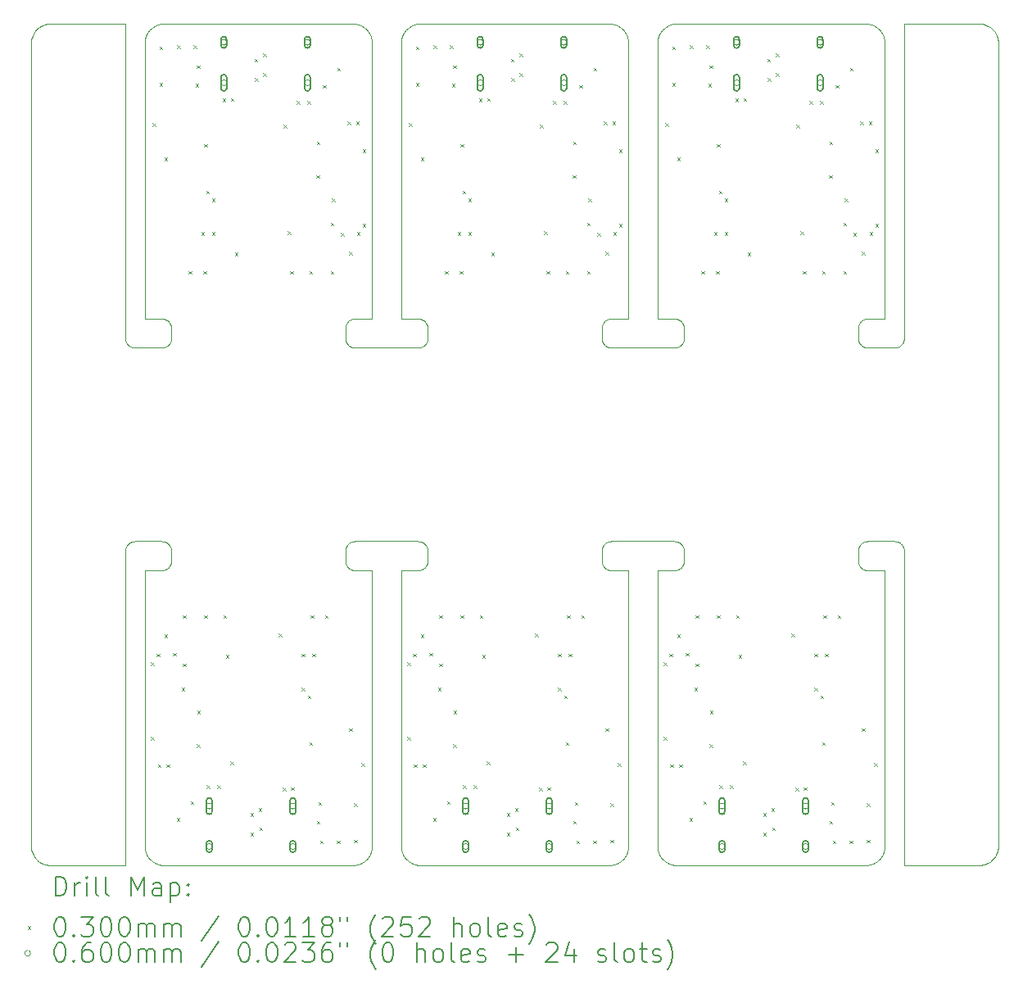
<source format=gbr>
%TF.GenerationSoftware,KiCad,Pcbnew,6.0.10+dfsg-1~bpo11+1*%
%TF.ProjectId,panel,70616e65-6c2e-46b6-9963-61645f706362,rev?*%
%TF.SameCoordinates,Original*%
%TF.FileFunction,Drillmap*%
%TF.FilePolarity,Positive*%
%FSLAX45Y45*%
G04 Gerber Fmt 4.5, Leading zero omitted, Abs format (unit mm)*
%MOMM*%
%LPD*%
G01*
G04 APERTURE LIST*
%ADD10C,0.100000*%
%ADD11C,0.200000*%
%ADD12C,0.030000*%
%ADD13C,0.060000*%
G04 APERTURE END LIST*
D10*
X16588310Y-5295168D02*
X16585915Y-5299396D01*
X15911928Y-2019910D02*
X15905022Y-2016737D01*
X13676227Y-7647500D02*
X13676203Y-7647500D01*
X10824166Y-10694980D02*
X10824214Y-10694970D01*
X18625902Y-2068785D02*
X18620808Y-2063147D01*
X16349544Y-10590938D02*
X16349556Y-10590960D01*
X19775893Y-10650333D02*
X19775912Y-10650318D01*
X15931850Y-10664032D02*
X15938196Y-10659850D01*
X13279701Y-2029628D02*
X13273152Y-2025773D01*
X10924012Y-7347500D02*
X11200988Y-7347500D01*
X16543328Y-5057005D02*
X16547668Y-5059190D01*
X15751072Y-5263026D02*
X15750477Y-5258204D01*
X15764085Y-7395604D02*
X15766685Y-7391499D01*
X13183863Y-2000225D02*
X13175633Y-2000016D01*
X19743192Y-2023102D02*
X19743170Y-2023091D01*
X9873102Y-10588192D02*
X9873631Y-10589243D01*
X11029380Y-10536494D02*
X11031098Y-10543896D01*
X18552718Y-2015748D02*
X18552695Y-2015738D01*
X18504054Y-2002150D02*
X18504029Y-2002146D01*
X16551896Y-7633415D02*
X16547668Y-7635810D01*
X13866136Y-2000225D02*
X13866111Y-2000225D01*
X11060164Y-2086783D02*
X11060150Y-2086804D01*
X13125646Y-7614984D02*
X13122472Y-7611305D01*
X9974619Y-2014811D02*
X9974596Y-2014819D01*
X16325352Y-5047252D02*
X16325390Y-5047283D01*
X13214013Y-2003870D02*
X13206532Y-2002530D01*
X19725404Y-10680181D02*
X19726502Y-10679757D01*
X16503510Y-10693814D02*
X16503535Y-10693817D01*
X19775912Y-2044682D02*
X19775893Y-2044667D01*
X18875513Y-10694865D02*
X18875556Y-10694888D01*
X13332354Y-10618403D02*
X13332370Y-10618383D01*
X16325217Y-7647890D02*
X16325188Y-7647930D01*
X13738128Y-2054209D02*
X13736329Y-2055919D01*
X16454362Y-2012919D02*
X16447305Y-2015738D01*
X16588310Y-5099832D02*
X16590495Y-5104172D01*
X16483531Y-2004375D02*
X16483506Y-2004380D01*
X9873631Y-10589243D02*
X9873654Y-10589287D01*
X11251896Y-7361585D02*
X11256001Y-7364185D01*
X9922212Y-2046222D02*
X9909488Y-2057754D01*
X11025739Y-7647542D02*
X11025692Y-7647556D01*
X11086329Y-10639080D02*
X11088128Y-10640791D01*
X13850988Y-5347500D02*
X13199012Y-5347500D01*
X13109505Y-5104172D02*
X13111690Y-5099832D01*
X11025646Y-7647572D02*
X11025600Y-7647591D01*
X16325600Y-7647591D02*
X16325556Y-7647612D01*
X11025188Y-7647930D02*
X11025161Y-7647970D01*
X13125646Y-5314984D02*
X13122472Y-5311305D01*
X13938310Y-7399832D02*
X13940495Y-7404172D01*
X16447305Y-2015738D02*
X16447282Y-2015748D01*
X9937900Y-2034437D02*
X9924107Y-2044667D01*
X16022474Y-10526508D02*
X16022850Y-10524054D01*
X16380937Y-2061311D02*
X16380919Y-2061329D01*
X18611853Y-2054192D02*
X18606215Y-2049098D01*
X13236071Y-10685418D02*
X13243262Y-10682960D01*
X18484474Y-5048572D02*
X18489296Y-5047977D01*
X11298097Y-7427186D02*
X11298928Y-7431974D01*
X19841366Y-2141975D02*
X19841352Y-2141928D01*
X18526348Y-2006733D02*
X18526324Y-2006726D01*
X13279723Y-10665358D02*
X13281829Y-10664045D01*
X18613671Y-10639080D02*
X18613689Y-10639063D01*
X11224367Y-2000016D02*
X11216136Y-2000225D01*
X11060150Y-10608196D02*
X11060164Y-10608217D01*
X16325000Y-7648703D02*
X16325000Y-7648727D01*
X11095707Y-2047448D02*
X11095688Y-2047464D01*
X10030424Y-2000991D02*
X10030375Y-2000996D01*
X13909974Y-7366983D02*
X13913805Y-7369972D01*
X11185962Y-10691125D02*
X11185987Y-10691129D01*
X18400477Y-5136796D02*
X18401072Y-5131974D01*
X16325016Y-2199367D02*
X16325016Y-2199379D01*
X19841680Y-10551890D02*
X19841686Y-10551866D01*
X13333890Y-2078580D02*
X13332370Y-2076617D01*
X13298403Y-10652355D02*
X13304293Y-10647552D01*
X13675008Y-5046568D02*
X13675013Y-5046617D01*
X18875316Y-2000281D02*
X18875281Y-2000316D01*
X16411783Y-10659836D02*
X16411804Y-10659850D01*
X13738147Y-10640808D02*
X13743785Y-10645902D01*
X18834974Y-5328017D02*
X18831001Y-5330815D01*
X13675013Y-5046617D02*
X13675020Y-5046666D01*
X11195971Y-2002146D02*
X11195946Y-2002150D01*
X13843467Y-10692470D02*
X13843492Y-10692474D01*
X11118149Y-10664032D02*
X11118171Y-10664045D01*
X13186393Y-2000353D02*
X13186368Y-2000351D01*
X13940495Y-5104172D02*
X13942464Y-5108614D01*
X16525621Y-10695000D02*
X16525633Y-10695000D01*
X16340738Y-2122305D02*
X16337919Y-2129362D01*
X13684582Y-10556071D02*
X13687040Y-10563262D01*
X15751902Y-5267814D02*
X15751072Y-5263026D01*
X13690738Y-10572695D02*
X13690748Y-10572718D01*
X15988403Y-2084725D02*
X15983905Y-2078600D01*
X10825120Y-7441642D02*
X10825477Y-7436796D01*
X16556001Y-5330815D02*
X16551896Y-5333415D01*
X10029183Y-10693857D02*
X10029207Y-10693860D01*
X13696014Y-10584179D02*
X13696026Y-10584202D01*
X11243328Y-5057005D02*
X11247668Y-5059190D01*
X15750477Y-7558204D02*
X15750119Y-7553358D01*
X13893328Y-7637995D02*
X13888885Y-7639964D01*
X15833889Y-2000225D02*
X15833863Y-2000225D01*
X13716095Y-2078600D02*
X13711597Y-2084725D01*
X16326227Y-5047500D02*
X16500988Y-5047500D01*
X9938882Y-10661255D02*
X9938923Y-10661282D01*
X11103600Y-2041095D02*
X11103580Y-2041110D01*
X11185962Y-2003875D02*
X11183531Y-2004375D01*
X16024984Y-10495633D02*
X16024984Y-10495621D01*
X11040739Y-10572695D02*
X11040748Y-10572718D01*
X18849354Y-5314984D02*
X18846003Y-5318503D01*
X13161114Y-5055036D02*
X13165648Y-5053287D01*
X18639836Y-10608217D02*
X18639850Y-10608196D01*
X18867464Y-7408614D02*
X18869213Y-7413148D01*
X11040739Y-2122305D02*
X11037920Y-2129362D01*
X10824648Y-10694752D02*
X10824684Y-10694719D01*
X11093785Y-10645902D02*
X11093805Y-10645919D01*
X9924107Y-10650333D02*
X9937900Y-10660563D01*
X16493467Y-2002530D02*
X16485987Y-2003870D01*
X13374019Y-7647506D02*
X13373797Y-7647500D01*
X18613671Y-2055919D02*
X18611872Y-2054209D01*
X10853997Y-5318503D02*
X10850646Y-5314984D01*
X16463929Y-2009582D02*
X16456738Y-2012040D01*
X11101597Y-10652355D02*
X11101617Y-10652370D01*
X13362089Y-2129386D02*
X13362080Y-2129362D01*
X13105787Y-5113148D02*
X13107536Y-5108614D01*
X16456738Y-10682960D02*
X16463929Y-10685418D01*
X18645358Y-2095277D02*
X18644045Y-2093171D01*
X15856507Y-2002526D02*
X15854054Y-2002150D01*
X19841352Y-2141928D02*
X19840983Y-2140811D01*
X15864013Y-10691129D02*
X15864038Y-10691125D01*
X11025161Y-5047030D02*
X11025188Y-5047070D01*
X11025020Y-7648334D02*
X11025013Y-7648383D01*
X11061597Y-10610275D02*
X11066095Y-10616400D01*
X18672474Y-10526508D02*
X18672850Y-10524054D01*
X13368273Y-10546324D02*
X13368896Y-10543921D01*
X11210704Y-5047977D02*
X11215526Y-5048572D01*
X13174367Y-10695000D02*
X13174379Y-10695000D01*
X18674909Y-7648100D02*
X18674888Y-7648056D01*
X16447282Y-10679252D02*
X16447305Y-10679261D01*
X18590254Y-2036582D02*
X18588217Y-2035164D01*
X13675000Y-10494367D02*
X13675000Y-10494379D01*
X18655090Y-10581928D02*
X18658263Y-10575022D01*
X13675225Y-10503863D02*
X13675225Y-10503889D01*
X18649239Y-10593130D02*
X18650444Y-10590960D01*
X9851140Y-10515793D02*
X9851143Y-10515817D01*
X18855517Y-5307474D02*
X18852528Y-5311305D01*
X16505858Y-7347619D02*
X16510704Y-7347977D01*
X13823651Y-10688267D02*
X13823676Y-10688274D01*
X13675470Y-5047339D02*
X13675512Y-5047365D01*
X9883088Y-2089918D02*
X9883075Y-2089938D01*
X18775988Y-7347500D02*
X18780858Y-7347619D01*
X13311872Y-2054209D02*
X13311853Y-2054192D01*
X13913805Y-7369972D02*
X13917484Y-7373146D01*
X15975919Y-2068804D02*
X15975902Y-2068785D01*
X18533679Y-10686169D02*
X18536047Y-10685426D01*
X16366110Y-10616420D02*
X16367630Y-10618383D01*
X18632370Y-2076617D02*
X18632355Y-2076597D01*
X13353986Y-10584179D02*
X13355079Y-10581951D01*
X16003974Y-10584202D02*
X16003986Y-10584179D01*
X16346014Y-2110821D02*
X16344921Y-2113049D01*
X13101072Y-5263026D02*
X13100477Y-5258204D01*
X16018273Y-10546324D02*
X16018896Y-10543921D01*
X18858315Y-7391499D02*
X18860915Y-7395604D01*
X13261950Y-10675079D02*
X13264179Y-10673986D01*
X19776878Y-10649563D02*
X19777770Y-10648794D01*
X11103600Y-10653905D02*
X11109725Y-10658403D01*
X11173676Y-2006726D02*
X11173652Y-2006733D01*
X13675091Y-7648100D02*
X13675072Y-7648145D01*
X16361582Y-10610254D02*
X16361597Y-10610275D01*
X16325091Y-7648100D02*
X16325072Y-7648145D01*
X10877332Y-5335810D02*
X10873104Y-5333415D01*
X9873091Y-10588170D02*
X9873102Y-10588192D01*
X18632355Y-2076597D02*
X18627552Y-2070707D01*
X13843492Y-10692474D02*
X13845946Y-10692850D01*
X15954312Y-10647536D02*
X15956195Y-10645919D01*
X11025883Y-5047487D02*
X11025932Y-5047492D01*
X13374994Y-5046519D02*
X13375000Y-5046297D01*
X13374068Y-2181004D02*
X13373817Y-2178535D01*
X19670817Y-10693857D02*
X19687804Y-10691337D01*
X13119483Y-5307474D02*
X13116685Y-5303501D01*
X9993134Y-10686686D02*
X10009791Y-10690859D01*
X19849004Y-2180375D02*
X19848860Y-2179207D01*
X10824354Y-2000072D02*
X10824308Y-2000056D01*
X13373817Y-2178535D02*
X13373814Y-2178510D01*
X18409505Y-5104172D02*
X18411690Y-5099832D01*
X9922230Y-2046206D02*
X9922212Y-2046222D01*
X15983905Y-2078600D02*
X15983890Y-2078580D01*
X18873097Y-7427186D02*
X18873928Y-7431974D01*
X13675692Y-5047444D02*
X13675739Y-5047458D01*
X13223921Y-10688896D02*
X13226324Y-10688274D01*
X11034582Y-2138929D02*
X11034574Y-2138953D01*
X16328870Y-10534013D02*
X16328875Y-10534038D01*
X16463953Y-10685426D02*
X16466321Y-10686169D01*
X11183531Y-10690625D02*
X11185962Y-10691125D01*
X13897668Y-7359190D02*
X13901896Y-7361585D01*
X18625919Y-10626195D02*
X18627536Y-10624312D01*
X15982354Y-2076597D02*
X15977552Y-2070707D01*
X11025056Y-5046808D02*
X11025072Y-5046854D01*
X13779062Y-2024544D02*
X13779040Y-2024556D01*
X18526348Y-10688267D02*
X18533655Y-10686176D01*
X11243328Y-7357005D02*
X11247668Y-7359190D01*
X13105787Y-5281852D02*
X13104263Y-5277238D01*
X16334574Y-2138953D02*
X16333831Y-2141321D01*
X13245637Y-10682080D02*
X13252695Y-10679261D01*
X16360164Y-2086783D02*
X16360150Y-2086804D01*
X13136195Y-7369972D02*
X13140026Y-7366983D01*
X13161114Y-5339964D02*
X13156672Y-5337995D01*
X13675556Y-5047388D02*
X13675600Y-5047409D01*
X13170262Y-5051763D02*
X13174945Y-5050467D01*
X18809352Y-7353287D02*
X18813886Y-7355036D01*
X16585915Y-7599396D02*
X16583315Y-7603501D01*
X10836690Y-5295168D02*
X10834505Y-5290828D01*
X18414085Y-5095604D02*
X18416685Y-5091499D01*
X18506533Y-2002530D02*
X18506508Y-2002526D01*
X16024165Y-5047480D02*
X16024214Y-5047470D01*
X18785704Y-5347023D02*
X18780858Y-5347380D01*
X18674684Y-5047219D02*
X18674719Y-5047184D01*
X16466321Y-2008831D02*
X16463953Y-2009574D01*
X13736311Y-10639063D02*
X13736329Y-10639080D01*
X10853997Y-7376497D02*
X10857516Y-7373146D01*
X9859025Y-2140788D02*
X9859017Y-2140811D01*
X15969063Y-10633689D02*
X15969080Y-10633671D01*
X13927528Y-7383695D02*
X13930517Y-7387526D01*
X18662080Y-10565638D02*
X18662090Y-10565614D01*
X19805333Y-2074107D02*
X19805318Y-2074087D01*
X19668378Y-2000903D02*
X19651226Y-2000060D01*
X16503510Y-2001186D02*
X16495971Y-2002146D01*
X13366176Y-2141345D02*
X13366169Y-2141321D01*
X16393804Y-10645919D02*
X16395688Y-10647536D01*
X16598097Y-5267814D02*
X16597033Y-5272555D01*
X9907754Y-10635512D02*
X9907771Y-10635530D01*
X13696026Y-2110798D02*
X13696014Y-2110821D01*
X15811114Y-5339964D02*
X15806672Y-5337995D01*
X16372464Y-10624312D02*
X16374081Y-10626195D01*
X13788072Y-2019910D02*
X13788049Y-2019921D01*
X13349239Y-10593130D02*
X13350444Y-10590960D01*
X10824214Y-2000030D02*
X10824166Y-2000020D01*
X19849097Y-2181622D02*
X19849096Y-2181598D01*
X15820262Y-5343237D02*
X15815648Y-5341713D01*
X9883075Y-10605061D02*
X9883088Y-10605082D01*
X15940254Y-2036582D02*
X15938217Y-2035164D01*
X18598383Y-10652370D02*
X18598403Y-10652355D01*
X16483506Y-2004380D02*
X16476103Y-2006098D01*
X13947033Y-7422445D02*
X13948097Y-7427186D01*
X18672470Y-10526533D02*
X18672474Y-10526508D01*
X10824719Y-2000316D02*
X10824684Y-2000281D01*
X10824610Y-10694783D02*
X10824648Y-10694752D01*
X11054628Y-2095299D02*
X11050773Y-2101848D01*
X19816255Y-2088882D02*
X19815577Y-2087920D01*
X11027526Y-2168492D02*
X11027150Y-2170946D01*
X16009252Y-2122282D02*
X16008273Y-2120001D01*
X19706890Y-10686680D02*
X19708025Y-10686366D01*
X16025000Y-2200633D02*
X16025000Y-2200621D01*
X13675281Y-5047184D02*
X13675316Y-5047219D01*
X16325430Y-5047312D02*
X16325470Y-5047339D01*
X9873654Y-10589287D02*
X9874234Y-10590311D01*
X10824980Y-10694166D02*
X10824987Y-10694117D01*
X13114085Y-5095604D02*
X13116685Y-5091499D01*
X15750119Y-7553358D02*
X15750000Y-7548488D01*
X13306214Y-10645902D02*
X13311853Y-10640808D01*
X16329375Y-10536469D02*
X16329380Y-10536494D01*
X11025016Y-10495621D02*
X11025016Y-10495633D01*
X13193970Y-2000930D02*
X13186393Y-2000353D01*
X18516494Y-10690620D02*
X18523896Y-10688902D01*
X18496465Y-10693817D02*
X18496490Y-10693814D01*
X18875248Y-10694648D02*
X18875281Y-10694684D01*
X9850000Y-10493773D02*
X9850000Y-10493797D01*
X16325692Y-5047444D02*
X16325739Y-5047458D01*
X18456672Y-7357005D02*
X18461114Y-7355036D01*
X16563805Y-5069972D02*
X16567484Y-5073146D01*
X16594212Y-5113148D02*
X16595737Y-5117762D01*
X18523896Y-2006098D02*
X18516494Y-2004380D01*
X9850996Y-10514625D02*
X9851140Y-10515793D01*
X11203535Y-2001183D02*
X11203510Y-2001186D01*
X15759505Y-7404172D02*
X15761690Y-7399832D01*
X13374970Y-5046714D02*
X13374980Y-5046666D01*
X15946400Y-2041095D02*
X15940275Y-2036597D01*
X18674261Y-5047458D02*
X18674308Y-5047444D01*
X18875030Y-10694214D02*
X18875042Y-10694261D01*
X18876227Y-10695000D02*
X19648773Y-10695000D01*
X13143999Y-5064185D02*
X13148104Y-5061585D01*
X18474945Y-5050467D02*
X18479686Y-5049403D01*
X11025188Y-5047070D02*
X11025217Y-5047110D01*
X16438072Y-2019910D02*
X16438049Y-2019921D01*
X13102967Y-5122445D02*
X13104263Y-5117762D01*
X16331098Y-10543896D02*
X16331104Y-10543921D01*
X16009261Y-10572695D02*
X16012080Y-10565638D01*
X15806672Y-5057005D02*
X15811114Y-5055036D01*
X13365426Y-2138953D02*
X13365418Y-2138929D01*
X16466345Y-10686176D02*
X16473651Y-10688267D01*
X11066095Y-2078600D02*
X11061597Y-2084725D01*
X13374980Y-5046666D02*
X13374987Y-5046617D01*
X13675470Y-7647660D02*
X13675430Y-7647688D01*
X18666169Y-10553679D02*
X18666176Y-10553655D01*
X15806672Y-5337995D02*
X15802332Y-5335810D01*
X13358273Y-10574999D02*
X13359252Y-10572718D01*
X18674783Y-5047110D02*
X18674812Y-5047070D01*
X11025042Y-5046761D02*
X11025056Y-5046808D01*
X11206029Y-2000930D02*
X11206004Y-2000932D01*
X19849009Y-10514576D02*
X19849096Y-10513402D01*
X19816255Y-10606118D02*
X19816282Y-10606077D01*
X13136195Y-5069972D02*
X13140026Y-5066983D01*
X13196490Y-2001186D02*
X13196465Y-2001183D01*
X15793999Y-7364185D02*
X15798104Y-7361585D01*
X18573130Y-2025761D02*
X18570960Y-2024556D01*
X19709189Y-2009017D02*
X19708072Y-2008648D01*
X13853510Y-2001186D02*
X13845971Y-2002146D01*
X13927528Y-7611305D02*
X13924354Y-7614984D01*
X11025000Y-7648703D02*
X11025000Y-7648727D01*
X18504029Y-2002146D02*
X18496490Y-2001186D01*
X11072464Y-10624312D02*
X11074081Y-10626195D01*
X13374994Y-7648481D02*
X13374992Y-7648432D01*
X11072448Y-10624293D02*
X11072464Y-10624312D01*
X11066110Y-2078580D02*
X11066095Y-2078600D01*
X11283315Y-5091499D02*
X11285915Y-5095604D01*
X13795001Y-2016727D02*
X13794978Y-2016737D01*
X11283315Y-7603501D02*
X11280517Y-7607474D01*
X11037920Y-2129362D02*
X11037910Y-2129386D01*
X16331726Y-2148676D02*
X16331104Y-2151079D01*
X16360150Y-2086804D02*
X16355968Y-2093149D01*
X19826898Y-2106808D02*
X19826369Y-2105757D01*
X18644032Y-2093149D02*
X18639850Y-2086804D01*
X16327530Y-10526533D02*
X16328870Y-10534013D01*
X18870737Y-5277238D02*
X18869213Y-5281852D01*
X11025135Y-7648012D02*
X11025112Y-7648056D01*
X16485962Y-2003875D02*
X16483531Y-2004375D01*
X11061582Y-2084746D02*
X11060164Y-2086783D01*
X18875834Y-2000020D02*
X18875786Y-2000030D01*
X11166345Y-10686176D02*
X11173652Y-10688267D01*
X18668267Y-10546348D02*
X18668274Y-10546324D01*
X16331104Y-10543921D02*
X16331726Y-10546324D01*
X9973452Y-2015261D02*
X9972376Y-2015738D01*
X15793999Y-5064185D02*
X15798104Y-5061585D01*
X18504029Y-10692854D02*
X18504054Y-10692850D01*
X13374308Y-7647556D02*
X13374261Y-7647542D01*
X11111783Y-10659836D02*
X11111804Y-10659850D01*
X13327536Y-2070688D02*
X13325919Y-2068804D01*
X11200988Y-5347500D02*
X10924012Y-5347500D01*
X11054628Y-10599701D02*
X11054642Y-10599723D01*
X16325932Y-10513996D02*
X16326183Y-10516465D01*
X11216136Y-10694775D02*
X11224367Y-10694984D01*
X16024987Y-5046617D02*
X16024992Y-5046568D01*
X13325902Y-2068785D02*
X13320808Y-2063147D01*
X10825000Y-5248488D02*
X10825000Y-2001227D01*
X11044910Y-2113072D02*
X11041737Y-2119978D01*
X19776840Y-10649594D02*
X19776878Y-10649563D01*
X16337919Y-2129362D02*
X16337910Y-2129386D01*
X15820262Y-7643237D02*
X15815648Y-7641712D01*
X18674487Y-5047365D02*
X18674530Y-5047339D01*
X16388128Y-2054209D02*
X16386329Y-2055919D01*
X11025112Y-5046944D02*
X11025135Y-5046987D01*
X15750477Y-7436796D02*
X15751072Y-7431974D01*
X11216111Y-2000225D02*
X11213632Y-2000351D01*
X19744243Y-10671369D02*
X19744287Y-10671346D01*
X11288310Y-7399832D02*
X11290495Y-7404172D01*
X11274354Y-7614984D02*
X11271003Y-7618503D01*
X18863310Y-7399832D02*
X18865495Y-7404172D01*
X13729192Y-10631853D02*
X13729209Y-10631872D01*
X19826369Y-2105757D02*
X19826346Y-2105713D01*
X16325645Y-7647572D02*
X16325600Y-7647591D01*
X16325135Y-7648012D02*
X16325112Y-7648056D01*
X18674987Y-5046617D02*
X18674992Y-5046568D01*
X13675981Y-5047494D02*
X13676203Y-5047500D01*
X18489296Y-5347023D02*
X18484474Y-5346428D01*
X16023817Y-10516465D02*
X16024068Y-10513996D01*
X13102967Y-7422445D02*
X13104263Y-7417762D01*
X18875352Y-2000248D02*
X18875316Y-2000281D01*
X18533655Y-10686176D02*
X18533679Y-10686169D01*
X16599523Y-7558204D02*
X16598928Y-7563026D01*
X11277528Y-5083695D02*
X11280517Y-5087526D01*
X13374992Y-7648432D02*
X13374987Y-7648383D01*
X15994045Y-10601829D02*
X15995358Y-10599723D01*
X18506508Y-10692474D02*
X18506533Y-10692470D01*
X16325000Y-7648727D02*
X16325000Y-10494367D01*
X13245614Y-10682090D02*
X13245637Y-10682080D01*
X13374927Y-5046854D02*
X13374944Y-5046808D01*
X11277528Y-5311305D02*
X11274354Y-5314984D01*
X11025217Y-7647890D02*
X11025188Y-7647930D01*
X11095688Y-2047464D02*
X11093805Y-2049081D01*
X16506004Y-10694068D02*
X16506029Y-10694070D01*
X11049556Y-2104040D02*
X11049544Y-2104062D01*
X11034574Y-2138953D02*
X11033831Y-2141321D01*
X18668896Y-2151079D02*
X18668274Y-2148676D01*
X11103580Y-2041110D02*
X11101617Y-2042630D01*
X11154386Y-10682090D02*
X11156714Y-10682952D01*
X16009252Y-10572718D02*
X16009261Y-10572695D01*
X19726502Y-10679757D02*
X19726548Y-10679738D01*
X18588196Y-10659850D02*
X18588217Y-10659836D01*
X13374812Y-5047070D02*
X13374839Y-5047030D01*
X19708072Y-2008648D02*
X19708025Y-2008634D01*
X9853663Y-10532804D02*
X9853667Y-10532828D01*
X11034574Y-10556047D02*
X11034582Y-10556071D01*
X18419483Y-7607474D02*
X18416685Y-7603501D01*
X16012089Y-2129386D02*
X16012080Y-2129362D01*
X19708025Y-10686366D02*
X19708072Y-10686352D01*
X16325930Y-10513970D02*
X16325932Y-10513996D01*
X16325112Y-7648056D02*
X16325091Y-7648100D01*
X18875556Y-10694888D02*
X18875600Y-10694909D01*
X16008263Y-2119978D02*
X16005090Y-2113072D01*
X19690209Y-2004141D02*
X19690185Y-2004135D01*
X11288310Y-5295168D02*
X11285915Y-5299396D01*
X11251896Y-5333415D02*
X11247668Y-5335810D01*
X15754263Y-7577238D02*
X15752967Y-7572555D01*
X18875013Y-2000883D02*
X18875008Y-2000932D01*
X18674649Y-10506368D02*
X18674774Y-10503889D01*
X13788049Y-10675079D02*
X13788072Y-10675090D01*
X15866494Y-10690620D02*
X15873896Y-10688902D01*
X13759746Y-10658418D02*
X13761783Y-10659836D01*
X16326183Y-10516465D02*
X16326186Y-10516490D01*
X10909474Y-7348572D02*
X10914296Y-7347977D01*
X16485987Y-2003870D02*
X16485962Y-2003875D01*
X16024444Y-7647612D02*
X16024400Y-7647591D01*
X13370625Y-10536469D02*
X13371125Y-10534038D01*
X11025000Y-10494379D02*
X11025016Y-10495621D01*
X16538885Y-7355036D02*
X16543328Y-7357005D01*
X13696014Y-2110821D02*
X13694921Y-2113049D01*
X9850903Y-2181622D02*
X9850060Y-2198774D01*
X18672854Y-2170971D02*
X18672850Y-2170946D01*
X9909488Y-2057754D02*
X9909470Y-2057771D01*
X15782516Y-7621854D02*
X15778997Y-7618503D01*
X15893286Y-2012048D02*
X15893262Y-2012040D01*
X18402967Y-7422445D02*
X18404263Y-7417762D01*
X13675430Y-5047312D02*
X13675470Y-5047339D01*
X18606195Y-2049081D02*
X18604312Y-2047464D01*
X13691727Y-10574999D02*
X13691737Y-10575022D01*
X11049544Y-2104062D02*
X11046026Y-2110798D01*
X19706866Y-10686686D02*
X19706890Y-10686680D01*
X16515526Y-5048572D02*
X16520314Y-5049403D01*
X16325556Y-7647612D02*
X16325512Y-7647635D01*
X18674530Y-7647660D02*
X18674487Y-7647635D01*
X16599880Y-5141642D02*
X16600000Y-5146512D01*
X13170262Y-7643237D02*
X13165648Y-7641712D01*
X13374570Y-7647688D02*
X13374529Y-7647660D01*
X15790026Y-7366983D02*
X15793999Y-7364185D01*
X13370625Y-2158531D02*
X13370620Y-2158506D01*
X13823651Y-2006733D02*
X13816345Y-2008824D01*
X16325316Y-7647781D02*
X16325281Y-7647816D01*
X15772472Y-5311305D02*
X15769483Y-5307474D01*
X15929701Y-10665372D02*
X15929723Y-10665358D01*
X13296400Y-10653905D02*
X13296420Y-10653890D01*
X10826903Y-5267814D02*
X10826072Y-5263026D01*
X13319063Y-10633689D02*
X13319080Y-10633671D01*
X15920960Y-2024556D02*
X15920937Y-2024544D01*
X15782516Y-5073146D02*
X15786195Y-5069972D01*
X13288196Y-10659850D02*
X13288217Y-10659836D01*
X16379209Y-10631872D02*
X16380919Y-10633671D01*
X11224379Y-10694984D02*
X11225621Y-10695000D01*
X18875135Y-10694487D02*
X18875161Y-10694530D01*
X18440026Y-5328017D02*
X18436195Y-5325028D01*
X9865739Y-2122376D02*
X9865262Y-2123452D01*
X11147282Y-10679252D02*
X11147305Y-10679261D01*
X18456672Y-7637995D02*
X18452332Y-7635810D01*
X11220314Y-5049403D02*
X11225055Y-5050467D01*
X9874247Y-2104668D02*
X9874234Y-2104689D01*
X11101617Y-2042630D02*
X11101597Y-2042645D01*
X16403580Y-10653890D02*
X16403600Y-10653905D01*
X18875786Y-10694970D02*
X18875834Y-10694980D01*
X13743785Y-10645902D02*
X13743804Y-10645919D01*
X13875621Y-2000000D02*
X13874379Y-2000016D01*
X18655090Y-2113072D02*
X18655079Y-2113049D01*
X16024070Y-2181030D02*
X16024068Y-2181004D01*
X13676186Y-10516490D02*
X13677146Y-10524029D01*
X18400477Y-7436796D02*
X18401072Y-7431974D01*
X16426848Y-10669227D02*
X16426870Y-10669239D01*
X13710150Y-2086804D02*
X13705968Y-2093149D01*
X9972354Y-2015749D02*
X9956830Y-2023091D01*
X11166321Y-10686169D02*
X11166345Y-10686176D01*
X15946400Y-10653905D02*
X15946420Y-10653890D01*
X11294212Y-5113148D02*
X11295737Y-5117762D01*
X11225621Y-2000000D02*
X11224379Y-2000016D01*
X16327150Y-2170946D02*
X16327146Y-2170971D01*
X18452332Y-5335810D02*
X18448104Y-5333415D01*
X9907771Y-2059470D02*
X9907754Y-2059488D01*
X16495971Y-2002146D02*
X16495946Y-2002150D01*
X18461114Y-5339964D02*
X18456672Y-5337995D01*
X11025091Y-5046900D02*
X11025112Y-5046944D01*
X18545614Y-10682090D02*
X18545638Y-10682080D01*
X9955757Y-10671369D02*
X9956808Y-10671898D01*
X18401072Y-7431974D02*
X18401903Y-7427186D01*
X16325000Y-10494367D02*
X16325000Y-10494379D01*
X13374774Y-2191111D02*
X13374649Y-2188632D01*
X15983890Y-10616420D02*
X15983905Y-10616400D01*
X18655079Y-10581951D02*
X18655090Y-10581928D01*
X11066110Y-10616420D02*
X11067630Y-10618383D01*
X16325883Y-5047487D02*
X16325932Y-5047492D01*
X16516111Y-2000225D02*
X16513632Y-2000351D01*
X18673797Y-5047500D02*
X18674019Y-5047494D01*
X13100119Y-5253358D02*
X13100000Y-5248488D01*
X13136195Y-5325028D02*
X13132516Y-5321854D01*
X13362952Y-10563286D02*
X13362960Y-10563262D01*
X13816345Y-2008824D02*
X13816321Y-2008831D01*
X9990788Y-10685975D02*
X9990811Y-10685983D01*
X16334582Y-2138929D02*
X16334574Y-2138953D01*
X16024944Y-5046808D02*
X16024958Y-5046761D01*
X13156672Y-7357005D02*
X13161114Y-7355036D01*
X18604293Y-2047448D02*
X18598403Y-2042645D01*
X13865526Y-5048572D02*
X13870314Y-5049403D01*
X16454362Y-10682080D02*
X16454386Y-10682090D01*
X13879738Y-5343237D02*
X13875055Y-5344533D01*
X13945737Y-5117762D02*
X13947033Y-5122445D01*
X13143999Y-7630815D02*
X13140026Y-7628017D01*
X18650456Y-2104062D02*
X18650444Y-2104040D01*
X16456714Y-2012048D02*
X16454386Y-2012910D01*
X13189296Y-7347977D02*
X13194142Y-7347619D01*
X13948928Y-7563026D02*
X13948097Y-7567814D01*
X13921003Y-5076497D02*
X13924354Y-5080016D01*
X10881672Y-5337995D02*
X10877332Y-5335810D01*
X13779040Y-2024556D02*
X13776870Y-2025761D01*
X13148104Y-7633415D02*
X13143999Y-7630815D01*
X13374019Y-5047494D02*
X13374068Y-5047492D01*
X13677530Y-10526533D02*
X13678870Y-10534013D01*
X13893328Y-5337995D02*
X13888885Y-5339964D01*
X18670625Y-2158531D02*
X18670620Y-2158506D01*
X11025225Y-10503863D02*
X11025226Y-10503889D01*
X15923152Y-10669227D02*
X15929701Y-10665372D01*
X13705955Y-2093171D02*
X13704642Y-2095277D01*
X13696026Y-10584202D02*
X13699544Y-10590938D01*
X16379192Y-10631853D02*
X16379209Y-10631872D01*
X15963671Y-2055919D02*
X15961872Y-2054209D01*
X10824019Y-10694994D02*
X10824068Y-10694992D01*
X13296420Y-10653890D02*
X13298383Y-10652370D01*
X18400477Y-5258204D02*
X18400120Y-5253358D01*
X11040748Y-10572718D02*
X11041727Y-10574999D01*
X13107536Y-7408614D02*
X13109505Y-7404172D01*
X16333831Y-10553679D02*
X16334574Y-10556047D01*
X19668378Y-10694097D02*
X19668402Y-10694096D01*
X16403600Y-10653905D02*
X16409725Y-10658403D01*
X13362960Y-2131738D02*
X13362952Y-2131714D01*
X16411804Y-2035150D02*
X16411783Y-2035164D01*
X10895262Y-7351763D02*
X10899945Y-7350467D01*
X15902695Y-2015738D02*
X15895637Y-2012919D01*
X16024261Y-7647542D02*
X16024214Y-7647530D01*
X15989850Y-10608196D02*
X15994032Y-10601851D01*
X13879738Y-7351763D02*
X13884352Y-7353287D01*
X10824117Y-2000013D02*
X10824068Y-2000008D01*
X13273130Y-2025761D02*
X13270960Y-2024556D01*
X18860915Y-5299396D02*
X18858315Y-5303501D01*
X10839085Y-7395604D02*
X10841685Y-7391499D01*
X19846333Y-2162172D02*
X19846132Y-2161012D01*
X16510704Y-7347977D02*
X16515526Y-7348572D01*
X9954668Y-10670753D02*
X9954689Y-10670766D01*
X15802332Y-5059190D02*
X15806672Y-5057005D01*
X16024992Y-7648432D02*
X16024987Y-7648383D01*
X13690748Y-2122282D02*
X13690738Y-2122305D01*
X13373773Y-5047500D02*
X13373797Y-5047500D01*
X13924354Y-7380016D02*
X13927528Y-7383695D01*
X11205858Y-5347380D02*
X11200988Y-5347500D01*
X18674068Y-10513996D02*
X18674070Y-10513970D01*
X9956830Y-10671909D02*
X9972354Y-10679251D01*
X13804386Y-10682090D02*
X13806714Y-10682952D01*
X15761690Y-5099832D02*
X15764085Y-5095604D01*
X16547668Y-5059190D02*
X16551896Y-5061585D01*
X10009791Y-10690859D02*
X10009815Y-10690865D01*
X11145001Y-10678273D02*
X11147282Y-10679252D01*
X13109505Y-7590828D02*
X13107536Y-7586385D01*
X13677530Y-2168467D02*
X13677526Y-2168492D01*
X19840983Y-10554189D02*
X19841352Y-10553072D01*
X18452332Y-7359190D02*
X18456672Y-7357005D01*
X16574354Y-5080016D02*
X16577528Y-5083695D01*
X16334582Y-10556071D02*
X16337040Y-10563262D01*
X13152332Y-5059190D02*
X13156672Y-5057005D01*
X18673814Y-10516490D02*
X18673817Y-10516465D01*
X18419483Y-7387526D02*
X18422472Y-7383695D01*
X18649227Y-2101848D02*
X18645372Y-2095299D01*
X10826903Y-7427186D02*
X10827967Y-7422445D01*
X11203535Y-10693817D02*
X11206004Y-10694068D01*
X15876348Y-10688267D02*
X15883655Y-10686176D01*
X16559974Y-7366983D02*
X16563805Y-7369972D01*
X18659261Y-10572695D02*
X18662080Y-10565638D01*
X13179686Y-7645597D02*
X13174945Y-7644533D01*
X13675390Y-5047283D02*
X13675430Y-5047312D01*
X13140026Y-5328017D02*
X13136195Y-5325028D01*
X19669576Y-10694009D02*
X19669625Y-10694004D01*
X13116685Y-5091499D02*
X13119483Y-5087526D01*
X18674444Y-5047388D02*
X18674487Y-5047365D01*
X13196465Y-10693817D02*
X13196490Y-10693814D01*
X11277528Y-7611305D02*
X11274354Y-7614984D01*
X15798104Y-5061585D02*
X15802332Y-5059190D01*
X11025281Y-7647816D02*
X11025248Y-7647852D01*
X16327526Y-2168492D02*
X16327150Y-2170946D01*
X18639850Y-2086804D02*
X18639836Y-2086783D01*
X19745311Y-2024234D02*
X19744287Y-2023654D01*
X13368902Y-10543896D02*
X13370620Y-10536494D01*
X18545638Y-2012919D02*
X18545614Y-2012910D01*
X19745332Y-2024247D02*
X19745311Y-2024234D01*
X13104263Y-7577238D02*
X13102967Y-7572555D01*
X15750119Y-5253358D02*
X15750000Y-5248488D01*
X11088147Y-10640808D02*
X11093785Y-10645902D01*
X11025353Y-10506393D02*
X11025930Y-10513970D01*
X18474945Y-7350467D02*
X18479686Y-7349402D01*
X16355968Y-10601851D02*
X16360150Y-10608196D01*
X16590495Y-7404172D02*
X16592464Y-7408614D01*
X18875006Y-10694019D02*
X18875008Y-10694068D01*
X10827967Y-5272555D02*
X10826903Y-5267814D01*
X18432516Y-7373146D02*
X18436195Y-7369972D01*
X13753600Y-2041095D02*
X13753580Y-2041110D01*
X16505858Y-7647380D02*
X16500988Y-7647500D01*
X13170262Y-5343237D02*
X13165648Y-5341713D01*
X9924088Y-2044682D02*
X9923160Y-2045406D01*
X13243286Y-10682952D02*
X13245614Y-10682090D01*
X9939939Y-10661925D02*
X9954668Y-10670753D01*
X16025000Y-10494379D02*
X16025000Y-10494367D01*
X16325160Y-5047030D02*
X16325188Y-5047070D01*
X18674647Y-2188607D02*
X18674070Y-2181030D01*
X10823773Y-2000000D02*
X10051227Y-2000000D01*
X11031726Y-10546324D02*
X11031733Y-10546348D01*
X15750000Y-5146512D02*
X15750119Y-5141642D01*
X16538885Y-7639964D02*
X16534352Y-7641712D01*
X13684574Y-2138953D02*
X13683831Y-2141321D01*
X13358263Y-10575022D02*
X13358273Y-10574999D01*
X11025042Y-7648239D02*
X11025030Y-7648286D01*
X18875188Y-2000430D02*
X18875161Y-2000470D01*
X16327146Y-2170971D02*
X16326186Y-2178510D01*
X11025056Y-7648192D02*
X11025042Y-7648239D01*
X15961853Y-2054192D02*
X15956214Y-2049098D01*
X18475633Y-2000016D02*
X18475621Y-2000016D01*
X15995358Y-10599723D02*
X15995371Y-10599701D01*
X13333890Y-10616420D02*
X13333905Y-10616400D01*
X16534352Y-7353287D02*
X16538885Y-7355036D01*
X13107536Y-5108614D02*
X13109505Y-5104172D01*
X18486393Y-10694647D02*
X18493970Y-10694070D01*
X13675692Y-7647556D02*
X13675645Y-7647572D01*
X18675000Y-2200633D02*
X18675000Y-2200621D01*
X11025932Y-7647508D02*
X11025883Y-7647513D01*
X15836368Y-10694649D02*
X15836393Y-10694647D01*
X18627552Y-10624293D02*
X18632355Y-10618403D01*
X19648797Y-2000000D02*
X19648773Y-2000000D01*
X13759725Y-2036597D02*
X13753600Y-2041095D01*
X18425646Y-7614984D02*
X18422472Y-7611305D01*
X15854054Y-10692850D02*
X15856507Y-10692474D01*
X10824308Y-10694944D02*
X10824354Y-10694928D01*
X13675188Y-5047070D02*
X13675217Y-5047110D01*
X13373797Y-5047500D02*
X13374019Y-5047494D01*
X13860704Y-5347023D02*
X13855858Y-5347380D01*
X19850000Y-10493773D02*
X19850000Y-2201227D01*
X15995358Y-2095277D02*
X15994045Y-2093171D01*
X15772472Y-7611305D02*
X15769483Y-7607474D01*
X11292464Y-7586385D02*
X11290495Y-7590828D01*
X16520314Y-7349402D02*
X16525055Y-7350467D01*
X13374719Y-7647816D02*
X13374684Y-7647781D01*
X13298383Y-10652370D02*
X13298403Y-10652355D01*
X11185987Y-10691129D02*
X11193467Y-10692470D01*
X19845859Y-2159791D02*
X19841686Y-2143134D01*
X16456714Y-10682952D02*
X16456738Y-10682960D01*
X11299880Y-7553358D02*
X11299523Y-7558204D01*
X15969063Y-2061311D02*
X15963689Y-2055937D01*
X9853667Y-2162172D02*
X9853663Y-2162196D01*
X16023797Y-7647500D02*
X16023773Y-7647500D01*
X15764085Y-7599396D02*
X15761690Y-7595168D01*
X15969080Y-10633671D02*
X15970791Y-10631872D01*
X13933315Y-7603501D02*
X13930517Y-7607474D01*
X13148104Y-5333415D02*
X13143999Y-5330815D01*
X13100000Y-7446512D02*
X13100119Y-7441642D01*
X15948383Y-2042630D02*
X15946420Y-2041110D01*
X11109746Y-2036582D02*
X11109725Y-2036597D01*
X16325056Y-5046808D02*
X16325072Y-5046854D01*
X13853510Y-10693814D02*
X13853535Y-10693817D01*
X15846490Y-10693814D02*
X15854029Y-10692854D01*
X13374775Y-10503863D02*
X13374984Y-10495633D01*
X11271003Y-5318503D02*
X11267484Y-5321854D01*
X13128997Y-7376497D02*
X13132516Y-7373146D01*
X18638403Y-2084725D02*
X18633905Y-2078600D01*
X13826079Y-2006104D02*
X13823676Y-2006726D01*
X13875633Y-10695000D02*
X15824367Y-10695000D01*
X18545614Y-2012910D02*
X18543286Y-2012048D01*
X11229738Y-7351763D02*
X11234352Y-7353287D01*
X16325834Y-7647520D02*
X16325786Y-7647530D01*
X15755787Y-5113148D02*
X15757536Y-5108614D01*
X11243328Y-7637995D02*
X11238885Y-7639964D01*
X11025834Y-7647520D02*
X11025786Y-7647530D01*
X15839296Y-5347023D02*
X15834474Y-5346428D01*
X13788049Y-2019921D02*
X13785821Y-2021014D01*
X13119483Y-7387526D02*
X13122472Y-7383695D01*
X11229738Y-7643237D02*
X11225055Y-7644533D01*
X13948097Y-5127186D02*
X13948928Y-5131974D01*
X18633890Y-10616420D02*
X18633905Y-10616400D01*
X16325932Y-5047492D02*
X16325981Y-5047494D01*
X13116685Y-7603501D02*
X13114085Y-7599396D01*
X13174945Y-5050467D02*
X13179686Y-5049403D01*
X11033824Y-10553655D02*
X11033831Y-10553679D01*
X13374570Y-5047312D02*
X13374610Y-5047283D01*
X13339850Y-2086804D02*
X13339836Y-2086783D01*
X16567484Y-5321854D02*
X16563805Y-5325028D01*
X13945737Y-7577238D02*
X13944212Y-7581852D01*
X11025930Y-2181030D02*
X11025353Y-2188607D01*
X11120299Y-2029628D02*
X11120277Y-2029642D01*
X16495946Y-10692850D02*
X16495971Y-10692854D01*
X11093785Y-2049098D02*
X11088147Y-2054192D01*
X11259974Y-5066983D02*
X11263805Y-5069972D01*
X15963689Y-2055937D02*
X15963671Y-2055919D01*
X9884437Y-2087900D02*
X9884423Y-2087920D01*
X9874247Y-10590332D02*
X9883075Y-10605061D01*
X13901896Y-7633415D02*
X13897668Y-7635810D01*
X13736311Y-2055937D02*
X13730937Y-2061311D01*
X13788072Y-10675090D02*
X13794978Y-10678263D01*
X13374774Y-10503889D02*
X13374775Y-10503863D01*
X10909474Y-5346428D02*
X10904686Y-5345597D01*
X11025030Y-7648286D02*
X11025020Y-7648334D01*
X11037040Y-10563262D02*
X11037048Y-10563286D01*
X13183863Y-10694775D02*
X13183889Y-10694774D01*
X15766685Y-7603501D02*
X15764085Y-7599396D01*
X11025016Y-2199367D02*
X11025016Y-2199379D01*
X13875621Y-10695000D02*
X13875633Y-10695000D01*
X13736329Y-10639080D02*
X13738128Y-10640791D01*
X18662952Y-2131714D02*
X18662090Y-2129386D01*
X13100119Y-7441642D02*
X13100477Y-7436796D01*
X18461114Y-5055036D02*
X18465648Y-5053287D01*
X13140026Y-7628017D02*
X13136195Y-7625028D01*
X18874523Y-7436796D02*
X18874880Y-7441642D01*
X11267484Y-5321854D02*
X11263805Y-5325028D01*
X9858634Y-10553025D02*
X9858648Y-10553072D01*
X10829263Y-7417762D02*
X10830787Y-7413148D01*
X18875430Y-10694812D02*
X18875470Y-10694839D01*
X18649227Y-10593152D02*
X18649239Y-10593130D01*
X19841366Y-10553025D02*
X19841680Y-10551890D01*
X16005079Y-10581951D02*
X16005090Y-10581928D01*
X15963689Y-10639063D02*
X15969063Y-10633689D01*
X13948097Y-7567814D02*
X13947033Y-7572555D01*
X13374117Y-7647513D02*
X13374068Y-7647508D01*
X18402967Y-7572555D02*
X18401903Y-7567814D01*
X13214013Y-10691129D02*
X13214038Y-10691125D01*
X13683824Y-10553655D02*
X13683831Y-10553679D01*
X13374070Y-2181030D02*
X13374068Y-2181004D01*
X13194142Y-5347380D02*
X13189296Y-5347023D01*
X13683831Y-10553679D02*
X13684574Y-10556047D01*
X15846490Y-2001186D02*
X15846465Y-2001183D01*
X16597033Y-7422445D02*
X16598097Y-7427186D01*
X10824068Y-2000008D02*
X10824019Y-2000006D01*
X10824812Y-10694570D02*
X10824839Y-10694530D01*
X11234352Y-5053287D02*
X11238885Y-5055036D01*
X16493467Y-10692470D02*
X16493492Y-10692474D01*
X13165648Y-7641712D02*
X13161114Y-7639964D01*
X11280517Y-7607474D02*
X11277528Y-7611305D01*
X16000444Y-2104040D02*
X15999239Y-2101870D01*
X13375000Y-7648727D02*
X13375000Y-7648703D01*
X11101597Y-2042645D02*
X11095707Y-2047448D01*
X13143999Y-7364185D02*
X13148104Y-7361585D01*
X15883679Y-10686169D02*
X15886047Y-10685426D01*
X11025013Y-7648383D02*
X11025008Y-7648432D01*
X11025281Y-5047184D02*
X11025316Y-5047219D01*
X18875390Y-2000217D02*
X18875352Y-2000248D01*
X16598928Y-7431974D02*
X16599523Y-7436796D01*
X16003974Y-2110798D02*
X16000456Y-2104062D01*
X13675020Y-5046666D02*
X13675030Y-5046714D01*
X9956808Y-10671898D02*
X9956830Y-10671909D01*
X15846465Y-10693817D02*
X15846490Y-10693814D01*
X13675112Y-5046944D02*
X13675135Y-5046987D01*
X13204054Y-2002150D02*
X13204029Y-2002146D01*
X16366095Y-10616400D02*
X16366110Y-10616420D01*
X13374610Y-7647717D02*
X13374570Y-7647688D01*
X15893286Y-10682952D02*
X15895614Y-10682090D01*
X13273152Y-10669227D02*
X13279701Y-10665372D01*
X18596420Y-2041110D02*
X18596400Y-2041095D01*
X16024019Y-7647506D02*
X16023797Y-7647500D01*
X13856029Y-10694070D02*
X13863607Y-10694647D01*
X16513607Y-2000353D02*
X16506029Y-2000930D01*
X13252695Y-2015738D02*
X13245637Y-2012919D01*
X11033824Y-2141345D02*
X11031733Y-2148652D01*
X15829686Y-7645597D02*
X15824945Y-7644533D01*
X13675932Y-2181004D02*
X13675930Y-2181030D01*
X11229738Y-5343237D02*
X11225055Y-5344533D01*
X13761783Y-10659836D02*
X13761804Y-10659850D01*
X16367630Y-2076617D02*
X16366110Y-2078580D01*
X18638403Y-10610275D02*
X18638418Y-10610254D01*
X16401617Y-2042630D02*
X16401597Y-2042645D01*
X16592464Y-7408614D02*
X16594212Y-7413148D01*
X18443999Y-5064185D02*
X18448104Y-5061585D01*
X10830787Y-5281852D02*
X10829263Y-5277238D01*
X16012960Y-2131738D02*
X16012952Y-2131714D01*
X15751072Y-7431974D02*
X15751902Y-7427186D01*
X13204054Y-10692850D02*
X13206507Y-10692474D01*
X13194142Y-7347619D02*
X13199012Y-7347500D01*
X15782516Y-5321854D02*
X15778997Y-5318503D01*
X16018902Y-2151104D02*
X16018896Y-2151079D01*
X9883745Y-2088882D02*
X9883718Y-2088923D01*
X11263805Y-7625028D02*
X11259974Y-7628017D01*
X13345371Y-2095299D02*
X13345358Y-2095277D01*
X16463929Y-10685418D02*
X16463953Y-10685426D01*
X13675351Y-10506368D02*
X13675353Y-10506393D01*
X9907754Y-2059488D02*
X9896222Y-2072212D01*
X13339836Y-2086783D02*
X13338418Y-2084746D01*
X11173652Y-10688267D02*
X11173676Y-10688274D01*
X15931850Y-2030968D02*
X15931829Y-2030955D01*
X13950000Y-7548488D02*
X13949880Y-7553358D01*
X18826896Y-5333415D02*
X18822668Y-5335810D01*
X11029380Y-2158506D02*
X11029375Y-2158531D01*
X18483889Y-10694774D02*
X18486368Y-10694649D01*
X18875161Y-10694530D02*
X18875188Y-10694570D01*
X11093805Y-10645919D02*
X11095688Y-10647536D01*
X13252718Y-2015748D02*
X13252695Y-2015738D01*
X18483863Y-10694775D02*
X18483889Y-10694774D01*
X18545638Y-10682080D02*
X18552695Y-10679261D01*
X19816282Y-10606077D02*
X19816912Y-10605082D01*
X9973498Y-10679757D02*
X9974596Y-10680181D01*
X15833889Y-10694774D02*
X15836368Y-10694649D01*
X11027146Y-10524029D02*
X11027150Y-10524054D01*
X9853868Y-10533988D02*
X9853878Y-10534036D01*
X15775646Y-5314984D02*
X15772472Y-5311305D01*
X10826072Y-5263026D02*
X10825477Y-5258204D01*
X16329375Y-2158531D02*
X16328875Y-2160962D01*
X19816925Y-2089938D02*
X19816912Y-2089918D01*
X18407536Y-5108614D02*
X18409505Y-5104172D01*
X16354642Y-10599723D02*
X16355955Y-10601829D01*
X11135798Y-10673974D02*
X11135821Y-10673986D01*
X9908618Y-2058583D02*
X9908583Y-2058617D01*
X13675390Y-7647717D02*
X13675352Y-7647748D01*
X16325883Y-7647513D02*
X16325834Y-7647520D01*
X18474945Y-5344533D02*
X18470262Y-5343237D01*
X16426870Y-10669239D02*
X16429040Y-10670444D01*
X13374444Y-5047388D02*
X13374487Y-5047365D01*
X16349556Y-10590960D02*
X16350761Y-10593130D01*
X13888885Y-7355036D02*
X13893328Y-7357005D01*
X19841686Y-2143134D02*
X19841680Y-2143110D01*
X11072448Y-2070707D02*
X11067645Y-2076597D01*
X19846132Y-10533988D02*
X19846333Y-10532828D01*
X13909974Y-5066983D02*
X13913805Y-5069972D01*
X18479686Y-7349402D02*
X18484474Y-7348572D01*
X15911950Y-10675079D02*
X15914179Y-10673986D01*
X16018273Y-2148676D02*
X16018267Y-2148652D01*
X9883718Y-10606077D02*
X9883745Y-10606118D01*
X11037040Y-2131738D02*
X11034582Y-2138929D01*
X15798104Y-7633415D02*
X15793999Y-7630815D01*
X16325016Y-10495633D02*
X16325225Y-10503863D01*
X13716110Y-10616420D02*
X13717630Y-10618383D01*
X19709212Y-10685975D02*
X19725381Y-10680189D01*
X13675030Y-7648286D02*
X13675020Y-7648334D01*
X13675981Y-7647506D02*
X13675932Y-7647508D01*
X18668274Y-2148676D02*
X18668267Y-2148652D01*
X13823676Y-2006726D02*
X13823651Y-2006733D01*
X13860704Y-7647023D02*
X13855858Y-7647380D01*
X13320808Y-10631853D02*
X13325902Y-10626215D01*
X16401597Y-2042645D02*
X16395707Y-2047448D01*
X18645358Y-10599723D02*
X18645372Y-10599701D01*
X16367630Y-10618383D02*
X16367645Y-10618403D01*
X11025556Y-7647612D02*
X11025513Y-7647635D01*
X9873631Y-2105757D02*
X9873102Y-2106808D01*
X19849940Y-2198774D02*
X19849097Y-2181622D01*
X19803794Y-2072230D02*
X19803778Y-2072212D01*
X15825633Y-10694984D02*
X15833863Y-10694775D01*
X18407536Y-7586385D02*
X18405787Y-7581852D01*
X10832536Y-5286386D02*
X10830787Y-5281852D01*
X19648773Y-2000000D02*
X18876227Y-2000000D01*
X13206507Y-2002526D02*
X13204054Y-2002150D01*
X9850059Y-10496201D02*
X9850060Y-10496226D01*
X11292464Y-5108614D02*
X11294212Y-5113148D01*
X10824994Y-2000981D02*
X10824992Y-2000932D01*
X16325112Y-5046944D02*
X16325135Y-5046987D01*
X16325353Y-2188607D02*
X16325351Y-2188632D01*
X16595737Y-7417762D02*
X16597033Y-7422445D01*
X11290495Y-5290828D02*
X11288310Y-5295168D01*
X16024308Y-5047444D02*
X16024354Y-5047428D01*
X9850991Y-2180424D02*
X9850904Y-2181598D01*
X15988403Y-10610275D02*
X15988418Y-10610254D01*
X16476103Y-10688902D02*
X16483506Y-10690620D01*
X15938217Y-10659836D02*
X15940254Y-10658418D01*
X19848860Y-10515793D02*
X19849004Y-10514625D01*
X13273152Y-2025773D02*
X13273130Y-2025761D01*
X18790526Y-7348572D02*
X18795314Y-7349402D01*
X10824980Y-2000834D02*
X10824970Y-2000786D01*
X11118149Y-2030968D02*
X11111804Y-2035150D01*
X13374068Y-5047492D02*
X13374117Y-5047487D01*
X13675000Y-7648727D02*
X13675000Y-10494367D01*
X10825000Y-2001227D02*
X10825000Y-2001203D01*
X13374529Y-5047339D02*
X13374570Y-5047312D01*
X11027146Y-2170971D02*
X11026186Y-2178510D01*
X16331733Y-2148652D02*
X16331726Y-2148676D01*
X13368267Y-2148652D02*
X13366176Y-2141345D01*
X16500988Y-7647500D02*
X16326227Y-7647500D01*
X13909974Y-7628017D02*
X13906001Y-7630815D01*
X15764085Y-5095604D02*
X15766685Y-5091499D01*
X11183506Y-2004380D02*
X11176104Y-2006098D01*
X16577528Y-5311305D02*
X16574354Y-5314984D01*
X19727646Y-10679251D02*
X19743170Y-10671909D01*
X11120277Y-2029642D02*
X11118171Y-2030955D01*
X11163953Y-10685426D02*
X11166321Y-10686169D01*
X9939939Y-2033075D02*
X9939918Y-2033088D01*
X13917484Y-5321854D02*
X13913805Y-5325028D01*
X11259974Y-7628017D02*
X11256001Y-7630815D01*
X13281829Y-2030955D02*
X13279723Y-2029642D01*
X16331726Y-10546324D02*
X16331733Y-10546348D01*
X18674070Y-2181030D02*
X18674068Y-2181004D01*
X16580517Y-5307474D02*
X16577528Y-5311305D01*
X13770299Y-10665372D02*
X13776848Y-10669227D01*
X13255022Y-2016737D02*
X13254999Y-2016727D01*
X13374487Y-7647635D02*
X13374444Y-7647612D01*
X16598928Y-5263026D02*
X16598097Y-5267814D01*
X18822668Y-5335810D02*
X18818328Y-5337995D01*
X18448104Y-5333415D02*
X18443999Y-5330815D01*
X15786195Y-5325028D02*
X15782516Y-5321854D01*
X18665418Y-2138929D02*
X18662960Y-2131738D01*
X13681726Y-10546324D02*
X13681733Y-10546348D01*
X16580517Y-7607474D02*
X16577528Y-7611305D01*
X9865749Y-10572646D02*
X9873091Y-10588170D01*
X11031733Y-2148652D02*
X11031726Y-2148676D01*
X18674019Y-7647506D02*
X18673797Y-7647500D01*
X11216136Y-2000225D02*
X11216111Y-2000225D01*
X15839296Y-7347977D02*
X15844142Y-7347619D01*
X18650456Y-10590938D02*
X18653974Y-10584202D01*
X13128997Y-7618503D02*
X13125646Y-7614984D01*
X16008273Y-10574999D02*
X16009252Y-10572718D01*
X13338418Y-10610254D02*
X13339836Y-10608217D01*
X19804563Y-2073122D02*
X19803794Y-2072230D01*
X19709212Y-2009025D02*
X19709189Y-2009017D01*
X16372464Y-2070688D02*
X16372448Y-2070707D01*
X18875000Y-5248488D02*
X18874880Y-5253358D01*
X9883718Y-2088923D02*
X9883088Y-2089918D01*
X19690185Y-10690865D02*
X19690209Y-10690859D01*
X18804738Y-7351763D02*
X18809352Y-7353287D01*
X10824308Y-2000056D02*
X10824261Y-2000042D01*
X9894667Y-10620893D02*
X9894682Y-10620912D01*
X11259974Y-7366983D02*
X11263805Y-7369972D01*
X16012960Y-10563262D02*
X16015418Y-10556071D01*
X11267484Y-5073146D02*
X11271003Y-5076497D01*
X15866469Y-10690625D02*
X15866494Y-10690620D01*
X13372470Y-10526533D02*
X13372474Y-10526508D01*
X18523921Y-2006104D02*
X18523896Y-2006098D01*
X18876203Y-2000000D02*
X18875981Y-2000006D01*
X15902695Y-10679261D02*
X15902718Y-10679252D01*
X18499012Y-5347500D02*
X18494142Y-5347380D01*
X19804594Y-2073160D02*
X19804563Y-2073122D01*
X16325013Y-5046617D02*
X16325020Y-5046666D01*
X16325160Y-7647970D02*
X16325135Y-7648012D01*
X11026183Y-2178535D02*
X11025932Y-2181004D01*
X9955757Y-2023631D02*
X9955713Y-2023654D01*
X18674980Y-7648334D02*
X18674970Y-7648286D01*
X16024068Y-5047492D02*
X16024117Y-5047487D01*
X19669625Y-2000996D02*
X19669576Y-2000991D01*
X19805318Y-10620912D02*
X19805333Y-10620893D01*
X13913805Y-7625028D02*
X13909974Y-7628017D01*
X16463953Y-2009574D02*
X16463929Y-2009582D01*
X18644045Y-2093171D02*
X18644032Y-2093149D01*
X18461114Y-7639964D02*
X18456672Y-7637995D01*
X15983890Y-2078580D02*
X15982370Y-2076617D01*
X13288196Y-2035150D02*
X13281850Y-2030968D01*
X11173652Y-2006733D02*
X11166345Y-2008824D01*
X16325692Y-7647556D02*
X16325645Y-7647572D01*
X13675883Y-7647513D02*
X13675834Y-7647520D01*
X18432516Y-5321854D02*
X18428997Y-5318503D01*
X11299880Y-5253358D02*
X11299523Y-5258204D01*
X16024970Y-5046714D02*
X16024980Y-5046666D01*
X11247668Y-7359190D02*
X11251896Y-7361585D01*
X11225621Y-10695000D02*
X11225633Y-10695000D01*
X16333824Y-10553655D02*
X16333831Y-10553679D01*
X18666169Y-2141321D02*
X18665426Y-2138953D01*
X18674980Y-5046666D02*
X18674987Y-5046617D01*
X11195971Y-10692854D02*
X11203510Y-10693814D01*
X11298097Y-7567814D02*
X11297033Y-7572555D01*
X16325352Y-7647748D02*
X16325316Y-7647781D01*
X13942464Y-5286386D02*
X13940495Y-5290828D01*
X11213607Y-10694647D02*
X11213632Y-10694649D01*
X16592464Y-5286386D02*
X16590495Y-5290828D01*
X16506029Y-10694070D02*
X16513607Y-10694647D01*
X18564179Y-2021014D02*
X18561951Y-2019921D01*
X13298383Y-2042630D02*
X13296420Y-2041110D01*
X18526324Y-2006726D02*
X18523921Y-2006104D01*
X11154386Y-2012910D02*
X11154362Y-2012919D01*
X11267484Y-7621854D02*
X11263805Y-7625028D01*
X13101902Y-5127186D02*
X13102967Y-5122445D01*
X18402967Y-5272555D02*
X18401903Y-5267814D01*
X16510704Y-5347023D02*
X16505858Y-5347380D01*
X18875013Y-10694117D02*
X18875020Y-10694166D01*
X18552695Y-2015738D02*
X18545638Y-2012919D01*
X16525055Y-5344533D02*
X16520314Y-5345597D01*
X16020625Y-10536469D02*
X16021125Y-10534038D01*
X19743170Y-2023091D02*
X19727646Y-2015749D01*
X10824865Y-2000512D02*
X10824839Y-2000470D01*
X19849097Y-10513378D02*
X19849940Y-10496226D01*
X11163929Y-2009582D02*
X11156738Y-2012040D01*
X13759746Y-2036582D02*
X13759725Y-2036597D01*
X16009261Y-2122305D02*
X16009252Y-2122282D01*
X13226348Y-2006733D02*
X13226324Y-2006726D01*
X16024909Y-7648100D02*
X16024888Y-7648056D01*
X15904999Y-10678273D02*
X15905022Y-10678263D01*
X16020620Y-2158506D02*
X16018902Y-2151104D01*
X15905022Y-2016737D02*
X15904999Y-2016727D01*
X18674958Y-7648239D02*
X18674944Y-7648192D01*
X16516136Y-2000225D02*
X16516111Y-2000225D01*
X18411690Y-7595168D02*
X18409505Y-7590828D01*
X15778997Y-5076497D02*
X15782516Y-5073146D01*
X13879738Y-7643237D02*
X13875055Y-7644533D01*
X16456738Y-2012040D02*
X16456714Y-2012048D01*
X11025226Y-10503889D02*
X11025351Y-10506368D01*
X11176104Y-10688902D02*
X11183506Y-10690620D01*
X13930517Y-7607474D02*
X13927528Y-7611305D01*
X16025000Y-5046273D02*
X16025000Y-2200633D01*
X11109746Y-10658418D02*
X11111783Y-10659836D01*
X13684582Y-2138929D02*
X13684574Y-2138953D01*
X13264202Y-10673974D02*
X13270937Y-10670456D01*
X16583315Y-5091499D02*
X16585915Y-5095604D01*
X13374984Y-10495633D02*
X13374984Y-10495621D01*
X13949880Y-5253358D02*
X13949523Y-5258204D01*
X18581851Y-10664032D02*
X18588196Y-10659850D01*
X13768149Y-10664032D02*
X13768171Y-10664045D01*
X18639836Y-2086783D02*
X18638418Y-2084746D01*
X11095688Y-10647536D02*
X11095707Y-10647552D01*
X13845946Y-10692850D02*
X13845971Y-10692854D01*
X10030424Y-10694009D02*
X10031598Y-10694096D01*
X16592464Y-7586385D02*
X16590495Y-7590828D01*
X13675000Y-2200633D02*
X13675000Y-5046273D01*
X10824214Y-10694970D02*
X10824261Y-10694958D01*
X13327552Y-2070707D02*
X13327536Y-2070688D01*
X13681104Y-2151079D02*
X13681098Y-2151104D01*
X13374610Y-5047283D02*
X13374648Y-5047252D01*
X13196465Y-2001183D02*
X13193996Y-2000932D01*
X11037910Y-10565614D02*
X11037920Y-10565638D01*
X16023773Y-7647500D02*
X15849012Y-7647500D01*
X18674166Y-5047480D02*
X18674214Y-5047470D01*
X16325351Y-10506368D02*
X16325353Y-10506393D01*
X13806738Y-2012040D02*
X13806714Y-2012048D01*
X13100477Y-7436796D02*
X13101072Y-7431974D01*
X19849096Y-2181598D02*
X19849009Y-2180424D01*
X11251896Y-5061585D02*
X11256001Y-5064185D01*
X15946420Y-10653890D02*
X15948383Y-10652370D01*
X18494142Y-7647380D02*
X18489296Y-7647023D01*
X13675248Y-7647852D02*
X13675217Y-7647890D01*
X13362080Y-10565638D02*
X13362089Y-10565614D01*
X15864038Y-2003875D02*
X15864013Y-2003870D01*
X16327526Y-10526508D02*
X16327530Y-10526533D01*
X18416685Y-5091499D02*
X18419483Y-5087526D01*
X16577528Y-7383695D02*
X16580517Y-7387526D01*
X16022470Y-10526533D02*
X16022474Y-10526508D01*
X9850000Y-2201203D02*
X9850000Y-2201227D01*
X16325512Y-7647635D02*
X16325470Y-7647660D01*
X15761690Y-7399832D02*
X15764085Y-7395604D01*
X18818328Y-7357005D02*
X18822668Y-7359190D01*
X11025351Y-2188632D02*
X11025226Y-2191111D01*
X15759505Y-5104172D02*
X15761690Y-5099832D01*
X16325932Y-7647508D02*
X16325883Y-7647513D01*
X11026203Y-5047500D02*
X11026227Y-5047500D01*
X16331104Y-2151079D02*
X16331098Y-2151104D01*
X19744287Y-2023654D02*
X19744243Y-2023631D01*
X16597033Y-5272555D02*
X16595737Y-5277238D01*
X15778997Y-7618503D02*
X15775646Y-7614984D01*
X13675006Y-5046519D02*
X13675008Y-5046568D01*
X10824909Y-2000600D02*
X10824888Y-2000556D01*
X16485987Y-10691129D02*
X16493467Y-10692470D01*
X16024980Y-7648334D02*
X16024970Y-7648286D01*
X13374812Y-7647930D02*
X13374783Y-7647890D01*
X16024774Y-10503889D02*
X16024775Y-10503863D01*
X11025883Y-7647513D02*
X11025834Y-7647520D01*
X16024992Y-5046568D02*
X16024994Y-5046519D01*
X13270937Y-10670456D02*
X13270960Y-10670444D01*
X18874523Y-5258204D02*
X18873928Y-5263026D01*
X16024068Y-10513996D02*
X16024070Y-10513970D01*
X11225633Y-10695000D02*
X13174367Y-10695000D01*
X13306214Y-2049098D02*
X13306195Y-2049081D01*
X16595737Y-5117762D02*
X16597033Y-5122445D01*
X19727624Y-2015738D02*
X19726548Y-2015261D01*
X10824648Y-2000248D02*
X10824610Y-2000217D01*
X13759725Y-10658403D02*
X13759746Y-10658418D01*
X19725381Y-10680189D02*
X19725404Y-10680181D01*
X9853878Y-10534036D02*
X9854135Y-10535185D01*
X16325006Y-7648481D02*
X16325000Y-7648703D01*
X19834261Y-2122376D02*
X19834251Y-2122354D01*
X13365418Y-2138929D02*
X13362960Y-2131738D01*
X11176079Y-2006104D02*
X11173676Y-2006726D01*
X11225633Y-2000000D02*
X11225621Y-2000000D01*
X11025000Y-7648727D02*
X11025000Y-10494367D01*
X16349544Y-2104062D02*
X16346026Y-2110798D01*
X13132516Y-7373146D02*
X13136195Y-7369972D01*
X18849354Y-7380016D02*
X18852528Y-7383695D01*
X13254999Y-10678273D02*
X13255022Y-10678263D01*
X19706866Y-2008314D02*
X19690209Y-2004141D01*
X13933315Y-5303501D02*
X13930517Y-5307474D01*
X19709189Y-10685983D02*
X19709212Y-10685975D01*
X10824752Y-10694648D02*
X10824783Y-10694610D01*
X16374081Y-2068804D02*
X16372464Y-2070688D01*
X10890648Y-7353287D02*
X10895262Y-7351763D01*
X16024839Y-5047030D02*
X16024865Y-5046987D01*
X16538885Y-5055036D02*
X16543328Y-5057005D01*
X16547668Y-7635810D02*
X16543328Y-7637995D01*
X18875000Y-2001203D02*
X18875000Y-2001227D01*
X18813886Y-5339964D02*
X18809352Y-5341713D01*
X13675225Y-10503889D02*
X13675351Y-10506368D01*
X15829686Y-5345597D02*
X15824945Y-5344533D01*
X18456672Y-5057005D02*
X18461114Y-5055036D01*
X18475621Y-10694984D02*
X18475633Y-10694984D01*
X13779040Y-10670444D02*
X13779062Y-10670456D01*
X13333905Y-10616400D02*
X13338403Y-10610275D01*
X13722448Y-2070707D02*
X13717645Y-2076597D01*
X11297033Y-5122445D02*
X11298097Y-5127186D01*
X11297033Y-5272555D02*
X11295737Y-5277238D01*
X18461114Y-7355036D02*
X18465648Y-7353287D01*
X16595737Y-5277238D02*
X16594212Y-5281852D01*
X13675000Y-5046273D02*
X13675000Y-5046297D01*
X18872033Y-5272555D02*
X18870737Y-5277238D01*
X19744243Y-2023631D02*
X19743192Y-2023102D01*
X13675600Y-5047409D02*
X13675645Y-5047428D01*
X13359252Y-10572718D02*
X13359261Y-10572695D01*
X13694910Y-2113072D02*
X13691737Y-2119978D01*
X13353974Y-10584202D02*
X13353986Y-10584179D01*
X18842484Y-7373146D02*
X18846003Y-7376497D01*
X19777788Y-2046222D02*
X19777770Y-2046206D01*
X18554999Y-2016727D02*
X18552718Y-2015748D01*
X15843996Y-10694068D02*
X15846465Y-10693817D01*
X16012080Y-2129362D02*
X16009261Y-2122305D01*
X10825000Y-2001203D02*
X10824994Y-2000981D01*
X18440026Y-5066983D02*
X18443999Y-5064185D01*
X16473651Y-10688267D02*
X16473676Y-10688274D01*
X13313689Y-10639063D02*
X13319063Y-10633689D01*
X16379209Y-2063128D02*
X16379192Y-2063147D01*
X10824865Y-10694487D02*
X10824888Y-10694444D01*
X19744287Y-10671346D02*
X19745311Y-10670766D01*
X11026227Y-7647500D02*
X11026203Y-7647500D01*
X18875008Y-2000932D02*
X18875006Y-2000981D01*
X16325072Y-5046854D02*
X16325091Y-5046900D01*
X13694910Y-10581928D02*
X13694921Y-10581951D01*
X19826346Y-2105713D02*
X19825766Y-2104689D01*
X11216111Y-10694774D02*
X11216136Y-10694775D01*
X16592464Y-5108614D02*
X16594212Y-5113148D01*
X16409725Y-10658403D02*
X16409746Y-10658418D01*
X16590495Y-5104172D02*
X16592464Y-5108614D01*
X15764085Y-5299396D02*
X15761690Y-5295168D01*
X15864013Y-2003870D02*
X15856532Y-2002530D01*
X13349239Y-2101870D02*
X13349227Y-2101848D01*
X11049544Y-10590938D02*
X11049556Y-10590960D01*
X11025600Y-5047409D02*
X11025646Y-5047428D01*
X13128997Y-5318503D02*
X13125646Y-5314984D01*
X13184474Y-5346428D02*
X13179686Y-5345597D01*
X13717630Y-2076617D02*
X13716110Y-2078580D01*
X11029375Y-10536469D02*
X11029380Y-10536494D01*
X18780858Y-7347619D02*
X18785704Y-7347977D01*
X13368273Y-2148676D02*
X13368267Y-2148652D01*
X15970808Y-10631853D02*
X15975902Y-10626215D01*
X19804563Y-10621878D02*
X19804594Y-10621840D01*
X13374165Y-7647520D02*
X13374117Y-7647513D01*
X10857516Y-5321854D02*
X10853997Y-5318503D01*
X13833506Y-10690620D02*
X13833531Y-10690625D01*
X13875055Y-7644533D02*
X13870314Y-7645597D01*
X13949523Y-5258204D02*
X13948928Y-5263026D01*
X13119483Y-7607474D02*
X13116685Y-7603501D01*
X18874880Y-5253358D02*
X18874523Y-5258204D01*
X11225055Y-5344533D02*
X11220314Y-5345597D01*
X18474379Y-10695000D02*
X18475621Y-10694984D01*
X13288217Y-2035164D02*
X13288196Y-2035150D01*
X10010964Y-10691122D02*
X10011012Y-10691132D01*
X18486368Y-10694649D02*
X18486393Y-10694647D01*
X10823773Y-10695000D02*
X10823797Y-10695000D01*
X9859017Y-2140811D02*
X9858648Y-2141928D01*
X11074081Y-2068804D02*
X11072464Y-2070688D01*
X11263805Y-5325028D02*
X11259974Y-5328017D01*
X16024400Y-5047409D02*
X16024444Y-5047388D01*
X18875056Y-10694308D02*
X18875072Y-10694354D01*
X10051227Y-2000000D02*
X10051203Y-2000000D01*
X11274354Y-5314984D02*
X11271003Y-5318503D01*
X13823676Y-10688274D02*
X13826079Y-10688896D01*
X18875020Y-10694166D02*
X18875030Y-10694214D01*
X15824379Y-2000000D02*
X15824367Y-2000000D01*
X19815577Y-2087920D02*
X19815563Y-2087900D01*
X11298097Y-5127186D02*
X11298928Y-5131974D01*
X15844142Y-7347619D02*
X15849012Y-7347500D01*
X18474945Y-7644533D02*
X18470262Y-7643237D01*
X11027526Y-10526508D02*
X11027530Y-10526533D01*
X18579701Y-10665372D02*
X18579723Y-10665358D01*
X10836690Y-7399832D02*
X10839085Y-7395604D01*
X18674888Y-5046944D02*
X18674909Y-5046900D01*
X16024865Y-7648012D02*
X16024839Y-7647970D01*
X16447282Y-2015748D02*
X16445001Y-2016727D01*
X16380919Y-2061329D02*
X16379209Y-2063128D01*
X16585915Y-7395604D02*
X16588310Y-7399832D01*
X18671125Y-10534038D02*
X18671129Y-10534013D01*
X16500988Y-5047500D02*
X16505858Y-5047620D01*
X18596400Y-2041095D02*
X18590275Y-2036597D01*
X10029207Y-10693860D02*
X10030375Y-10694004D01*
X13863632Y-2000351D02*
X13863607Y-2000353D01*
X16325786Y-5047470D02*
X16325834Y-5047480D01*
X16445001Y-2016727D02*
X16444978Y-2016737D01*
X9864811Y-10570381D02*
X9864819Y-10570404D01*
X13710150Y-10608196D02*
X13710164Y-10608217D01*
X19850000Y-2201203D02*
X19849941Y-2198799D01*
X16503535Y-10693817D02*
X16506004Y-10694068D01*
X9956830Y-2023091D02*
X9956808Y-2023102D01*
X16325981Y-7647506D02*
X16325932Y-7647508D01*
X15802332Y-7359190D02*
X15806672Y-7357005D01*
X11095707Y-10647552D02*
X11101597Y-10652355D01*
X11193467Y-2002530D02*
X11185987Y-2003870D01*
X18516494Y-2004380D02*
X18516469Y-2004375D01*
X15834474Y-5346428D02*
X15829686Y-5345597D01*
X16337910Y-10565614D02*
X16337919Y-10565638D01*
X11025316Y-5047219D02*
X11025352Y-5047252D01*
X15970808Y-2063147D02*
X15970791Y-2063128D01*
X13866111Y-2000225D02*
X13863632Y-2000351D01*
X18870737Y-7417762D02*
X18872033Y-7422445D01*
X15754263Y-7417762D02*
X15755787Y-7413148D01*
X13745707Y-10647552D02*
X13751597Y-10652355D01*
X18561951Y-10675079D02*
X18564179Y-10673986D01*
X13681733Y-2148652D02*
X13681726Y-2148676D01*
X19648773Y-10695000D02*
X19648797Y-10695000D01*
X10048799Y-10694941D02*
X10051203Y-10695000D01*
X18673773Y-7647500D02*
X18499012Y-7647500D01*
X10825120Y-5253358D02*
X10825000Y-5248488D01*
X13216494Y-10690620D02*
X13223896Y-10688902D01*
X16435821Y-10673986D02*
X16438049Y-10675079D01*
X13935915Y-5299396D02*
X13933315Y-5303501D01*
X11247668Y-5335810D02*
X11243328Y-5337995D01*
X16599523Y-5258204D02*
X16598928Y-5263026D01*
X19846333Y-10532828D02*
X19846337Y-10532804D01*
X11025000Y-10494367D02*
X11025000Y-10494379D01*
X11027530Y-2168467D02*
X11027526Y-2168492D01*
X11025352Y-7647748D02*
X11025316Y-7647781D01*
X16325000Y-2200633D02*
X16325000Y-5046273D01*
X13345371Y-10599701D02*
X13349227Y-10593152D01*
X18674719Y-7647816D02*
X18674684Y-7647781D01*
X18875135Y-2000512D02*
X18875112Y-2000556D01*
X11299523Y-7436796D02*
X11299880Y-7441642D01*
X16024752Y-7647852D02*
X16024719Y-7647816D01*
X18865495Y-5290828D02*
X18863310Y-5295168D01*
X18409505Y-7590828D02*
X18407536Y-7586385D01*
X13677526Y-2168492D02*
X13677150Y-2170946D01*
X13165648Y-7353287D02*
X13170262Y-7351763D01*
X18875030Y-2000786D02*
X18875020Y-2000834D01*
X13319080Y-10633671D02*
X13320791Y-10631872D01*
X16024068Y-2181004D02*
X16023817Y-2178535D01*
X16325030Y-7648286D02*
X16325020Y-7648334D01*
X18470262Y-7351763D02*
X18474945Y-7350467D01*
X13216494Y-2004380D02*
X13216469Y-2004375D01*
X11126848Y-10669227D02*
X11126870Y-10669239D01*
X10825000Y-10693797D02*
X10825000Y-10693773D01*
X13332370Y-2076617D02*
X13332354Y-2076597D01*
X18419483Y-5307474D02*
X18416685Y-5303501D01*
X15757536Y-5286386D02*
X15755787Y-5281852D01*
X11298928Y-7431974D02*
X11299523Y-7436796D01*
X15999239Y-2101870D02*
X15999227Y-2101848D01*
X19840975Y-2140788D02*
X19835189Y-2124619D01*
X16571003Y-7376497D02*
X16574354Y-7380016D01*
X9853667Y-10532828D02*
X9853868Y-10533988D01*
X11280517Y-7387526D02*
X11283315Y-7391499D01*
X16018896Y-2151079D02*
X16018273Y-2148676D01*
X13678875Y-10534038D02*
X13679375Y-10536469D01*
X16329380Y-10536494D02*
X16331098Y-10543896D01*
X19826369Y-10589243D02*
X19826898Y-10588192D01*
X16580517Y-7387526D02*
X16583315Y-7391499D01*
X18407536Y-7408614D02*
X18409505Y-7404172D01*
X16435798Y-10673974D02*
X16435821Y-10673986D01*
X13100000Y-7548488D02*
X13100000Y-7446512D01*
X13179686Y-5049403D02*
X13184474Y-5048572D01*
X18674775Y-10503863D02*
X18674984Y-10495633D01*
X19688988Y-10691132D02*
X19689036Y-10691122D01*
X16360164Y-10608217D02*
X16361582Y-10610254D01*
X11037048Y-2131714D02*
X11037040Y-2131738D01*
X16325008Y-5046568D02*
X16325013Y-5046617D01*
X15759505Y-7590828D02*
X15757536Y-7586385D01*
X16588310Y-7399832D02*
X16590495Y-7404172D01*
X18658263Y-2119978D02*
X18655090Y-2113072D01*
X18405787Y-5281852D02*
X18404263Y-5277238D01*
X10868999Y-5330815D02*
X10865026Y-5328017D01*
X11086311Y-2055937D02*
X11080937Y-2061311D01*
X16325981Y-5047494D02*
X16326203Y-5047500D01*
X19849009Y-2180424D02*
X19849004Y-2180375D01*
X13359261Y-10572695D02*
X13362080Y-10565638D01*
X18818328Y-5337995D02*
X18813886Y-5339964D01*
X18632370Y-10618383D02*
X18633890Y-10616420D01*
X16341737Y-2119978D02*
X16341727Y-2120001D01*
X15948383Y-10652370D02*
X15948403Y-10652355D01*
X11025692Y-7647556D02*
X11025646Y-7647572D01*
X18483889Y-2000225D02*
X18483863Y-2000225D01*
X16525055Y-5050467D02*
X16529738Y-5051763D01*
X11299880Y-7441642D02*
X11300000Y-7446512D01*
X13371129Y-2160987D02*
X13371125Y-2160962D01*
X13785798Y-2021026D02*
X13779062Y-2024544D01*
X11163953Y-2009574D02*
X11163929Y-2009582D01*
X13189296Y-5047977D02*
X13194142Y-5047620D01*
X11173676Y-10688274D02*
X11176079Y-10688896D01*
X13675930Y-10513970D02*
X13675932Y-10513996D01*
X16024783Y-5047110D02*
X16024812Y-5047070D01*
X11037048Y-10563286D02*
X11037910Y-10565614D01*
X10847472Y-5311305D02*
X10844483Y-5307474D01*
X9955713Y-10671346D02*
X9955757Y-10671369D01*
X19727646Y-2015749D02*
X19727624Y-2015738D01*
X18674068Y-5047492D02*
X18674117Y-5047487D01*
X13935915Y-7395604D02*
X13938310Y-7399832D01*
X18674970Y-5046714D02*
X18674980Y-5046666D01*
X11031726Y-2148676D02*
X11031104Y-2151079D01*
X16366095Y-2078600D02*
X16361597Y-2084725D01*
X15994032Y-2093149D02*
X15989850Y-2086804D01*
X11274354Y-5080016D02*
X11277528Y-5083695D01*
X15754263Y-5117762D02*
X15755787Y-5113148D01*
X18674839Y-5047030D02*
X18674865Y-5046987D01*
X9955713Y-2023654D02*
X9954689Y-2024234D01*
X13797282Y-2015748D02*
X13795001Y-2016727D01*
X18474379Y-2000000D02*
X18474367Y-2000000D01*
X13353986Y-2110821D02*
X13353974Y-2110798D01*
X10825000Y-10693773D02*
X10825000Y-7446512D01*
X15751072Y-7563026D02*
X15750477Y-7558204D01*
X16438072Y-10675090D02*
X16444978Y-10678263D01*
X15769483Y-5087526D02*
X15772472Y-5083695D01*
X13875055Y-7350467D02*
X13879738Y-7351763D01*
X13678870Y-2160987D02*
X13677530Y-2168467D01*
X11193467Y-10692470D02*
X11193492Y-10692474D01*
X19726548Y-10679738D02*
X19727624Y-10679261D01*
X13949523Y-5136796D02*
X13949880Y-5141642D01*
X10824888Y-10694444D02*
X10824909Y-10694400D01*
X16024570Y-7647688D02*
X16024529Y-7647660D01*
X18416685Y-5303501D02*
X18414085Y-5299396D01*
X18606195Y-10645919D02*
X18606215Y-10645902D01*
X16021129Y-2160987D02*
X16021125Y-2160962D01*
X18570938Y-10670456D02*
X18570960Y-10670444D01*
X11138072Y-10675090D02*
X11144978Y-10678263D01*
X11033831Y-2141321D02*
X11033824Y-2141345D01*
X9923160Y-10649594D02*
X9924088Y-10650318D01*
X13816321Y-10686169D02*
X13816345Y-10686176D01*
X16418171Y-10664045D02*
X16420277Y-10665358D01*
X15902718Y-10679252D02*
X15904999Y-10678273D01*
X13193996Y-10694068D02*
X13196465Y-10693817D01*
X18561928Y-2019910D02*
X18555022Y-2016737D01*
X16025000Y-5046297D02*
X16025000Y-5046273D01*
X10824684Y-2000281D02*
X10824648Y-2000248D01*
X18674928Y-7648145D02*
X18674909Y-7648100D01*
X18875739Y-2000042D02*
X18875692Y-2000056D01*
X13930517Y-5087526D02*
X13933315Y-5091499D01*
X13156672Y-5337995D02*
X13152332Y-5335810D01*
X16574354Y-5314984D02*
X16571003Y-5318503D01*
X13813953Y-2009574D02*
X13813929Y-2009582D01*
X10914296Y-5347023D02*
X10909474Y-5346428D01*
X16598097Y-5127186D02*
X16598928Y-5131974D01*
X13675042Y-7648239D02*
X13675030Y-7648286D01*
X11054642Y-10599723D02*
X11055955Y-10601829D01*
X15843970Y-10694070D02*
X15843996Y-10694068D01*
X11046026Y-10584202D02*
X11049544Y-10590938D01*
X16024214Y-7647530D02*
X16024165Y-7647520D01*
X18400000Y-7548488D02*
X18400000Y-7446512D01*
X15825620Y-2000016D02*
X15824379Y-2000000D01*
X16024775Y-10503863D02*
X16024984Y-10495633D01*
X19850000Y-2201227D02*
X19850000Y-2201203D01*
X11210704Y-5347023D02*
X11205858Y-5347380D01*
X11037910Y-2129386D02*
X11037048Y-2131714D01*
X13704642Y-10599723D02*
X13705955Y-10601829D01*
X18588217Y-10659836D02*
X18590254Y-10658418D01*
X16388128Y-10640791D02*
X16388147Y-10640808D01*
X16438049Y-10675079D02*
X16438072Y-10675090D01*
X9850904Y-2181598D02*
X9850903Y-2181622D01*
X16350773Y-2101848D02*
X16350761Y-2101870D01*
X13311853Y-10640808D02*
X13311872Y-10640791D01*
X13935915Y-5095604D02*
X13938310Y-5099832D01*
X16023817Y-2178535D02*
X16023814Y-2178510D01*
X19846337Y-2162196D02*
X19846333Y-2162172D01*
X13675042Y-5046761D02*
X13675056Y-5046808D01*
X16346026Y-2110798D02*
X16346014Y-2110821D01*
X13675056Y-5046808D02*
X13675072Y-5046854D01*
X13372474Y-2168492D02*
X13372470Y-2168467D01*
X11025556Y-5047388D02*
X11025600Y-5047409D01*
X10839085Y-5299396D02*
X10836690Y-5295168D01*
X13290254Y-2036582D02*
X13288217Y-2035164D01*
X13678875Y-2160962D02*
X13678870Y-2160987D01*
X13374649Y-2188632D02*
X13374647Y-2188607D01*
X13865526Y-7646428D02*
X13860704Y-7647023D01*
X16328875Y-10534038D02*
X16329375Y-10536469D01*
X16366110Y-2078580D02*
X16366095Y-2078600D01*
X18860915Y-7395604D02*
X18863310Y-7399832D01*
X11025000Y-2200621D02*
X11025000Y-2200633D01*
X16543328Y-5337995D02*
X16538885Y-5339964D01*
X13690738Y-2122305D02*
X13687919Y-2129362D01*
X11259974Y-5328017D02*
X11256001Y-5330815D01*
X16008273Y-2120001D02*
X16008263Y-2119978D01*
X16325834Y-5047480D02*
X16325883Y-5047487D01*
X18674970Y-7648286D02*
X18674958Y-7648239D01*
X11025353Y-2188607D02*
X11025351Y-2188632D01*
X13751597Y-2042645D02*
X13745707Y-2047448D01*
X13691737Y-2119978D02*
X13691727Y-2120001D01*
X9874234Y-10590311D02*
X9874247Y-10590332D01*
X19825753Y-2104668D02*
X19816925Y-2089938D01*
X18775988Y-5347500D02*
X18499012Y-5347500D01*
X18672474Y-2168492D02*
X18672470Y-2168467D01*
X16341727Y-2120001D02*
X16340748Y-2122282D01*
X13917484Y-7621854D02*
X13913805Y-7625028D01*
X10873104Y-5333415D02*
X10868999Y-5330815D01*
X18674888Y-7648056D02*
X18674865Y-7648012D01*
X11298928Y-7563026D02*
X11298097Y-7567814D01*
X18404263Y-7417762D02*
X18405787Y-7413148D01*
X13359252Y-2122282D02*
X13358273Y-2120001D01*
X18662952Y-10563286D02*
X18662960Y-10563262D01*
X18448104Y-7633415D02*
X18443999Y-7630815D01*
X13136195Y-7625028D02*
X13132516Y-7621854D01*
X11079192Y-2063147D02*
X11074098Y-2068785D01*
X16429062Y-2024544D02*
X16429040Y-2024556D01*
X10031622Y-10694097D02*
X10048774Y-10694940D01*
X16325470Y-5047339D02*
X16325512Y-5047365D01*
X11144978Y-10678263D02*
X11145001Y-10678273D01*
X15806672Y-7637995D02*
X15802332Y-7635810D01*
X16016169Y-10553679D02*
X16016176Y-10553655D01*
X15793999Y-7630815D02*
X15790026Y-7628017D01*
X11271003Y-5076497D02*
X11274354Y-5080016D01*
X16411783Y-2035164D02*
X16409746Y-2036582D01*
X13184474Y-7646428D02*
X13179686Y-7645597D01*
X15775646Y-7614984D02*
X15772472Y-7611305D01*
X16515526Y-5346428D02*
X16510704Y-5347023D01*
X18674354Y-5047428D02*
X18674400Y-5047409D01*
X9924107Y-2044667D02*
X9924088Y-2044682D01*
X10824958Y-2000739D02*
X10824944Y-2000692D01*
X13156672Y-7637995D02*
X13152332Y-7635810D01*
X18670620Y-2158506D02*
X18668902Y-2151104D01*
X13100119Y-5141642D02*
X13100477Y-5136796D01*
X15938196Y-10659850D02*
X15938217Y-10659836D01*
X10886114Y-7355036D02*
X10890648Y-7353287D01*
X18653974Y-2110798D02*
X18650456Y-2104062D01*
X15846465Y-2001183D02*
X15843996Y-2000932D01*
X13699556Y-10590960D02*
X13700761Y-10593130D01*
X16024984Y-2199367D02*
X16024775Y-2191137D01*
X18440026Y-7366983D02*
X18443999Y-7364185D01*
X16024839Y-7647970D02*
X16024812Y-7647930D01*
X18619063Y-2061311D02*
X18613689Y-2055937D01*
X16595737Y-7577238D02*
X16594212Y-7581852D01*
X18674487Y-7647635D02*
X18674444Y-7647612D01*
X16025000Y-7648727D02*
X16025000Y-7648703D01*
X11295737Y-7577238D02*
X11294212Y-7581852D01*
X13856029Y-2000930D02*
X13856004Y-2000932D01*
X10890648Y-5341713D02*
X10886114Y-5339964D01*
X13729192Y-2063147D02*
X13724098Y-2068785D01*
X18555022Y-10678263D02*
X18561928Y-10675090D01*
X18400477Y-7558204D02*
X18400120Y-7553358D01*
X16325225Y-10503863D02*
X16325225Y-10503889D01*
X13374987Y-7648383D02*
X13374980Y-7648334D01*
X13332354Y-2076597D02*
X13327552Y-2070707D01*
X16325281Y-5047184D02*
X16325316Y-5047219D01*
X18670625Y-10536469D02*
X18671125Y-10534038D01*
X16024308Y-7647556D02*
X16024261Y-7647542D01*
X11238885Y-5339964D02*
X11234352Y-5341713D01*
X13675739Y-5047458D02*
X13675786Y-5047470D01*
X16325739Y-5047458D02*
X16325786Y-5047470D01*
X15970791Y-2063128D02*
X15969080Y-2061329D01*
X13938310Y-5295168D02*
X13935915Y-5299396D01*
X16585915Y-5299396D02*
X16583315Y-5303501D01*
X10824812Y-2000430D02*
X10824783Y-2000390D01*
X18613689Y-10639063D02*
X18619063Y-10633689D01*
X16016176Y-2141345D02*
X16016169Y-2141321D01*
X13152332Y-7635810D02*
X13148104Y-7633415D01*
X13753600Y-10653905D02*
X13759725Y-10658403D01*
X13675353Y-10506393D02*
X13675930Y-10513970D01*
X13675512Y-7647635D02*
X13675470Y-7647660D01*
X13370620Y-2158506D02*
X13368902Y-2151104D01*
X18875072Y-10694354D02*
X18875091Y-10694400D01*
X9937900Y-10660563D02*
X9937920Y-10660577D01*
X13675645Y-7647572D02*
X13675600Y-7647591D01*
X16418171Y-2030955D02*
X16418149Y-2030968D01*
X9974596Y-10680181D02*
X9974619Y-10680189D01*
X11283315Y-7391499D02*
X11285915Y-7395604D01*
X11234352Y-7353287D02*
X11238885Y-7355036D01*
X13835962Y-2003875D02*
X13833531Y-2004375D01*
X13374984Y-2199379D02*
X13374984Y-2199367D01*
X9923160Y-2045406D02*
X9923122Y-2045437D01*
X13675316Y-5047219D02*
X13675352Y-5047252D01*
X10824944Y-10694308D02*
X10824958Y-10694261D01*
X10031598Y-2000904D02*
X10030424Y-2000991D01*
X13179686Y-7349402D02*
X13184474Y-7348572D01*
X16325008Y-7648432D02*
X16325006Y-7648481D01*
X10824684Y-10694719D02*
X10824719Y-10694684D01*
X15836368Y-2000351D02*
X15833889Y-2000225D01*
X10012196Y-10691337D02*
X10029183Y-10693857D01*
X18554999Y-10678273D02*
X18555022Y-10678263D01*
X15766685Y-5303501D02*
X15764085Y-5299396D01*
X13375000Y-5046297D02*
X13375000Y-5046273D01*
X11040748Y-2122282D02*
X11040739Y-2122305D01*
X13751617Y-2042630D02*
X13751597Y-2042645D01*
X10824166Y-2000020D02*
X10824117Y-2000013D01*
X15824945Y-5344533D02*
X15820262Y-5343237D01*
X9858314Y-10551866D02*
X9858320Y-10551890D01*
X16325217Y-5047110D02*
X16325248Y-5047148D01*
X15982370Y-10618383D02*
X15983890Y-10616420D01*
X19846122Y-10534036D02*
X19846132Y-10533988D01*
X11025390Y-5047283D02*
X11025430Y-5047312D01*
X13675217Y-7647890D02*
X13675188Y-7647930D01*
X16015418Y-10556071D02*
X16015426Y-10556047D01*
X18484474Y-7348572D02*
X18489296Y-7347977D01*
X16379192Y-2063147D02*
X16374098Y-2068785D01*
X9851140Y-2179207D02*
X9850996Y-2180375D01*
X19775912Y-10650318D02*
X19776840Y-10649594D01*
X18561928Y-10675090D02*
X18561951Y-10675079D01*
X16018896Y-10543921D02*
X16018902Y-10543896D01*
X13917484Y-5073146D02*
X13921003Y-5076497D01*
X18674214Y-5047470D02*
X18674261Y-5047458D01*
X13374647Y-10506393D02*
X13374649Y-10506368D01*
X10824487Y-10694865D02*
X10824530Y-10694839D01*
X18436195Y-5325028D02*
X18432516Y-5321854D01*
X13374909Y-5046900D02*
X13374927Y-5046854D01*
X18402967Y-5122445D02*
X18404263Y-5117762D01*
X13870314Y-5049403D02*
X13875055Y-5050467D01*
X15834474Y-7348572D02*
X15839296Y-7347977D01*
X16021125Y-2160962D02*
X16020625Y-2158531D01*
X13751617Y-10652370D02*
X13753580Y-10653890D01*
X13374783Y-7647890D02*
X13374752Y-7647852D01*
X16022474Y-2168492D02*
X16022470Y-2168467D01*
X9864819Y-2124596D02*
X9864811Y-2124619D01*
X13374354Y-7647572D02*
X13374308Y-7647556D01*
X18790526Y-5346428D02*
X18785704Y-5347023D01*
X13319063Y-2061311D02*
X13313689Y-2055937D01*
X19670793Y-2001140D02*
X19669625Y-2000996D01*
X18523921Y-10688896D02*
X18526324Y-10688274D01*
X11025008Y-7648432D02*
X11025006Y-7648481D01*
X16015426Y-10556047D02*
X16016169Y-10553679D01*
X11220314Y-5345597D02*
X11215526Y-5346428D01*
X11050761Y-2101870D02*
X11049556Y-2104040D01*
X16388147Y-2054192D02*
X16388128Y-2054209D01*
X18475621Y-2000016D02*
X18474379Y-2000000D01*
X19826909Y-2106830D02*
X19826898Y-2106808D01*
X18867464Y-5286386D02*
X18865495Y-5290828D01*
X18639850Y-10608196D02*
X18644032Y-10601851D01*
X10857516Y-7373146D02*
X10861195Y-7369972D01*
X18499012Y-5047500D02*
X18673773Y-5047500D01*
X18581851Y-2030968D02*
X18581829Y-2030955D01*
X11299523Y-7558204D02*
X11298928Y-7563026D01*
X18581829Y-2030955D02*
X18579723Y-2029642D01*
X16355968Y-2093149D02*
X16355955Y-2093171D01*
X13949523Y-7436796D02*
X13949880Y-7441642D01*
X13319080Y-2061329D02*
X13319063Y-2061311D01*
X15895614Y-10682090D02*
X15895637Y-10682080D01*
X16529738Y-5051763D02*
X16534352Y-5053287D01*
X15866494Y-2004380D02*
X15866469Y-2004375D01*
X9851143Y-10515817D02*
X9853663Y-10532804D01*
X18411690Y-5099832D02*
X18414085Y-5095604D01*
X13924354Y-7614984D02*
X13921003Y-7618503D01*
X13174379Y-2000000D02*
X13174367Y-2000000D01*
X13243286Y-2012048D02*
X13243262Y-2012040D01*
X13699544Y-2104062D02*
X13696026Y-2110798D01*
X15854054Y-2002150D02*
X15854029Y-2002146D01*
X16367645Y-2076597D02*
X16367630Y-2076617D01*
X11225055Y-7644533D02*
X11220314Y-7645597D01*
X13804386Y-2012910D02*
X13804362Y-2012919D01*
X10824400Y-10694909D02*
X10824444Y-10694888D01*
X13797305Y-2015738D02*
X13797282Y-2015748D01*
X13675000Y-7648703D02*
X13675000Y-7648727D01*
X19840983Y-2140811D02*
X19840975Y-2140788D01*
X13675072Y-7648145D02*
X13675056Y-7648192D01*
X11079209Y-2063128D02*
X11079192Y-2063147D01*
X18875217Y-2000390D02*
X18875188Y-2000430D01*
X16325020Y-5046666D02*
X16325030Y-5046714D01*
X18428997Y-7376497D02*
X18432516Y-7373146D01*
X11277528Y-7383695D02*
X11280517Y-7387526D01*
X16024019Y-5047494D02*
X16024068Y-5047492D01*
X13751597Y-10652355D02*
X13751617Y-10652370D01*
X16024117Y-5047487D02*
X16024165Y-5047480D01*
X19648797Y-10695000D02*
X19651201Y-10694941D01*
X18674117Y-7647513D02*
X18674068Y-7647508D01*
X9850060Y-10496226D02*
X9850903Y-10513378D01*
X13855858Y-5047620D02*
X13860704Y-5047977D01*
X19816912Y-10605082D02*
X19816925Y-10605061D01*
X11055955Y-2093171D02*
X11054642Y-2095277D01*
X15929701Y-2029628D02*
X15923152Y-2025773D01*
X13125646Y-7380016D02*
X13128997Y-7376497D01*
X13865526Y-5346428D02*
X13860704Y-5347023D01*
X10823797Y-10695000D02*
X10824019Y-10694994D01*
X13924354Y-5314984D02*
X13921003Y-5318503D01*
X11156738Y-10682960D02*
X11163929Y-10685418D01*
X15811114Y-5055036D02*
X15815648Y-5053287D01*
X16520314Y-5049403D02*
X16525055Y-5050467D01*
X9865262Y-2123452D02*
X9865243Y-2123498D01*
X13884352Y-7641712D02*
X13879738Y-7643237D01*
X18653986Y-2110821D02*
X18653974Y-2110798D01*
X16594212Y-7581852D02*
X16592464Y-7586385D01*
X13116685Y-5303501D02*
X13114085Y-5299396D01*
X19687828Y-10691333D02*
X19688988Y-10691132D01*
X18596420Y-10653890D02*
X18598383Y-10652370D01*
X9924088Y-10650318D02*
X9924107Y-10650333D01*
X19668402Y-10694096D02*
X19669576Y-10694009D01*
X15977552Y-10624293D02*
X15982354Y-10618403D01*
X11288310Y-7595168D02*
X11285915Y-7599396D01*
X11135821Y-2021014D02*
X11135798Y-2021026D01*
X11111804Y-2035150D02*
X11111783Y-2035164D01*
X19651226Y-2000060D02*
X19651201Y-2000059D01*
X13675645Y-5047428D02*
X13675692Y-5047444D01*
X16583315Y-7391499D02*
X16585915Y-7395604D01*
X13233655Y-10686176D02*
X13233679Y-10686169D01*
X13366176Y-10553655D02*
X13368267Y-10546348D01*
X13675006Y-7648481D02*
X13675000Y-7648703D01*
X18645372Y-10599701D02*
X18649227Y-10593152D01*
X11060164Y-10608217D02*
X11061582Y-10610254D01*
X10861195Y-7369972D02*
X10865026Y-7366983D01*
X13950000Y-5248488D02*
X13949880Y-5253358D01*
X13833531Y-10690625D02*
X13835962Y-10691125D01*
X13125646Y-5080016D02*
X13128997Y-5076497D01*
X16325932Y-2181004D02*
X16325930Y-2181030D01*
X18662960Y-2131738D02*
X18662952Y-2131714D01*
X16024648Y-5047252D02*
X16024684Y-5047219D01*
X18674261Y-7647542D02*
X18674214Y-7647530D01*
X13675600Y-7647591D02*
X13675556Y-7647612D01*
X10012196Y-2003663D02*
X10012172Y-2003667D01*
X13174945Y-5344533D02*
X13170262Y-5343237D01*
X11049556Y-10590960D02*
X11050761Y-10593130D01*
X13196490Y-10693814D02*
X13204029Y-10692854D01*
X16510704Y-7647023D02*
X16505858Y-7647380D01*
X13320791Y-2063128D02*
X13319080Y-2061329D01*
X13374980Y-7648334D02*
X13374970Y-7648286D01*
X11093805Y-2049081D02*
X11093785Y-2049098D01*
X18493996Y-10694068D02*
X18496465Y-10693817D01*
X13199012Y-5347500D02*
X13194142Y-5347380D01*
X16325016Y-10495621D02*
X16325016Y-10495633D01*
X13675556Y-7647612D02*
X13675512Y-7647635D01*
X16500988Y-5347500D02*
X15849012Y-5347500D01*
X16020625Y-2158531D02*
X16020620Y-2158506D01*
X11145001Y-2016727D02*
X11144978Y-2016737D01*
X18573130Y-10669239D02*
X18573152Y-10669227D01*
X16328870Y-2160987D02*
X16327530Y-2168467D01*
X15977536Y-10624312D02*
X15977552Y-10624293D01*
X19792229Y-2059470D02*
X19791417Y-2058617D01*
X18606215Y-10645902D02*
X18611853Y-10640808D01*
X19791417Y-2058617D02*
X19791382Y-2058583D01*
X10824783Y-2000390D02*
X10824752Y-2000352D01*
X13122472Y-7383695D02*
X13125646Y-7380016D01*
X19841680Y-2143110D02*
X19841366Y-2141975D01*
X13833531Y-2004375D02*
X13833506Y-2004380D01*
X18822668Y-7359190D02*
X18826896Y-7361585D01*
X19834757Y-2123498D02*
X19834738Y-2123452D01*
X9896222Y-2072212D02*
X9896206Y-2072230D01*
X13374944Y-5046808D02*
X13374958Y-5046761D01*
X11025217Y-5047110D02*
X11025248Y-5047148D01*
X19840975Y-10554212D02*
X19840983Y-10554189D01*
X18443999Y-7364185D02*
X18448104Y-7361585D01*
X9884423Y-2087920D02*
X9883745Y-2088882D01*
X13813929Y-10685418D02*
X13813953Y-10685426D01*
X11025470Y-7647660D02*
X11025430Y-7647688D01*
X15844142Y-5347380D02*
X15839296Y-5347023D01*
X15940275Y-10658403D02*
X15946400Y-10653905D01*
X18674775Y-2191137D02*
X18674774Y-2191111D01*
X19849004Y-10514625D02*
X19849009Y-10514576D01*
X18674944Y-5046808D02*
X18674958Y-5046761D01*
X16344921Y-10581951D02*
X16346014Y-10584179D01*
X10009815Y-2004135D02*
X10009791Y-2004141D01*
X13338403Y-10610275D02*
X13338418Y-10610254D01*
X16420277Y-2029642D02*
X16418171Y-2030955D01*
X18400000Y-5146512D02*
X18400120Y-5141642D01*
X13675281Y-7647816D02*
X13675248Y-7647852D01*
X16583315Y-5303501D02*
X16580517Y-5307474D01*
X13107536Y-5286386D02*
X13105787Y-5281852D01*
X16510704Y-5047977D02*
X16515526Y-5048572D01*
X16024610Y-5047283D02*
X16024648Y-5047252D01*
X18800055Y-7350467D02*
X18804738Y-7351763D01*
X13717645Y-10618403D02*
X13722448Y-10624293D01*
X13940495Y-5290828D02*
X13938310Y-5295168D01*
X16025000Y-10494367D02*
X16025000Y-7648727D01*
X13373797Y-7647500D02*
X13373773Y-7647500D01*
X15905022Y-10678263D02*
X15911928Y-10675090D01*
X9896206Y-10622770D02*
X9896222Y-10622788D01*
X16483506Y-10690620D02*
X16483531Y-10690625D01*
X13223896Y-10688902D02*
X13223921Y-10688896D01*
X10824992Y-10694068D02*
X10824994Y-10694019D01*
X10919142Y-7347619D02*
X10924012Y-7347500D01*
X16327146Y-10524029D02*
X16327150Y-10524054D01*
X13947033Y-7572555D02*
X13945737Y-7577238D01*
X15999239Y-10593130D02*
X16000444Y-10590960D01*
X13270960Y-10670444D02*
X13273130Y-10669239D01*
X18465648Y-7353287D02*
X18470262Y-7351763D01*
X16598097Y-7427186D02*
X16598928Y-7431974D01*
X13371125Y-2160962D02*
X13370625Y-2158531D01*
X16325225Y-2191111D02*
X16325225Y-2191137D01*
X16340738Y-10572695D02*
X16340748Y-10572718D01*
X9991975Y-10686366D02*
X9993110Y-10686680D01*
X18620791Y-2063128D02*
X18619080Y-2061329D01*
X18619063Y-10633689D02*
X18619080Y-10633671D01*
X18494142Y-5347380D02*
X18489296Y-5347023D01*
X9895437Y-2073122D02*
X9895406Y-2073160D01*
X9873654Y-2105713D02*
X9873631Y-2105757D01*
X16438049Y-2019921D02*
X16435821Y-2021014D01*
X19834251Y-10572646D02*
X19834261Y-10572624D01*
X13179686Y-5345597D02*
X13174945Y-5344533D01*
X15750477Y-5136796D02*
X15751072Y-5131974D01*
X11025248Y-7647852D02*
X11025217Y-7647890D01*
X16325042Y-5046761D02*
X16325056Y-5046808D01*
X13245614Y-2012910D02*
X13243286Y-2012048D01*
X16466321Y-10686169D02*
X16466345Y-10686176D01*
X13374117Y-5047487D02*
X13374165Y-5047480D01*
X13675000Y-5046297D02*
X13675006Y-5046519D01*
X16012952Y-2131714D02*
X16012089Y-2129386D01*
X13797305Y-10679261D02*
X13804362Y-10682080D01*
X18842484Y-5321854D02*
X18838805Y-5325028D01*
X11086311Y-10639063D02*
X11086329Y-10639080D01*
X11154362Y-2012919D02*
X11147305Y-2015738D01*
X19651201Y-10694941D02*
X19651226Y-10694940D01*
X11025786Y-5047470D02*
X11025834Y-5047480D01*
X18875390Y-10694783D02*
X18875430Y-10694812D01*
X13216469Y-10690625D02*
X13216494Y-10690620D01*
X13374308Y-5047444D02*
X13374354Y-5047428D01*
X9864811Y-2124619D02*
X9859025Y-2140788D01*
X13374070Y-10513970D02*
X13374647Y-10506393D01*
X16571003Y-5318503D02*
X16567484Y-5321854D01*
X16329380Y-2158506D02*
X16329375Y-2158531D01*
X9854141Y-2159791D02*
X9854135Y-2159815D01*
X16386311Y-10639063D02*
X16386329Y-10639080D01*
X18875692Y-10694944D02*
X18875739Y-10694958D01*
X15790026Y-5066983D02*
X15793999Y-5064185D01*
X15914202Y-2021026D02*
X15914179Y-2021014D01*
X10824839Y-10694530D02*
X10824865Y-10694487D01*
X19815577Y-10607080D02*
X19816255Y-10606118D01*
X11213632Y-10694649D02*
X11216111Y-10694774D01*
X19762080Y-2034423D02*
X19761118Y-2033745D01*
X15994032Y-10601851D02*
X15994045Y-10601829D01*
X19690185Y-2004135D02*
X19689036Y-2003877D01*
X13870314Y-7349402D02*
X13875055Y-7350467D01*
X16325000Y-2200621D02*
X16325000Y-2200633D01*
X13676186Y-2178510D02*
X13676183Y-2178535D01*
X11285915Y-7599396D02*
X11283315Y-7603501D01*
X16325645Y-5047428D02*
X16325692Y-5047444D01*
X18875834Y-10694980D02*
X18875883Y-10694987D01*
X18674070Y-10513970D02*
X18674647Y-10506393D01*
X10877332Y-7359190D02*
X10881672Y-7357005D01*
X16503535Y-2001183D02*
X16503510Y-2001186D01*
X15790026Y-5328017D02*
X15786195Y-5325028D01*
X15825633Y-2000016D02*
X15825620Y-2000016D01*
X15975919Y-10626195D02*
X15977536Y-10624312D01*
X13374648Y-5047252D02*
X13374684Y-5047219D01*
X18494142Y-5047620D02*
X18499012Y-5047500D01*
X13156672Y-5057005D02*
X13161114Y-5055036D01*
X18598383Y-2042630D02*
X18596420Y-2041110D01*
X11185987Y-2003870D02*
X11185962Y-2003875D01*
X19760061Y-2033075D02*
X19745332Y-2024247D01*
X10825477Y-7436796D02*
X10826072Y-7431974D01*
X15856532Y-2002530D02*
X15856507Y-2002526D01*
X11215526Y-7348572D02*
X11220314Y-7349402D01*
X13950000Y-7446512D02*
X13950000Y-7548488D01*
X11101617Y-10652370D02*
X11103580Y-10653890D01*
X18855517Y-7387526D02*
X18858315Y-7391499D01*
X11088128Y-10640791D02*
X11088147Y-10640808D01*
X16426870Y-2025761D02*
X16426848Y-2025773D01*
X18674752Y-5047148D02*
X18674783Y-5047110D01*
X18674994Y-7648481D02*
X18674992Y-7648432D01*
X15982354Y-10618403D02*
X15982370Y-10618383D01*
X10824987Y-2000883D02*
X10824980Y-2000834D01*
X13690748Y-10572718D02*
X13691727Y-10574999D01*
X16024984Y-10495621D02*
X16025000Y-10494379D01*
X11126870Y-10669239D02*
X11129040Y-10670444D01*
X19790512Y-2057754D02*
X19777788Y-2046222D01*
X18674308Y-5047444D02*
X18674354Y-5047428D01*
X18875646Y-2000072D02*
X18875600Y-2000091D01*
X11183531Y-2004375D02*
X11183506Y-2004380D01*
X13344032Y-10601851D02*
X13344045Y-10601829D01*
X16022854Y-2170971D02*
X16022850Y-2170946D01*
X18852528Y-7383695D02*
X18855517Y-7387526D01*
X18874880Y-7441642D02*
X18875000Y-7446512D01*
X13233679Y-10686169D02*
X13236047Y-10685426D01*
X13206507Y-10692474D02*
X13206532Y-10692470D01*
X11138049Y-2019921D02*
X11135821Y-2021014D01*
X19849940Y-10496226D02*
X19849941Y-10496201D01*
X16337048Y-2131714D02*
X16337040Y-2131738D01*
X15948403Y-2042645D02*
X15948383Y-2042630D01*
X16325000Y-5046273D02*
X16325000Y-5046297D01*
X16529738Y-7643237D02*
X16525055Y-7644533D01*
X11135821Y-10673986D02*
X11138049Y-10675079D01*
X10824987Y-10694117D02*
X10824992Y-10694068D01*
X13761783Y-2035164D02*
X13759746Y-2036582D01*
X15954312Y-2047464D02*
X15954293Y-2047448D01*
X18875006Y-2000981D02*
X18875000Y-2001203D01*
X13948928Y-7431974D02*
X13949523Y-7436796D01*
X16024117Y-7647513D02*
X16024068Y-7647508D01*
X13186393Y-10694647D02*
X13193970Y-10694070D01*
X18674752Y-7647852D02*
X18674719Y-7647816D01*
X13374068Y-10513996D02*
X13374070Y-10513970D01*
X18813886Y-7355036D02*
X18818328Y-7357005D01*
X15798104Y-7361585D02*
X15802332Y-7359190D01*
X16337040Y-10563262D02*
X16337048Y-10563286D01*
X13374839Y-7647970D02*
X13374812Y-7647930D01*
X15775646Y-5080016D02*
X15778997Y-5076497D01*
X13927528Y-5311305D02*
X13924354Y-5314984D01*
X13949880Y-7441642D02*
X13950000Y-7446512D01*
X18536071Y-10685418D02*
X18543262Y-10682960D01*
X10824570Y-10694812D02*
X10824610Y-10694783D01*
X13679380Y-10536494D02*
X13681098Y-10543896D01*
X18674958Y-5046761D02*
X18674970Y-5046714D01*
X15778997Y-7376497D02*
X15782516Y-7373146D01*
X15843970Y-2000930D02*
X15836393Y-2000353D01*
X9850060Y-2198774D02*
X9850059Y-2198799D01*
X19841686Y-10551866D02*
X19845859Y-10535209D01*
X11298928Y-5131974D02*
X11299523Y-5136796D01*
X13186368Y-10694649D02*
X13186393Y-10694647D01*
X19792246Y-10635512D02*
X19803778Y-10622788D01*
X9874234Y-2104689D02*
X9873654Y-2105713D01*
X11144978Y-2016737D02*
X11138072Y-2019910D01*
X16590495Y-7590828D02*
X16588310Y-7595168D01*
X18606215Y-2049098D02*
X18606195Y-2049081D01*
X11299880Y-5141642D02*
X11300000Y-5146512D01*
X16344910Y-10581928D02*
X16344921Y-10581951D01*
X10051227Y-10695000D02*
X10823773Y-10695000D01*
X10824888Y-2000556D02*
X10824865Y-2000512D01*
X15775646Y-7380016D02*
X15778997Y-7376497D01*
X15825620Y-10694984D02*
X15825633Y-10694984D01*
X13374214Y-7647530D02*
X13374165Y-7647520D01*
X11033831Y-10553679D02*
X11034574Y-10556047D01*
X11163929Y-10685418D02*
X11163953Y-10685426D01*
X16023814Y-10516490D02*
X16023817Y-10516465D01*
X13768171Y-10664045D02*
X13770277Y-10665358D01*
X16325091Y-5046900D02*
X16325112Y-5046944D01*
X18852528Y-5311305D02*
X18849354Y-5314984D01*
X19849096Y-10513402D02*
X19849097Y-10513378D01*
X18493970Y-10694070D02*
X18493996Y-10694068D01*
X18475633Y-10694984D02*
X18483863Y-10694775D01*
X13362952Y-2131714D02*
X13362089Y-2129386D01*
X13675932Y-7647508D02*
X13675883Y-7647513D01*
X13785821Y-2021014D02*
X13785798Y-2021026D01*
X18533679Y-2008831D02*
X18533655Y-2008824D01*
X13374719Y-5047184D02*
X13374752Y-5047148D01*
X15961853Y-10640808D02*
X15961872Y-10640791D01*
X18470262Y-5343237D02*
X18465648Y-5341713D01*
X18875008Y-10694068D02*
X18875013Y-10694117D01*
X11025390Y-7647717D02*
X11025352Y-7647748D01*
X13933315Y-7391499D02*
X13935915Y-7395604D01*
X9907771Y-10635530D02*
X9908583Y-10636382D01*
X13183889Y-10694774D02*
X13186368Y-10694649D01*
X11027530Y-10526533D02*
X11028871Y-10534013D01*
X19826346Y-10589287D02*
X19826369Y-10589243D01*
X15849012Y-5347500D02*
X15844142Y-5347380D01*
X9954689Y-10670766D02*
X9955713Y-10671346D01*
X16559974Y-5328017D02*
X16556001Y-5330815D01*
X13362089Y-10565614D02*
X13362952Y-10563286D01*
X18564202Y-2021026D02*
X18564179Y-2021014D01*
X13843492Y-2002526D02*
X13843467Y-2002530D01*
X11215526Y-5048572D02*
X11220314Y-5049403D01*
X10824783Y-10694610D02*
X10824812Y-10694570D01*
X18613689Y-2055937D02*
X18613671Y-2055919D01*
X18674944Y-7648192D02*
X18674928Y-7648145D01*
X18596400Y-10653905D02*
X18596420Y-10653890D01*
X13368896Y-2151079D02*
X13368273Y-2148676D01*
X9859017Y-10554189D02*
X9859025Y-10554212D01*
X13304293Y-2047448D02*
X13298403Y-2042645D01*
X9938923Y-2033718D02*
X9938882Y-2033745D01*
X9865739Y-10572624D02*
X9865749Y-10572646D01*
X16418149Y-2030968D02*
X16411804Y-2035150D01*
X13132516Y-5073146D02*
X13136195Y-5069972D01*
X15751902Y-7427186D02*
X15752967Y-7422445D01*
X13675056Y-7648192D02*
X13675042Y-7648239D01*
X11251896Y-7633415D02*
X11247668Y-7635810D01*
X13675352Y-5047252D02*
X13675390Y-5047283D01*
X9991975Y-2008634D02*
X9991928Y-2008648D01*
X16012089Y-10565614D02*
X16012952Y-10563286D01*
X15920937Y-2024544D02*
X15914202Y-2021026D01*
X9894667Y-2074107D02*
X9884437Y-2087900D01*
X11200988Y-7647500D02*
X11026227Y-7647500D01*
X13105787Y-7581852D02*
X13104263Y-7577238D01*
X11126870Y-2025761D02*
X11126848Y-2025773D01*
X13944212Y-7581852D02*
X13942464Y-7586385D01*
X18452332Y-7635810D02*
X18448104Y-7633415D01*
X18401903Y-7427186D02*
X18402967Y-7422445D01*
X15751072Y-5131974D02*
X15751902Y-5127186D01*
X19846122Y-2160964D02*
X19845865Y-2159815D01*
X16325470Y-7647660D02*
X16325430Y-7647688D01*
X13374649Y-10506368D02*
X13374774Y-10503889D01*
X13863607Y-10694647D02*
X13863632Y-10694649D01*
X13332370Y-10618383D02*
X13333890Y-10616420D01*
X16551896Y-5061585D02*
X16556001Y-5064185D01*
X16350761Y-2101870D02*
X16349556Y-2104040D01*
X16000456Y-10590938D02*
X16003974Y-10584202D01*
X13694921Y-10581951D02*
X13696014Y-10584179D01*
X11025786Y-7647530D02*
X11025739Y-7647542D01*
X16326203Y-5047500D02*
X16326227Y-5047500D01*
X13949523Y-7558204D02*
X13948928Y-7563026D01*
X16325351Y-2188632D02*
X16325225Y-2191111D01*
X15929723Y-10665358D02*
X15931829Y-10664045D01*
X15824367Y-10695000D02*
X15824379Y-10695000D01*
X18876203Y-10695000D02*
X18876227Y-10695000D01*
X9850059Y-2198799D02*
X9850000Y-2201203D01*
X13114085Y-5299396D02*
X13111690Y-5295168D01*
X15815648Y-5341713D02*
X15811114Y-5339964D01*
X16506029Y-2000930D02*
X16506004Y-2000932D01*
X16574354Y-7380016D02*
X16577528Y-7383695D01*
X19815563Y-2087900D02*
X19805333Y-2074107D01*
X11299523Y-5136796D02*
X11299880Y-5141642D01*
X16005090Y-2113072D02*
X16005079Y-2113049D01*
X13306195Y-2049081D02*
X13304312Y-2047464D01*
X18400120Y-5253358D02*
X18400000Y-5248488D01*
X13724098Y-10626215D02*
X13729192Y-10631853D01*
X13705968Y-2093149D02*
X13705955Y-2093171D01*
X13806738Y-10682960D02*
X13813929Y-10685418D01*
X19745332Y-10670753D02*
X19760061Y-10661925D01*
X18653974Y-10584202D02*
X18653986Y-10584179D01*
X10824719Y-10694684D02*
X10824752Y-10694648D01*
X13675072Y-5046854D02*
X13675091Y-5046900D01*
X16003986Y-10584179D02*
X16005079Y-10581951D01*
X9909470Y-10637229D02*
X9909488Y-10637246D01*
X11138049Y-10675079D02*
X11138072Y-10675090D01*
X18405787Y-7413148D02*
X18407536Y-7408614D01*
X11041737Y-2119978D02*
X11041727Y-2120001D01*
X11061597Y-2084725D02*
X11061582Y-2084746D01*
X15752967Y-5272555D02*
X15751902Y-5267814D01*
X13677526Y-10526508D02*
X13677530Y-10526533D01*
X18795314Y-5345597D02*
X18790526Y-5346428D01*
X11026186Y-2178510D02*
X11026183Y-2178535D01*
X15956195Y-2049081D02*
X15954312Y-2047464D01*
X9972376Y-2015738D02*
X9972354Y-2015749D01*
X9853878Y-2160964D02*
X9853868Y-2161012D01*
X18443999Y-5330815D02*
X18440026Y-5328017D01*
X13897668Y-7635810D02*
X13893328Y-7637995D01*
X16395707Y-2047448D02*
X16395688Y-2047464D01*
X11203510Y-10693814D02*
X11203535Y-10693817D01*
X18665426Y-2138953D02*
X18665418Y-2138929D01*
X13214038Y-2003875D02*
X13214013Y-2003870D01*
X9894682Y-2074087D02*
X9894667Y-2074107D01*
X11031098Y-2151104D02*
X11029380Y-2158506D01*
X11027150Y-2170946D02*
X11027146Y-2170971D01*
X13100477Y-5136796D02*
X13101072Y-5131974D01*
X15824945Y-7350467D02*
X15829686Y-7349402D01*
X15844142Y-7647380D02*
X15839296Y-7647023D01*
X13105787Y-7413148D02*
X13107536Y-7408614D01*
X9956808Y-2023102D02*
X9955757Y-2023631D01*
X16325030Y-5046714D02*
X16325042Y-5046761D01*
X13874367Y-10694984D02*
X13874379Y-10694984D01*
X16600000Y-5146512D02*
X16600000Y-5248488D01*
X13813929Y-2009582D02*
X13806738Y-2012040D01*
X13204029Y-10692854D02*
X13204054Y-10692850D01*
X11080937Y-10633689D02*
X11086311Y-10639063D01*
X18674984Y-10495633D02*
X18674984Y-10495621D01*
X15757536Y-5108614D02*
X15759505Y-5104172D01*
X18573152Y-10669227D02*
X18579701Y-10665372D01*
X16583315Y-7603501D02*
X16580517Y-7607474D01*
X18514013Y-2003870D02*
X18506533Y-2002530D01*
X18401072Y-7563026D02*
X18400477Y-7558204D01*
X13806714Y-10682952D02*
X13806738Y-10682960D01*
X13675834Y-5047480D02*
X13675883Y-5047487D01*
X13338418Y-2084746D02*
X13338403Y-2084725D01*
X18674400Y-5047409D02*
X18674444Y-5047388D01*
X13373773Y-7647500D02*
X13199012Y-7647500D01*
X11025091Y-7648100D02*
X11025072Y-7648145D01*
X15849012Y-7347500D02*
X16500988Y-7347500D01*
X18627552Y-2070707D02*
X18627536Y-2070688D01*
X11294212Y-7581852D02*
X11292464Y-7586385D01*
X19845865Y-2159815D02*
X19845859Y-2159791D01*
X11074098Y-2068785D02*
X11074081Y-2068804D01*
X16325739Y-7647542D02*
X16325692Y-7647556D01*
X19706890Y-2008320D02*
X19706866Y-2008314D01*
X19805333Y-10620893D02*
X19815563Y-10607100D01*
X19848860Y-2179207D02*
X19848857Y-2179183D01*
X13374487Y-5047365D02*
X13374529Y-5047339D01*
X15754263Y-5277238D02*
X15752967Y-5272555D01*
X16547668Y-5335810D02*
X16543328Y-5337995D01*
X15778997Y-5318503D02*
X15775646Y-5314984D01*
X13856004Y-2000932D02*
X13853535Y-2001183D01*
X13216469Y-2004375D02*
X13214038Y-2003875D01*
X13206532Y-2002530D02*
X13206507Y-2002526D01*
X11025072Y-7648145D02*
X11025056Y-7648192D01*
X10899945Y-5344533D02*
X10895262Y-5343237D01*
X19849941Y-2198799D02*
X19849940Y-2198774D01*
X13745707Y-2047448D02*
X13745688Y-2047464D01*
X15766685Y-5091499D02*
X15769483Y-5087526D01*
X18875042Y-2000739D02*
X18875030Y-2000786D01*
X9973498Y-2015243D02*
X9973452Y-2015261D01*
X16515526Y-7646428D02*
X16510704Y-7647023D01*
X10824994Y-2000981D02*
X10824994Y-2000981D01*
X13942464Y-7408614D02*
X13944212Y-7413148D01*
X13374261Y-5047458D02*
X13374308Y-5047444D01*
X18875981Y-10694994D02*
X18876203Y-10695000D01*
X13794978Y-10678263D02*
X13795001Y-10678273D01*
X10030375Y-2000996D02*
X10029207Y-2001140D01*
X16380919Y-10633671D02*
X16380937Y-10633689D01*
X18489296Y-7347977D02*
X18494142Y-7347619D01*
X16551896Y-5333415D02*
X16547668Y-5335810D01*
X13722464Y-10624312D02*
X13724081Y-10626195D01*
X18484474Y-5346428D02*
X18479686Y-5345597D01*
X11120299Y-10665372D02*
X11126848Y-10669227D01*
X13768149Y-2030968D02*
X13761804Y-2035150D01*
X11041727Y-2120001D02*
X11040748Y-2122282D01*
X18404263Y-7577238D02*
X18402967Y-7572555D01*
X11031104Y-10543921D02*
X11031726Y-10546324D01*
X18400120Y-5141642D02*
X18400477Y-5136796D01*
X13691727Y-2120001D02*
X13690748Y-2122282D01*
X19816912Y-2089918D02*
X19816282Y-2088923D01*
X16326227Y-7647500D02*
X16326203Y-7647500D01*
X13675008Y-7648432D02*
X13675006Y-7648481D01*
X11050773Y-10593152D02*
X11054628Y-10599701D01*
X13700773Y-10593152D02*
X13704628Y-10599701D01*
X13358273Y-2120001D02*
X13358263Y-2119978D01*
X18674839Y-7647970D02*
X18674812Y-7647930D01*
X18443999Y-7630815D02*
X18440026Y-7628017D01*
X9873102Y-2106808D02*
X9873091Y-2106830D01*
X16367645Y-10618403D02*
X16372448Y-10624293D01*
X16024444Y-5047388D02*
X16024487Y-5047365D01*
X13700773Y-2101848D02*
X13700761Y-2101870D01*
X13165648Y-5053287D02*
X13170262Y-5051763D01*
X15895637Y-10682080D02*
X15902695Y-10679261D01*
X13114085Y-7599396D02*
X13111690Y-7595168D01*
X18465648Y-5341713D02*
X18461114Y-5339964D01*
X15824945Y-7644533D02*
X15820262Y-7643237D01*
X16024812Y-7647930D02*
X16024783Y-7647890D01*
X16466345Y-2008824D02*
X16466321Y-2008831D01*
X13699556Y-2104040D02*
X13699544Y-2104062D01*
X11055968Y-10601851D02*
X11060150Y-10608196D01*
X18588217Y-2035164D02*
X18588196Y-2035150D01*
X18590275Y-2036597D02*
X18590254Y-2036582D01*
X16326183Y-2178535D02*
X16325932Y-2181004D01*
X9908583Y-2058617D02*
X9907771Y-2059470D01*
X9923122Y-2045437D02*
X9922230Y-2046206D01*
X13184474Y-7348572D02*
X13189296Y-7347977D01*
X16506004Y-2000932D02*
X16503535Y-2001183D01*
X16325316Y-5047219D02*
X16325352Y-5047252D01*
X16325600Y-5047409D02*
X16325645Y-5047428D01*
X11026227Y-5047500D02*
X11200988Y-5047500D01*
X16024647Y-2188607D02*
X16024070Y-2181030D01*
X11072464Y-2070688D02*
X11072448Y-2070707D01*
X13281850Y-10664032D02*
X13288196Y-10659850D01*
X19762080Y-10660577D02*
X19762100Y-10660563D01*
X15793999Y-5330815D02*
X15790026Y-5328017D01*
X13687910Y-2129386D02*
X13687048Y-2131714D01*
X16024487Y-7647635D02*
X16024444Y-7647612D01*
X15995371Y-10599701D02*
X15999227Y-10593152D01*
X16551896Y-7361585D02*
X16556001Y-7364185D01*
X13236071Y-2009582D02*
X13236047Y-2009574D01*
X13313671Y-2055919D02*
X13311872Y-2054209D01*
X9858648Y-2141928D02*
X9858634Y-2141975D01*
X15836393Y-2000353D02*
X15836368Y-2000351D01*
X11025006Y-7648481D02*
X11025000Y-7648703D01*
X18674530Y-5047339D02*
X18674570Y-5047312D01*
X18671129Y-2160987D02*
X18671125Y-2160962D01*
X16401617Y-10652370D02*
X16403580Y-10653890D01*
X13290275Y-2036597D02*
X13290254Y-2036582D01*
X18620808Y-10631853D02*
X18625902Y-10626215D01*
X16325353Y-10506393D02*
X16325930Y-10513970D01*
X13374958Y-5046761D02*
X13374970Y-5046714D01*
X13374354Y-5047428D02*
X13374400Y-5047409D01*
X10868999Y-7364185D02*
X10873104Y-7361585D01*
X19791382Y-2058583D02*
X19790530Y-2057771D01*
X16325042Y-7648239D02*
X16325030Y-7648286D01*
X16024647Y-10506393D02*
X16024649Y-10506368D01*
X11025226Y-2191111D02*
X11025225Y-2191137D01*
X13870314Y-7645597D02*
X13865526Y-7646428D01*
X18456672Y-5337995D02*
X18452332Y-5335810D01*
X10829263Y-5277238D02*
X10827967Y-5272555D01*
X15940275Y-2036597D02*
X15940254Y-2036582D01*
X18665418Y-10556071D02*
X18665426Y-10556047D01*
X16024649Y-2188632D02*
X16024647Y-2188607D01*
X19689036Y-2003877D02*
X19688988Y-2003868D01*
X16599880Y-7553358D02*
X16599523Y-7558204D01*
X13193970Y-10694070D02*
X13193996Y-10694068D01*
X9883745Y-10606118D02*
X9884423Y-10607080D01*
X19761077Y-2033718D02*
X19760082Y-2033088D01*
X13111690Y-7399832D02*
X13114085Y-7395604D01*
X11138072Y-2019910D02*
X11138049Y-2019921D01*
X11025430Y-5047312D02*
X11025470Y-5047339D01*
X18425646Y-5080016D02*
X18428997Y-5076497D01*
X13845971Y-10692854D02*
X13853510Y-10693814D01*
X18674684Y-7647781D02*
X18674648Y-7647748D01*
X18638418Y-10610254D02*
X18639836Y-10608217D01*
X13681733Y-10546348D02*
X13683824Y-10553655D01*
X13710164Y-10608217D02*
X13711582Y-10610254D01*
X13374647Y-2188607D02*
X13374070Y-2181030D01*
X16325390Y-5047283D02*
X16325430Y-5047312D01*
X16525633Y-10695000D02*
X18474367Y-10695000D01*
X9859025Y-10554212D02*
X9864811Y-10570381D01*
X18875470Y-2000160D02*
X18875430Y-2000188D01*
X11025430Y-7647688D02*
X11025390Y-7647717D01*
X13906001Y-5064185D02*
X13909974Y-5066983D01*
X16597033Y-7572555D02*
X16595737Y-7577238D01*
X11044910Y-10581928D02*
X11044921Y-10581951D01*
X13374865Y-5046987D02*
X13374888Y-5046944D01*
X18425646Y-5314984D02*
X18422472Y-5311305D01*
X19845865Y-10535185D02*
X19846122Y-10534036D01*
X16559974Y-5066983D02*
X16563805Y-5069972D01*
X13355090Y-10581928D02*
X13358263Y-10575022D01*
X13175620Y-2000016D02*
X13174379Y-2000000D01*
X18465648Y-5053287D02*
X18470262Y-5051763D01*
X15782516Y-7373146D02*
X15786195Y-7369972D01*
X10824839Y-2000470D02*
X10824812Y-2000430D01*
X13942464Y-7586385D02*
X13940495Y-7590828D01*
X11111804Y-10659850D02*
X11118149Y-10664032D01*
X19845859Y-10535209D02*
X19845865Y-10535185D01*
X13677150Y-2170946D02*
X13677146Y-2170971D01*
X13355090Y-2113072D02*
X13355079Y-2113049D01*
X10823797Y-2000000D02*
X10823773Y-2000000D01*
X11025513Y-5047365D02*
X11025556Y-5047388D01*
X13944212Y-7413148D02*
X13945737Y-7417762D01*
X18671125Y-2160962D02*
X18670625Y-2158531D01*
X15873896Y-10688902D02*
X15873921Y-10688896D01*
X16325281Y-7647816D02*
X16325248Y-7647852D01*
X13374839Y-5047030D02*
X13374865Y-5046987D01*
X13345358Y-10599723D02*
X13345371Y-10599701D01*
X10919142Y-5347380D02*
X10914296Y-5347023D01*
X13109505Y-5290828D02*
X13107536Y-5286386D01*
X9993110Y-2008320D02*
X9991975Y-2008634D01*
X19790530Y-2057771D02*
X19790512Y-2057754D01*
X9858314Y-2143134D02*
X9854141Y-2159791D01*
X10847472Y-7383695D02*
X10850646Y-7380016D01*
X11025112Y-7648056D02*
X11025091Y-7648100D01*
X19846132Y-2161012D02*
X19846122Y-2160964D01*
X18668896Y-10543921D02*
X18668902Y-10543896D01*
X11193492Y-2002526D02*
X11193467Y-2002530D01*
X13687040Y-10563262D02*
X13687048Y-10563286D01*
X18875316Y-10694719D02*
X18875352Y-10694752D01*
X9908618Y-10636417D02*
X9909470Y-10637229D01*
X10824068Y-10694992D02*
X10824117Y-10694987D01*
X18674166Y-7647520D02*
X18674117Y-7647513D01*
X13325919Y-2068804D02*
X13325902Y-2068785D01*
X9883075Y-2089938D02*
X9874247Y-2104668D01*
X16372448Y-2070707D02*
X16367645Y-2076597D01*
X11292464Y-7408614D02*
X11294212Y-7413148D01*
X13374944Y-7648192D02*
X13374927Y-7648145D01*
X10850646Y-7380016D02*
X10853997Y-7376497D01*
X11263805Y-7369972D02*
X11267484Y-7373146D01*
X18436195Y-7369972D02*
X18440026Y-7366983D01*
X18809352Y-5341713D02*
X18804738Y-5343237D01*
X13355079Y-2113049D02*
X13353986Y-2110821D01*
X13374752Y-5047148D02*
X13374783Y-5047110D01*
X18672850Y-10524054D02*
X18672854Y-10524029D01*
X16372448Y-10624293D02*
X16372464Y-10624312D01*
X10824928Y-10694354D02*
X10824944Y-10694308D01*
X18448104Y-7361585D02*
X18452332Y-7359190D01*
X18672470Y-2168467D02*
X18671129Y-2160987D01*
X15750000Y-5248488D02*
X15750000Y-5146512D01*
X10824530Y-2000160D02*
X10824487Y-2000135D01*
X18674812Y-5047070D02*
X18674839Y-5047030D01*
X11025000Y-5046297D02*
X11025006Y-5046519D01*
X18452332Y-5059190D02*
X18456672Y-5057005D01*
X13779062Y-10670456D02*
X13785798Y-10673974D01*
X11156738Y-2012040D02*
X11156714Y-2012048D01*
X11283315Y-5303501D02*
X11280517Y-5307474D01*
X10824530Y-10694839D02*
X10824570Y-10694812D01*
X15893262Y-2012040D02*
X15886071Y-2009582D01*
X15759505Y-5290828D02*
X15757536Y-5286386D01*
X13678870Y-10534013D02*
X13678875Y-10534038D01*
X16021129Y-10534013D02*
X16022470Y-10526533D01*
X13776870Y-10669239D02*
X13779040Y-10670444D01*
X18493970Y-2000930D02*
X18486393Y-2000353D01*
X16556001Y-7364185D02*
X16559974Y-7366983D01*
X9938923Y-10661282D02*
X9939918Y-10661912D01*
X13761804Y-2035150D02*
X13761783Y-2035164D01*
X19790530Y-10637229D02*
X19791382Y-10636417D01*
X11256001Y-5064185D02*
X11259974Y-5066983D01*
X10048774Y-2000060D02*
X10031622Y-2000903D01*
X19834251Y-2122354D02*
X19826909Y-2106830D01*
X13944212Y-5113148D02*
X13945737Y-5117762D01*
X18674354Y-7647572D02*
X18674308Y-7647556D01*
X13770277Y-10665358D02*
X13770299Y-10665372D01*
X16361582Y-2084746D02*
X16360164Y-2086783D01*
X16559974Y-7628017D02*
X16556001Y-7630815D01*
X18674648Y-5047252D02*
X18674684Y-5047219D01*
X13109505Y-7404172D02*
X13111690Y-7399832D01*
X18674570Y-7647688D02*
X18674530Y-7647660D01*
X15923130Y-10669239D02*
X15923152Y-10669227D01*
X11028871Y-10534013D02*
X11028875Y-10534038D01*
X11025006Y-5046519D02*
X11025008Y-5046568D01*
X16325072Y-7648145D02*
X16325056Y-7648192D01*
X18496490Y-2001186D02*
X18496465Y-2001183D01*
X16024987Y-7648383D02*
X16024980Y-7648334D01*
X18673814Y-2178510D02*
X18672854Y-2170971D01*
X13743804Y-2049081D02*
X13743785Y-2049098D01*
X18604312Y-2047464D02*
X18604293Y-2047448D01*
X18873097Y-5267814D02*
X18872033Y-5272555D01*
X16420277Y-10665358D02*
X16420299Y-10665372D01*
X13170262Y-7351763D02*
X13174945Y-7350467D01*
X13724081Y-2068804D02*
X13722464Y-2070688D01*
X19726502Y-2015243D02*
X19725404Y-2014819D01*
X18672850Y-2170946D02*
X18672474Y-2168492D01*
X16395688Y-2047464D02*
X16393804Y-2049081D01*
X13374865Y-7648012D02*
X13374839Y-7647970D01*
X13370620Y-10536494D02*
X13370625Y-10536469D01*
X11280517Y-5087526D02*
X11283315Y-5091499D01*
X9993110Y-10686680D02*
X9993134Y-10686686D01*
X13199012Y-5047500D02*
X13373773Y-5047500D01*
X15854029Y-2002146D02*
X15846490Y-2001186D01*
X18416685Y-7391499D02*
X18419483Y-7387526D01*
X13687040Y-2131738D02*
X13684582Y-2138929D01*
X13945737Y-7417762D02*
X13947033Y-7422445D01*
X18674812Y-7647930D02*
X18674783Y-7647890D01*
X9873091Y-2106830D02*
X9865749Y-2122354D01*
X18675000Y-7648703D02*
X18674994Y-7648481D01*
X18659261Y-2122305D02*
X18659252Y-2122282D01*
X16350773Y-10593152D02*
X16354628Y-10599701D01*
X13375000Y-2200633D02*
X13375000Y-2200621D01*
X16600000Y-7548488D02*
X16599880Y-7553358D01*
X9937920Y-2034423D02*
X9937900Y-2034437D01*
X18496490Y-10693814D02*
X18504029Y-10692854D01*
X13304312Y-2047464D02*
X13304293Y-2047448D01*
X15954293Y-2047448D02*
X15948403Y-2042645D01*
X13143999Y-5330815D02*
X13140026Y-5328017D01*
X18674117Y-5047487D02*
X18674166Y-5047480D01*
X16409746Y-2036582D02*
X16409725Y-2036597D01*
X19670793Y-10693860D02*
X19670817Y-10693857D01*
X13339836Y-10608217D02*
X13339850Y-10608196D01*
X18620808Y-2063147D02*
X18620791Y-2063128D01*
X11205858Y-5047620D02*
X11210704Y-5047977D01*
X13193996Y-2000932D02*
X13193970Y-2000930D01*
X18872033Y-7422445D02*
X18873097Y-7427186D01*
X18436195Y-7625028D02*
X18432516Y-7621854D01*
X10830787Y-7413148D02*
X10832536Y-7408614D01*
X16447305Y-10679261D02*
X16454362Y-10682080D01*
X19760082Y-2033088D02*
X19760061Y-2033075D01*
X13374987Y-5046617D02*
X13374992Y-5046568D01*
X11025352Y-5047252D02*
X11025390Y-5047283D01*
X18590254Y-10658418D02*
X18590275Y-10658403D01*
X11298928Y-5263026D02*
X11298097Y-5267814D01*
X13950000Y-5146512D02*
X13950000Y-5248488D01*
X18875600Y-10694909D02*
X18875646Y-10694928D01*
X19846337Y-10532804D02*
X19848857Y-10515817D01*
X11025600Y-7647591D02*
X11025556Y-7647612D01*
X13199012Y-7347500D02*
X13850988Y-7347500D01*
X13298403Y-2042645D02*
X13298383Y-2042630D01*
X18785704Y-7347977D02*
X18790526Y-7348572D01*
X13888885Y-5055036D02*
X13893328Y-5057005D01*
X18665426Y-10556047D02*
X18666169Y-10553679D01*
X18579723Y-10665358D02*
X18581829Y-10664045D01*
X11129062Y-10670456D02*
X11135798Y-10673974D01*
X18674400Y-7647591D02*
X18674354Y-7647572D01*
X13204029Y-2002146D02*
X13196490Y-2001186D01*
X13374214Y-5047470D02*
X13374261Y-5047458D01*
X15994045Y-2093171D02*
X15994032Y-2093149D01*
X16556001Y-5064185D02*
X16559974Y-5066983D01*
X16529738Y-7351763D02*
X16534352Y-7353287D01*
X18440026Y-7628017D02*
X18436195Y-7625028D01*
X9922212Y-10648778D02*
X9922230Y-10648794D01*
X13855858Y-7347619D02*
X13860704Y-7347977D01*
X16022470Y-2168467D02*
X16021129Y-2160987D01*
X13675225Y-2191111D02*
X13675225Y-2191137D01*
X10824019Y-2000006D02*
X10823797Y-2000000D01*
X9993134Y-2008314D02*
X9993110Y-2008320D01*
X13705955Y-10601829D02*
X13705968Y-10601851D01*
X15946420Y-2041110D02*
X15946400Y-2041095D01*
X16403600Y-2041095D02*
X16403580Y-2041110D01*
X13866111Y-10694774D02*
X13866136Y-10694775D01*
X15750477Y-5258204D02*
X15750119Y-5253358D01*
X15999227Y-10593152D02*
X15999239Y-10593130D01*
X16024684Y-5047219D02*
X16024719Y-5047184D01*
X11028875Y-10534038D02*
X11029375Y-10536469D01*
X16388147Y-10640808D02*
X16393785Y-10645902D01*
X13161114Y-7639964D02*
X13156672Y-7637995D01*
X19687828Y-2003667D02*
X19687804Y-2003663D01*
X18673773Y-5047500D02*
X18673797Y-5047500D01*
X19727624Y-10679261D02*
X19727646Y-10679251D01*
X11046014Y-2110821D02*
X11044921Y-2113049D01*
X13681726Y-2148676D02*
X13681104Y-2151079D01*
X11026203Y-7647500D02*
X11025981Y-7647506D01*
X15931829Y-10664045D02*
X15931850Y-10664032D01*
X13206532Y-10692470D02*
X13214013Y-10691129D01*
X11046014Y-10584179D02*
X11046026Y-10584202D01*
X10841685Y-7391499D02*
X10844483Y-7387526D01*
X13675091Y-5046900D02*
X13675112Y-5046944D01*
X9938882Y-2033745D02*
X9937920Y-2034423D01*
X19849941Y-10496201D02*
X19850000Y-10493797D01*
X13716110Y-2078580D02*
X13716095Y-2078600D01*
X11025020Y-5046666D02*
X11025030Y-5046714D01*
X13716095Y-10616400D02*
X13716110Y-10616420D01*
X13948097Y-7427186D02*
X13948928Y-7431974D01*
X16325225Y-10503889D02*
X16325351Y-10506368D01*
X13226324Y-2006726D02*
X13223921Y-2006104D01*
X15772472Y-7383695D02*
X15775646Y-7380016D01*
X11147305Y-2015738D02*
X11147282Y-2015748D01*
X13374984Y-10495621D02*
X13375000Y-10494379D01*
X16328875Y-2160962D02*
X16328870Y-2160987D01*
X18673797Y-7647500D02*
X18673773Y-7647500D01*
X16354628Y-10599701D02*
X16354642Y-10599723D01*
X18645372Y-2095299D02*
X18645358Y-2095277D01*
X13917484Y-7373146D02*
X13921003Y-7376497D01*
X11025030Y-5046714D02*
X11025042Y-5046761D01*
X16513607Y-10694647D02*
X16513632Y-10694649D01*
X9937920Y-10660577D02*
X9938882Y-10661255D01*
X16574354Y-7614984D02*
X16571003Y-7618503D01*
X19726548Y-2015261D02*
X19726502Y-2015243D01*
X11067630Y-2076617D02*
X11066110Y-2078580D01*
X16344910Y-2113072D02*
X16341737Y-2119978D01*
X15802332Y-7635810D02*
X15798104Y-7633415D01*
X13374775Y-2191137D02*
X13374774Y-2191111D01*
X18674570Y-5047312D02*
X18674610Y-5047283D01*
X13804362Y-10682080D02*
X13804386Y-10682090D01*
X16024774Y-2191111D02*
X16024649Y-2188632D01*
X16585915Y-5095604D02*
X16588310Y-5099832D01*
X16326203Y-7647500D02*
X16325981Y-7647506D01*
X11238885Y-5055036D02*
X11243328Y-5057005D01*
X16325512Y-5047365D02*
X16325556Y-5047388D01*
X13372850Y-10524054D02*
X13372854Y-10524029D01*
X11067645Y-10618403D02*
X11072448Y-10624293D01*
X16598097Y-7567814D02*
X16597033Y-7572555D01*
X13273130Y-10669239D02*
X13273152Y-10669227D01*
X18486393Y-2000353D02*
X18486368Y-2000351D01*
X18674648Y-7647748D02*
X18674610Y-7647717D01*
X11025000Y-5046273D02*
X11025000Y-5046297D01*
X18436195Y-5069972D02*
X18440026Y-5066983D01*
X16018902Y-10543896D02*
X16020620Y-10536494D01*
X13677146Y-10524029D02*
X13677150Y-10524054D01*
X11298097Y-5267814D02*
X11297033Y-5272555D01*
X19850000Y-10493797D02*
X19850000Y-10493773D01*
X9884423Y-10607080D02*
X9884437Y-10607100D01*
X13888885Y-5339964D02*
X13884352Y-5341713D01*
X19745311Y-10670766D02*
X19745332Y-10670753D01*
X13949880Y-5141642D02*
X13950000Y-5146512D01*
X13785798Y-10673974D02*
X13785821Y-10673986D01*
X11061582Y-10610254D02*
X11061597Y-10610275D01*
X18795314Y-7349402D02*
X18800055Y-7350467D01*
X10824752Y-2000352D02*
X10824719Y-2000316D01*
X13675135Y-5046987D02*
X13675160Y-5047030D01*
X16543328Y-7357005D02*
X16547668Y-7359190D01*
X18668274Y-10546324D02*
X18668896Y-10543921D01*
X16024888Y-5046944D02*
X16024909Y-5046900D01*
X16024719Y-7647816D02*
X16024684Y-7647781D01*
X18543286Y-2012048D02*
X18543262Y-2012040D01*
X10031598Y-10694096D02*
X10031622Y-10694097D01*
X9894682Y-10620912D02*
X9895406Y-10621840D01*
X16327150Y-10524054D02*
X16327526Y-10526508D01*
X18620791Y-10631872D02*
X18620808Y-10631853D01*
X16538885Y-5339964D02*
X16534352Y-5341713D01*
X18875000Y-10693773D02*
X18875000Y-10693797D01*
X9865243Y-10571502D02*
X9865262Y-10571548D01*
X18875646Y-10694928D02*
X18875692Y-10694944D01*
X18598403Y-10652355D02*
X18604293Y-10647552D01*
X11156714Y-10682952D02*
X11156738Y-10682960D01*
X16403580Y-2041110D02*
X16401617Y-2042630D01*
X16361597Y-10610275D02*
X16366095Y-10616400D01*
X18448104Y-5061585D02*
X18452332Y-5059190D01*
X13353974Y-2110798D02*
X13350456Y-2104062D01*
X18536071Y-2009582D02*
X18536047Y-2009574D01*
X18662080Y-2129362D02*
X18659261Y-2122305D01*
X11238885Y-7355036D02*
X11243328Y-7357005D01*
X13730919Y-2061329D02*
X13729209Y-2063128D01*
X18536047Y-10685426D02*
X18536071Y-10685418D01*
X10012172Y-10691333D02*
X10012196Y-10691337D01*
X13875055Y-5344533D02*
X13870314Y-5345597D01*
X13785821Y-10673986D02*
X13788049Y-10675079D01*
X19776878Y-2045437D02*
X19776840Y-2045406D01*
X11027150Y-10524054D02*
X11027526Y-10526508D01*
X16374081Y-10626195D02*
X16374098Y-10626215D01*
X13236047Y-2009574D02*
X13233679Y-2008831D01*
X13681098Y-10543896D02*
X13681104Y-10543921D01*
X19834738Y-2123452D02*
X19834261Y-2122376D01*
X10824970Y-2000786D02*
X10824958Y-2000739D01*
X16331098Y-2151104D02*
X16329380Y-2158506D01*
X19835181Y-10570404D02*
X19835189Y-10570381D01*
X18672854Y-10524029D02*
X18673814Y-10516490D01*
X18484474Y-7646428D02*
X18479686Y-7645597D01*
X16361597Y-2084725D02*
X16361582Y-2084746D01*
X18419483Y-5087526D02*
X18422472Y-5083695D01*
X16354642Y-2095277D02*
X16354628Y-2095299D01*
X18543262Y-2012040D02*
X18536071Y-2009582D01*
X15883655Y-10686176D02*
X15883679Y-10686169D01*
X13368267Y-10546348D02*
X13368273Y-10546324D01*
X13174945Y-7350467D02*
X13179686Y-7349402D01*
X16524379Y-10694984D02*
X16525621Y-10695000D01*
X13855858Y-7647380D02*
X13850988Y-7647500D01*
X13816345Y-10686176D02*
X13823651Y-10688267D01*
X13675217Y-5047110D02*
X13675248Y-5047148D01*
X13374068Y-7647508D02*
X13374019Y-7647506D01*
X16340748Y-2122282D02*
X16340738Y-2122305D01*
X15923152Y-2025773D02*
X15923130Y-2025761D01*
X16024865Y-5046987D02*
X16024888Y-5046944D01*
X13675316Y-7647781D02*
X13675281Y-7647816D01*
X16505858Y-5047620D02*
X16510704Y-5047977D01*
X10824117Y-10694987D02*
X10824166Y-10694980D01*
X16360150Y-10608196D02*
X16360164Y-10608217D01*
X10827967Y-7422445D02*
X10829263Y-7417762D01*
X15829686Y-7349402D02*
X15834474Y-7348572D01*
X11129040Y-10670444D02*
X11129062Y-10670456D01*
X13675135Y-7648012D02*
X13675112Y-7648056D01*
X16325000Y-5046297D02*
X16325006Y-5046519D01*
X16473676Y-2006726D02*
X16473651Y-2006733D01*
X11271003Y-7618503D02*
X11267484Y-7621854D01*
X18404263Y-5117762D02*
X18405787Y-5113148D01*
X15982370Y-2076617D02*
X15982354Y-2076597D01*
X19848857Y-10515817D02*
X19848860Y-10515793D01*
X18409505Y-7404172D02*
X18411690Y-7399832D01*
X11229738Y-5051763D02*
X11234352Y-5053287D01*
X18875281Y-10694684D02*
X18875316Y-10694719D01*
X16525621Y-2000000D02*
X16524379Y-2000016D01*
X18644045Y-10601829D02*
X18645358Y-10599723D01*
X10865026Y-5328017D02*
X10861195Y-5325028D01*
X16024529Y-5047339D02*
X16024570Y-5047312D01*
X18470262Y-5051763D02*
X18474945Y-5050467D01*
X19816925Y-10605061D02*
X19825753Y-10590332D01*
X10824970Y-10694214D02*
X10824980Y-10694166D01*
X19790512Y-10637246D02*
X19790530Y-10637229D01*
X13345358Y-2095277D02*
X13344045Y-2093171D01*
X19841352Y-10553072D02*
X19841366Y-10553025D01*
X19835189Y-2124619D02*
X19835181Y-2124596D01*
X16325556Y-5047388D02*
X16325600Y-5047409D01*
X9972376Y-10679261D02*
X9973452Y-10679738D01*
X16024165Y-7647520D02*
X16024117Y-7647513D01*
X15750000Y-7548488D02*
X15750000Y-7446512D01*
X13349227Y-2101848D02*
X13345371Y-2095299D01*
X18414085Y-7395604D02*
X18416685Y-7391499D01*
X19670817Y-2001143D02*
X19670793Y-2001140D01*
X18875513Y-2000135D02*
X18875470Y-2000160D01*
X11176079Y-10688896D02*
X11176104Y-10688902D01*
X18875091Y-10694400D02*
X18875112Y-10694444D01*
X15977552Y-2070707D02*
X15977536Y-2070688D01*
X13949880Y-7553358D02*
X13949523Y-7558204D01*
X15876324Y-2006726D02*
X15873921Y-2006104D01*
X13372854Y-2170971D02*
X13372850Y-2170946D01*
X16393804Y-2049081D02*
X16393785Y-2049098D01*
X15977536Y-2070688D02*
X15975919Y-2068804D01*
X13366169Y-10553679D02*
X13366176Y-10553655D01*
X15873921Y-10688896D02*
X15876324Y-10688274D01*
X11205858Y-7347619D02*
X11210704Y-7347977D01*
X13261928Y-2019910D02*
X13255022Y-2016737D01*
X13223921Y-2006104D02*
X13223896Y-2006098D01*
X18516469Y-2004375D02*
X18514038Y-2003875D01*
X16024400Y-7647591D02*
X16024354Y-7647572D01*
X16495946Y-2002150D02*
X16493492Y-2002526D01*
X13901896Y-7361585D02*
X13906001Y-7364185D01*
X13711597Y-10610275D02*
X13716095Y-10616400D01*
X18869213Y-5281852D02*
X18867464Y-5286386D01*
X15876324Y-10688274D02*
X15876348Y-10688267D01*
X18655079Y-2113049D02*
X18653986Y-2110821D01*
X13374970Y-7648286D02*
X13374958Y-7648239D01*
X13245637Y-2012919D02*
X13245614Y-2012910D01*
X16476079Y-10688896D02*
X16476103Y-10688902D01*
X16020620Y-10536494D02*
X16020625Y-10536469D01*
X13236047Y-10685426D02*
X13236071Y-10685418D01*
X13853535Y-10693817D02*
X13856004Y-10694068D01*
X16018267Y-2148652D02*
X16016176Y-2141345D01*
X16024610Y-7647717D02*
X16024570Y-7647688D01*
X11031104Y-2151079D02*
X11031098Y-2151104D01*
X15761690Y-5295168D02*
X15759505Y-5290828D01*
X13252695Y-10679261D02*
X13252718Y-10679252D01*
X16420299Y-2029628D02*
X16420277Y-2029642D01*
X16024261Y-5047458D02*
X16024308Y-5047444D01*
X10048799Y-2000059D02*
X10048774Y-2000060D01*
X13254999Y-2016727D02*
X13252718Y-2015748D01*
X13306195Y-10645919D02*
X13306214Y-10645902D01*
X13281829Y-10664045D02*
X13281850Y-10664032D01*
X13288217Y-10659836D02*
X13290254Y-10658418D01*
X11118171Y-2030955D02*
X11118149Y-2030968D01*
X16599523Y-7436796D02*
X16599880Y-7441642D01*
X18875161Y-2000470D02*
X18875135Y-2000512D01*
X13913805Y-5325028D02*
X13909974Y-5328017D01*
X18875188Y-10694570D02*
X18875217Y-10694610D01*
X13906001Y-7630815D02*
X13901896Y-7633415D01*
X18838805Y-7369972D02*
X18842484Y-7373146D01*
X11210704Y-7347977D02*
X11215526Y-7348572D01*
X18506533Y-10692470D02*
X18514013Y-10691129D01*
X13104263Y-7417762D02*
X13105787Y-7413148D01*
X13675512Y-5047365D02*
X13675556Y-5047388D01*
X19760061Y-10661925D02*
X19760082Y-10661912D01*
X15843996Y-2000932D02*
X15843970Y-2000930D01*
X13152332Y-5335810D02*
X13148104Y-5333415D01*
X13199012Y-7647500D02*
X13194142Y-7647380D01*
X19708072Y-10686352D02*
X19709189Y-10685983D01*
X18414085Y-5299396D02*
X18411690Y-5295168D01*
X13679375Y-10536469D02*
X13679380Y-10536494D01*
X15886071Y-10685418D02*
X15893262Y-10682960D01*
X16563805Y-7369972D02*
X16567484Y-7373146D01*
X11225055Y-5050467D02*
X11229738Y-5051763D01*
X16411804Y-10659850D02*
X16418149Y-10664032D01*
X19687804Y-2003663D02*
X19670817Y-2001143D01*
X18422472Y-5311305D02*
X18419483Y-5307474D01*
X9991928Y-10686352D02*
X9991975Y-10686366D01*
X15961872Y-2054209D02*
X15961853Y-2054192D01*
X13676227Y-5047500D02*
X13850988Y-5047500D01*
X18489296Y-5047977D02*
X18494142Y-5047620D01*
X15769483Y-7387526D02*
X15772472Y-7383695D01*
X10824994Y-10694019D02*
X10825000Y-10693797D01*
X18875932Y-2000008D02*
X18875883Y-2000013D01*
X13359261Y-2122305D02*
X13359252Y-2122282D01*
X13102967Y-7572555D02*
X13101902Y-7567814D01*
X18674068Y-7647508D02*
X18674019Y-7647506D01*
X13119483Y-5087526D02*
X13122472Y-5083695D01*
X18564202Y-10673974D02*
X18570938Y-10670456D01*
X13927528Y-5083695D02*
X13930517Y-5087526D01*
X18604312Y-10647536D02*
X18606195Y-10645919D01*
X13373814Y-10516490D02*
X13373817Y-10516465D01*
X11285915Y-7395604D02*
X11288310Y-7399832D01*
X18875000Y-7446512D02*
X18875000Y-10693773D01*
X11210704Y-7647023D02*
X11205858Y-7647380D01*
X18611872Y-2054209D02*
X18611853Y-2054192D01*
X15750000Y-7446512D02*
X15750119Y-7441642D01*
X16525633Y-2000000D02*
X16525621Y-2000000D01*
X18407536Y-5286386D02*
X18405787Y-5281852D01*
X13743785Y-2049098D02*
X13738147Y-2054192D01*
X16429040Y-10670444D02*
X16429062Y-10670456D01*
X13270937Y-2024544D02*
X13264202Y-2021026D01*
X13893328Y-7357005D02*
X13897668Y-7359190D01*
X16598928Y-5131974D02*
X16599523Y-5136796D01*
X11256001Y-7364185D02*
X11259974Y-7366983D01*
X11203510Y-2001186D02*
X11195971Y-2002146D01*
X18474367Y-2000000D02*
X16525633Y-2000000D01*
X18873928Y-5263026D02*
X18873097Y-5267814D01*
X18875000Y-2001227D02*
X18875000Y-5248488D01*
X16435821Y-2021014D02*
X16435798Y-2021026D01*
X11025016Y-2199379D02*
X11025000Y-2200621D01*
X13947033Y-5272555D02*
X13945737Y-5277238D01*
X13691737Y-10575022D02*
X13694910Y-10581928D01*
X11044921Y-2113049D02*
X11044910Y-2113072D01*
X19725381Y-2014811D02*
X19709212Y-2009025D01*
X13694921Y-2113049D02*
X13694910Y-2113072D01*
X11066095Y-10616400D02*
X11066110Y-10616420D01*
X16571003Y-5076497D02*
X16574354Y-5080016D01*
X13687048Y-10563286D02*
X13687910Y-10565614D01*
X10850646Y-5314984D02*
X10847472Y-5311305D01*
X13371129Y-10534013D02*
X13372470Y-10526533D01*
X16325135Y-5046987D02*
X16325160Y-5047030D01*
X15750119Y-7441642D02*
X15750477Y-7436796D01*
X18826896Y-7361585D02*
X18831001Y-7364185D01*
X13333905Y-2078600D02*
X13333890Y-2078580D01*
X18514013Y-10691129D02*
X18514038Y-10691125D01*
X19761077Y-10661282D02*
X19761118Y-10661255D01*
X9895437Y-10621878D02*
X9896206Y-10622770D01*
X15970791Y-10631872D02*
X15970808Y-10631853D01*
X18625902Y-10626215D02*
X18625919Y-10626195D01*
X11297033Y-7572555D02*
X11295737Y-7577238D01*
X15752967Y-5122445D02*
X15754263Y-5117762D01*
X13350456Y-2104062D02*
X13350444Y-2104040D01*
X16024994Y-7648481D02*
X16024992Y-7648432D01*
X9954668Y-2024247D02*
X9939939Y-2033075D01*
X16024354Y-5047428D02*
X16024400Y-5047409D01*
X15790026Y-7628017D02*
X15786195Y-7625028D01*
X11256001Y-5330815D02*
X11251896Y-5333415D01*
X16327530Y-2168467D02*
X16327526Y-2168492D01*
X18404263Y-5277238D02*
X18402967Y-5272555D01*
X13161114Y-7355036D02*
X13165648Y-7353287D01*
X13795001Y-10678273D02*
X13797282Y-10679252D01*
X18401903Y-7567814D02*
X18401072Y-7563026D01*
X13687048Y-2131714D02*
X13687040Y-2131738D01*
X13374888Y-5046944D02*
X13374909Y-5046900D01*
X16325390Y-7647717D02*
X16325352Y-7647748D01*
X16326186Y-10516490D02*
X16327146Y-10524029D01*
X16023773Y-5047500D02*
X16023797Y-5047500D01*
X10030375Y-10694004D02*
X10030424Y-10694009D01*
X13681098Y-2151104D02*
X13679380Y-2158506D01*
X13675352Y-7647748D02*
X13675316Y-7647781D01*
X18499012Y-7647500D02*
X18494142Y-7647380D01*
X16337910Y-2129386D02*
X16337048Y-2131714D01*
X15920960Y-10670444D02*
X15923130Y-10669239D01*
X15929723Y-2029642D02*
X15929701Y-2029628D01*
X9864819Y-10570404D02*
X9865243Y-10571502D01*
X19792246Y-2059488D02*
X19792229Y-2059470D01*
X9850000Y-10493797D02*
X9850059Y-10496201D01*
X13140026Y-5066983D02*
X13143999Y-5064185D01*
X11193492Y-10692474D02*
X11195946Y-10692850D01*
X19805318Y-2074087D02*
X19804594Y-2073160D01*
X18875786Y-2000030D02*
X18875739Y-2000042D01*
X16588310Y-7595168D02*
X16585915Y-7599396D01*
X16325006Y-5046519D02*
X16325008Y-5046568D01*
X18611853Y-10640808D02*
X18611872Y-10640791D01*
X13938310Y-5099832D02*
X13940495Y-5104172D01*
X18674774Y-2191111D02*
X18674649Y-2188632D01*
X16024354Y-7647572D02*
X16024308Y-7647556D01*
X19834738Y-10571548D02*
X19834757Y-10571502D01*
X18875042Y-10694261D02*
X18875056Y-10694308D01*
X13255022Y-10678263D02*
X13261928Y-10675090D01*
X18875091Y-2000600D02*
X18875072Y-2000645D01*
X15931829Y-2030955D02*
X15929723Y-2029642D01*
X18479686Y-7645597D02*
X18474945Y-7644533D01*
X13226348Y-10688267D02*
X13233655Y-10686176D01*
X11025692Y-5047444D02*
X11025739Y-5047458D01*
X13252718Y-10679252D02*
X13254999Y-10678273D01*
X16024980Y-5046666D02*
X16024987Y-5046617D01*
X10824444Y-2000112D02*
X10824400Y-2000091D01*
X13738128Y-10640791D02*
X13738147Y-10640808D01*
X13358263Y-2119978D02*
X13355090Y-2113072D01*
X13264179Y-10673986D02*
X13264202Y-10673974D01*
X16600000Y-5248488D02*
X16599880Y-5253358D01*
X9851143Y-2179183D02*
X9851140Y-2179207D01*
X16325016Y-2199379D02*
X16325000Y-2200621D01*
X13933315Y-5091499D02*
X13935915Y-5095604D01*
X11292464Y-5286386D02*
X11290495Y-5290828D01*
X13722448Y-10624293D02*
X13722464Y-10624312D01*
X15856532Y-10692470D02*
X15864013Y-10691129D01*
X13107536Y-7586385D02*
X13105787Y-7581852D01*
X19690209Y-10690859D02*
X19706866Y-10686686D01*
X11060150Y-2086804D02*
X11055968Y-2093149D01*
X16476103Y-2006098D02*
X16476079Y-2006104D01*
X11300000Y-5146512D02*
X11300000Y-5248488D01*
X16580517Y-5087526D02*
X16583315Y-5091499D01*
X11025072Y-5046854D02*
X11025091Y-5046900D01*
X18588196Y-2035150D02*
X18581851Y-2030968D01*
X11280517Y-5307474D02*
X11277528Y-5311305D01*
X16333824Y-2141345D02*
X16331733Y-2148652D01*
X13770277Y-2029642D02*
X13768171Y-2030955D01*
X11025739Y-5047458D02*
X11025786Y-5047470D01*
X18579701Y-2029628D02*
X18573152Y-2025773D01*
X19835181Y-2124596D02*
X19834757Y-2123498D01*
X15751902Y-7567814D02*
X15751072Y-7563026D01*
X16349556Y-2104040D02*
X16349544Y-2104062D01*
X13826079Y-10688896D02*
X13826103Y-10688902D01*
X18400000Y-7446512D02*
X18400120Y-7441642D01*
X15757536Y-7586385D02*
X15755787Y-7581852D01*
X13850988Y-7647500D02*
X13676227Y-7647500D01*
X15938217Y-2035164D02*
X15938196Y-2035150D01*
X13845946Y-2002150D02*
X13843492Y-2002526D01*
X13174367Y-2000000D02*
X11225633Y-2000000D01*
X13279701Y-10665372D02*
X13279723Y-10665358D01*
X13913805Y-5069972D02*
X13917484Y-5073146D01*
X11046026Y-2110798D02*
X11046014Y-2110821D01*
X16325225Y-2191137D02*
X16325016Y-2199367D01*
X13675020Y-7648334D02*
X13675013Y-7648383D01*
X18653986Y-10584179D02*
X18655079Y-10581951D01*
X13679380Y-2158506D02*
X13679375Y-2158531D01*
X18674444Y-7647612D02*
X18674400Y-7647591D01*
X19803794Y-10622770D02*
X19804563Y-10621878D01*
X11025981Y-5047494D02*
X11026203Y-5047500D01*
X16325188Y-5047070D02*
X16325217Y-5047110D01*
X16445001Y-10678273D02*
X16447282Y-10679252D01*
X10011012Y-10691132D02*
X10012172Y-10691333D01*
X11213632Y-2000351D02*
X11213607Y-2000353D01*
X13909974Y-5328017D02*
X13906001Y-5330815D01*
X11271003Y-7376497D02*
X11274354Y-7380016D01*
X16495971Y-10692854D02*
X16503510Y-10693814D01*
X19803778Y-2072212D02*
X19792246Y-2059488D01*
X18633890Y-2078580D02*
X18632370Y-2076617D01*
X13194142Y-7647380D02*
X13189296Y-7647023D01*
X16024970Y-7648286D02*
X16024958Y-7648239D01*
X19835189Y-10570381D02*
X19840975Y-10554212D01*
X11025225Y-2191137D02*
X11025016Y-2199367D01*
X18552695Y-10679261D02*
X18552718Y-10679252D01*
X13325902Y-10626215D02*
X13325919Y-10626195D01*
X11215526Y-5346428D02*
X11210704Y-5347023D01*
X16395707Y-10647552D02*
X16401597Y-10652355D01*
X15786195Y-5069972D02*
X15790026Y-5066983D01*
X15786195Y-7369972D02*
X15790026Y-7366983D01*
X13296400Y-2041095D02*
X13290275Y-2036597D01*
X13687910Y-10565614D02*
X13687919Y-10565638D01*
X19761118Y-2033745D02*
X19761077Y-2033718D01*
X19688988Y-2003868D02*
X19687828Y-2003667D01*
X13776848Y-2025773D02*
X13770299Y-2029628D01*
X16341737Y-10575022D02*
X16344910Y-10581928D01*
X13194142Y-5047620D02*
X13199012Y-5047500D01*
X18428997Y-7618503D02*
X18425646Y-7614984D01*
X9884437Y-10607100D02*
X9894667Y-10620893D01*
X11234352Y-7641712D02*
X11229738Y-7643237D01*
X13683824Y-2141345D02*
X13681733Y-2148652D01*
X19687804Y-10691337D02*
X19687828Y-10691333D01*
X13264202Y-2021026D02*
X13264179Y-2021014D01*
X15786195Y-7625028D02*
X15782516Y-7621854D01*
X16386311Y-2055937D02*
X16380937Y-2061311D01*
X11205858Y-7647380D02*
X11200988Y-7647500D01*
X13948097Y-5267814D02*
X13947033Y-5272555D01*
X18638418Y-2084746D02*
X18638403Y-2084725D01*
X18662960Y-10563262D02*
X18665418Y-10556071D01*
X11176104Y-2006098D02*
X11176079Y-2006104D01*
X16598928Y-7563026D02*
X16598097Y-7567814D01*
X16454386Y-2012910D02*
X16454362Y-2012919D01*
X13806714Y-2012048D02*
X13804386Y-2012910D01*
X18401903Y-5267814D02*
X18401072Y-5263026D01*
X15769483Y-7607474D02*
X15766685Y-7603501D01*
X16024958Y-5046761D02*
X16024970Y-5046714D01*
X15806672Y-7357005D02*
X15811114Y-7355036D01*
X15911950Y-2019921D02*
X15911928Y-2019910D01*
X15893262Y-10682960D02*
X15893286Y-10682952D01*
X13704628Y-2095299D02*
X13700773Y-2101848D01*
X9909488Y-10637246D02*
X9922212Y-10648778D01*
X18405787Y-7581852D02*
X18404263Y-7577238D01*
X16524367Y-10694984D02*
X16524379Y-10694984D01*
X10824400Y-2000091D02*
X10824354Y-2000072D01*
X15761690Y-7595168D02*
X15759505Y-7590828D01*
X16024909Y-5046900D02*
X16024927Y-5046854D01*
X18659252Y-2122282D02*
X18658273Y-2120001D01*
X11025000Y-2200633D02*
X11025000Y-5046273D01*
X13100119Y-7553358D02*
X13100000Y-7548488D01*
X13722464Y-2070688D02*
X13722448Y-2070707D01*
X18674719Y-5047184D02*
X18674752Y-5047148D01*
X16325430Y-7647688D02*
X16325390Y-7647717D01*
X19775893Y-2044667D02*
X19762100Y-2034437D01*
X13100477Y-7558204D02*
X13100119Y-7553358D01*
X18800055Y-5344533D02*
X18795314Y-5345597D01*
X15824379Y-10695000D02*
X15825620Y-10694984D01*
X18611872Y-10640791D02*
X18613671Y-10639080D01*
X13835987Y-2003870D02*
X13835962Y-2003875D01*
X9850991Y-10514576D02*
X9850996Y-10514625D01*
X16485962Y-10691125D02*
X16485987Y-10691129D01*
X18662090Y-2129386D02*
X18662080Y-2129362D01*
X19743170Y-10671909D02*
X19743192Y-10671898D01*
X18671129Y-10534013D02*
X18672470Y-10526533D01*
X13140026Y-7366983D02*
X13143999Y-7364185D01*
X10865026Y-7366983D02*
X10868999Y-7364185D01*
X16374098Y-10626215D02*
X16379192Y-10631853D01*
X13344032Y-2093149D02*
X13339850Y-2086804D01*
X9896222Y-10622788D02*
X9907754Y-10635512D01*
X19651226Y-10694940D02*
X19668378Y-10694097D01*
X16355955Y-10601829D02*
X16355968Y-10601851D01*
X11234352Y-5341713D02*
X11229738Y-5343237D01*
X18675000Y-7648727D02*
X18675000Y-7648703D01*
X18875981Y-2000006D02*
X18875932Y-2000008D01*
X10886114Y-5339964D02*
X10881672Y-5337995D01*
X13362960Y-10563262D02*
X13365418Y-10556071D01*
X13940495Y-7590828D02*
X13938310Y-7595168D01*
X11025470Y-5047339D02*
X11025513Y-5047365D01*
X11025932Y-2181004D02*
X11025930Y-2181030D01*
X16024984Y-2199379D02*
X16024984Y-2199367D01*
X15883679Y-2008831D02*
X15883655Y-2008824D01*
X13856004Y-10694068D02*
X13856029Y-10694070D01*
X16429040Y-2024556D02*
X16426870Y-2025761D01*
X13148104Y-7361585D02*
X13152332Y-7359190D01*
X13375000Y-10494379D02*
X13375000Y-10494367D01*
X10009791Y-2004141D02*
X9993134Y-2008314D01*
X15755787Y-7413148D02*
X15757536Y-7408614D01*
X18831001Y-5330815D02*
X18826896Y-5333415D01*
X11037920Y-10565638D02*
X11040739Y-10572695D01*
X15954293Y-10647552D02*
X15954312Y-10647536D01*
X13368902Y-2151104D02*
X13368896Y-2151079D01*
X18674214Y-7647530D02*
X18674166Y-7647520D01*
X13373814Y-2178510D02*
X13372854Y-2170971D01*
X16597033Y-5122445D02*
X16598097Y-5127186D01*
X13374400Y-5047409D02*
X13374444Y-5047388D01*
X16505858Y-5347380D02*
X16500988Y-5347500D01*
X13675834Y-7647520D02*
X13675786Y-7647530D01*
X13355079Y-10581951D02*
X13355090Y-10581928D01*
X16429062Y-10670456D02*
X16435798Y-10673974D01*
X13797282Y-10679252D02*
X13797305Y-10679261D01*
X18470262Y-7643237D02*
X18465648Y-7641712D01*
X13373817Y-10516465D02*
X13374068Y-10513996D01*
X15938196Y-2035150D02*
X15931850Y-2030968D01*
X11215526Y-7646428D02*
X11210704Y-7647023D01*
X19762100Y-10660563D02*
X19775893Y-10650333D01*
X19651201Y-2000059D02*
X19648797Y-2000000D01*
X13897668Y-5059190D02*
X13901896Y-5061585D01*
X15904999Y-2016727D02*
X15902718Y-2015748D01*
X13327536Y-10624312D02*
X13327552Y-10624293D01*
X13675013Y-7648383D02*
X13675008Y-7648432D01*
X15839296Y-5047977D02*
X15844142Y-5047620D01*
X10832536Y-7408614D02*
X10834505Y-7404172D01*
X13290254Y-10658418D02*
X13290275Y-10658403D01*
X13339850Y-10608196D02*
X13344032Y-10601851D01*
X18632355Y-10618403D02*
X18632370Y-10618383D01*
X18573152Y-2025773D02*
X18573130Y-2025761D01*
X10824261Y-2000042D02*
X10824214Y-2000030D01*
X13675000Y-10494379D02*
X13675016Y-10495621D01*
X19825766Y-10590311D02*
X19826346Y-10589287D01*
X13374909Y-7648100D02*
X13374888Y-7648056D01*
X11025932Y-10513996D02*
X11026183Y-10516465D01*
X16409746Y-10658418D02*
X16411783Y-10659836D01*
X18619080Y-2061329D02*
X18619063Y-2061311D01*
X16024927Y-7648145D02*
X16024909Y-7648100D01*
X15836393Y-10694647D02*
X15843970Y-10694070D01*
X13724081Y-10626195D02*
X13724098Y-10626215D01*
X13855858Y-5347380D02*
X13850988Y-5347500D01*
X13833506Y-2004380D02*
X13826103Y-2006098D01*
X19669625Y-10694004D02*
X19670793Y-10693860D01*
X15989850Y-2086804D02*
X15989836Y-2086783D01*
X13175633Y-10694984D02*
X13183863Y-10694775D01*
X9922230Y-10648794D02*
X9923122Y-10649563D01*
X15772472Y-5083695D02*
X15775646Y-5080016D01*
X18400120Y-7441642D02*
X18400477Y-7436796D01*
X13901896Y-5333415D02*
X13897668Y-5335810D01*
X11025513Y-7647635D02*
X11025470Y-7647660D01*
X11206029Y-10694070D02*
X11213607Y-10694647D01*
X11285915Y-5095604D02*
X11288310Y-5099832D01*
X18526324Y-10688274D02*
X18526348Y-10688267D01*
X18675000Y-5046297D02*
X18675000Y-5046273D01*
X16024719Y-5047184D02*
X16024752Y-5047148D01*
X13100000Y-5146512D02*
X13100119Y-5141642D01*
X13184474Y-5048572D02*
X13189296Y-5047977D01*
X18414085Y-7599396D02*
X18411690Y-7595168D01*
X11206004Y-10694068D02*
X11206029Y-10694070D01*
X18875112Y-10694444D02*
X18875135Y-10694487D01*
X13736329Y-2055919D02*
X13736311Y-2055937D01*
X18604293Y-10647552D02*
X18604312Y-10647536D01*
X13233655Y-2008824D02*
X13226348Y-2006733D01*
X16325020Y-7648334D02*
X16325013Y-7648383D01*
X10029207Y-2001140D02*
X10029183Y-2001143D01*
X11088128Y-2054209D02*
X11086329Y-2055919D01*
X16520314Y-7645597D02*
X16515526Y-7646428D01*
X15815648Y-5053287D02*
X15820262Y-5051763D01*
X13279723Y-2029642D02*
X13279701Y-2029628D01*
X13826103Y-2006098D02*
X13826079Y-2006104D01*
X15961872Y-10640791D02*
X15963671Y-10639080D01*
X13372474Y-10526508D02*
X13372850Y-10524054D01*
X18400000Y-5248488D02*
X18400000Y-5146512D01*
X18873928Y-7431974D02*
X18874523Y-7436796D01*
X11183506Y-10690620D02*
X11183531Y-10690625D01*
X13226324Y-10688274D02*
X13226348Y-10688267D01*
X15873896Y-2006098D02*
X15866494Y-2004380D01*
X13675739Y-7647542D02*
X13675692Y-7647556D01*
X13675112Y-7648056D02*
X13675091Y-7648100D01*
X9939918Y-10661912D02*
X9939939Y-10661925D01*
X11055955Y-10601829D02*
X11055968Y-10601851D01*
X18875352Y-10694752D02*
X18875390Y-10694783D01*
X13189296Y-7647023D02*
X13184474Y-7646428D01*
X11026186Y-10516490D02*
X11027146Y-10524029D01*
X11026183Y-10516465D02*
X11026186Y-10516490D01*
X9865749Y-2122354D02*
X9865739Y-2122376D01*
X13675016Y-10495621D02*
X13675016Y-10495633D01*
X18425646Y-7380016D02*
X18428997Y-7376497D01*
X18838805Y-5325028D02*
X18834974Y-5328017D01*
X13675000Y-2200621D02*
X13675000Y-2200633D01*
X10011012Y-2003868D02*
X10010964Y-2003877D01*
X18658273Y-10574999D02*
X18659252Y-10572718D01*
X15829686Y-5049403D02*
X15834474Y-5048572D01*
X9865262Y-10571548D02*
X9865739Y-10572624D01*
X18650444Y-10590960D02*
X18650456Y-10590938D01*
X9896206Y-2072230D02*
X9895437Y-2073122D01*
X15769483Y-5307474D02*
X15766685Y-5303501D01*
X10824944Y-2000692D02*
X10824928Y-2000645D01*
X13700761Y-2101870D02*
X13699556Y-2104040D01*
X16022850Y-2170946D02*
X16022474Y-2168492D01*
X16005079Y-2113049D02*
X16003986Y-2110821D01*
X13730937Y-2061311D02*
X13730919Y-2061329D01*
X13148104Y-5061585D02*
X13152332Y-5059190D01*
X13270960Y-2024556D02*
X13270937Y-2024544D01*
X19834261Y-10572624D02*
X19834738Y-10571548D01*
X13730937Y-10633689D02*
X13736311Y-10639063D01*
X18875600Y-2000091D02*
X18875556Y-2000112D01*
X15820262Y-7351763D02*
X15824945Y-7350467D01*
X18674068Y-2181004D02*
X18673817Y-2178535D01*
X19826898Y-10588192D02*
X19826909Y-10588170D01*
X13944212Y-5281852D02*
X13942464Y-5286386D01*
X16594212Y-5281852D02*
X16592464Y-5286386D01*
X11025016Y-10495633D02*
X11025225Y-10503863D01*
X11243328Y-5337995D02*
X11238885Y-5339964D01*
X18432516Y-7621854D02*
X18428997Y-7618503D01*
X13101902Y-5267814D02*
X13101072Y-5263026D01*
X15833863Y-10694775D02*
X15833889Y-10694774D01*
X15834474Y-7646428D02*
X15829686Y-7645597D01*
X15902718Y-2015748D02*
X15902695Y-2015738D01*
X10873104Y-7361585D02*
X10877332Y-7359190D01*
X13930517Y-7387526D02*
X13933315Y-7391499D01*
X18668902Y-2151104D02*
X18668896Y-2151079D01*
X11080920Y-2061329D02*
X11079209Y-2063128D01*
X16325248Y-7647852D02*
X16325217Y-7647890D01*
X18633905Y-2078600D02*
X18633890Y-2078580D01*
X18674610Y-5047283D02*
X18674648Y-5047252D01*
X11079192Y-10631853D02*
X11079209Y-10631872D01*
X18875692Y-2000056D02*
X18875646Y-2000072D01*
X18644032Y-10601851D02*
X18644045Y-10601829D01*
X18409505Y-5290828D02*
X18407536Y-5286386D01*
X13116685Y-7391499D02*
X13119483Y-7387526D01*
X13677150Y-10524054D02*
X13677526Y-10526508D01*
X9908583Y-10636382D02*
X9908618Y-10636417D01*
X13675351Y-2188632D02*
X13675225Y-2191111D01*
X15834474Y-5048572D02*
X15839296Y-5047977D01*
X13374992Y-5046568D02*
X13374994Y-5046519D01*
X19668402Y-2000904D02*
X19668378Y-2000903D01*
X13101072Y-7431974D02*
X13101902Y-7427186D01*
X13753580Y-10653890D02*
X13753600Y-10653905D01*
X16012952Y-10563286D02*
X16012960Y-10563262D01*
X13132516Y-7621854D02*
X13128997Y-7618503D01*
X11054642Y-2095277D02*
X11054628Y-2095299D01*
X13684574Y-10556047D02*
X13684582Y-10556071D01*
X15975902Y-2068785D02*
X15970808Y-2063147D01*
X9991928Y-2008648D02*
X9990811Y-2009017D01*
X18804738Y-5343237D02*
X18800055Y-5344533D01*
X16524367Y-2000016D02*
X16516136Y-2000225D01*
X18875739Y-10694958D02*
X18875786Y-10694970D01*
X13104263Y-5277238D02*
X13102967Y-5272555D01*
X13835987Y-10691129D02*
X13843467Y-10692470D01*
X16401597Y-10652355D02*
X16401617Y-10652370D01*
X9853663Y-2162196D02*
X9851143Y-2179183D01*
X18633905Y-10616400D02*
X18638403Y-10610275D01*
X9854135Y-10535185D02*
X9854141Y-10535209D01*
X9990811Y-10685983D02*
X9991928Y-10686352D01*
X16325248Y-5047148D02*
X16325281Y-5047184D01*
X13845971Y-2002146D02*
X13845946Y-2002150D01*
X15923130Y-2025761D02*
X15920960Y-2024556D01*
X9895406Y-10621840D02*
X9895437Y-10621878D01*
X10012172Y-2003667D02*
X10011012Y-2003868D01*
X13675016Y-2199379D02*
X13675000Y-2200621D01*
X11256001Y-7630815D02*
X11251896Y-7633415D01*
X18875217Y-10694610D02*
X18875248Y-10694648D01*
X18504054Y-10692850D02*
X18506508Y-10692474D01*
X15995371Y-2095299D02*
X15995358Y-2095277D01*
X13375000Y-2200621D02*
X13374984Y-2199379D01*
X16008263Y-10575022D02*
X16008273Y-10574999D01*
X13738147Y-2054192D02*
X13738128Y-2054209D01*
X16420299Y-10665372D02*
X16426848Y-10669227D01*
X16024214Y-5047470D02*
X16024261Y-5047458D01*
X15895614Y-2012910D02*
X15893286Y-2012048D01*
X18598403Y-2042645D02*
X18598383Y-2042630D01*
X13884352Y-5341713D02*
X13879738Y-5343237D01*
X18674909Y-5046900D02*
X18674928Y-5046854D01*
X13350444Y-2104040D02*
X13349239Y-2101870D01*
X16025000Y-7648703D02*
X16024994Y-7648481D01*
X16476079Y-2006104D02*
X16473676Y-2006726D01*
X13675930Y-2181030D02*
X13675353Y-2188607D01*
X16023797Y-5047500D02*
X16024019Y-5047494D01*
X18675000Y-10494367D02*
X18675000Y-7648727D01*
X15956214Y-10645902D02*
X15961853Y-10640808D01*
X18564179Y-10673986D02*
X18564202Y-10673974D01*
X16333831Y-2141321D02*
X16333824Y-2141345D01*
X13874379Y-2000016D02*
X13874367Y-2000016D01*
X16337048Y-10563286D02*
X16337910Y-10565614D01*
X10824928Y-2000645D02*
X10824909Y-2000600D01*
X13945737Y-5277238D02*
X13944212Y-5281852D01*
X13897668Y-5335810D02*
X13893328Y-5337995D01*
X15815648Y-7641712D02*
X15811114Y-7639964D01*
X18674649Y-2188632D02*
X18674647Y-2188607D01*
X10051203Y-10695000D02*
X10051227Y-10695000D01*
X11129062Y-2024544D02*
X11129040Y-2024556D01*
X11074098Y-10626215D02*
X11079192Y-10631853D01*
X11050761Y-10593130D02*
X11050773Y-10593152D01*
X11294212Y-7413148D02*
X11295737Y-7417762D01*
X10824610Y-2000217D02*
X10824570Y-2000188D01*
X16024570Y-5047312D02*
X16024610Y-5047283D01*
X11025981Y-7647506D02*
X11025932Y-7647508D01*
X11074081Y-10626195D02*
X11074098Y-10626215D01*
X18465648Y-7641712D02*
X18461114Y-7639964D01*
X13261950Y-2019921D02*
X13261928Y-2019910D01*
X16525055Y-7644533D02*
X16520314Y-7645597D01*
X16600000Y-7446512D02*
X16600000Y-7548488D01*
X11147305Y-10679261D02*
X11154362Y-10682080D01*
X13101072Y-7563026D02*
X13100477Y-7558204D01*
X18523896Y-10688902D02*
X18523921Y-10688896D01*
X18543262Y-10682960D02*
X18543286Y-10682952D01*
X13366169Y-2141321D02*
X13365426Y-2138953D01*
X15876348Y-2006733D02*
X15876324Y-2006726D01*
X11041727Y-10574999D02*
X11041737Y-10575022D01*
X13311853Y-2054192D02*
X13306214Y-2049098D01*
X16594212Y-7413148D02*
X16595737Y-7417762D01*
X13313689Y-2055937D02*
X13313671Y-2055919D01*
X15811114Y-7355036D02*
X15815648Y-7353287D01*
X18627536Y-2070688D02*
X18625919Y-2068804D01*
X9850904Y-10513402D02*
X9850991Y-10514576D01*
X9972354Y-10679251D02*
X9972376Y-10679261D01*
X10824487Y-2000135D02*
X10824444Y-2000112D01*
X18674308Y-7647556D02*
X18674261Y-7647542D01*
X11247668Y-5059190D02*
X11251896Y-5061585D01*
X13874367Y-2000016D02*
X13866136Y-2000225D01*
X13327552Y-10624293D02*
X13332354Y-10618403D01*
X10824444Y-10694888D02*
X10824487Y-10694865D01*
X13710164Y-2086783D02*
X13710150Y-2086804D01*
X16325013Y-7648383D02*
X16325008Y-7648432D01*
X18674019Y-5047494D02*
X18674068Y-5047492D01*
X11300000Y-7548488D02*
X11299880Y-7553358D01*
X11031098Y-10543896D02*
X11031104Y-10543921D01*
X13676183Y-2178535D02*
X13675932Y-2181004D01*
X13700761Y-10593130D02*
X13700773Y-10593152D01*
X11086329Y-2055919D02*
X11086311Y-2055937D01*
X13350444Y-10590960D02*
X13350456Y-10590938D01*
X9939918Y-2033088D02*
X9938923Y-2033718D01*
X13374958Y-7648239D02*
X13374944Y-7648192D01*
X16444978Y-2016737D02*
X16438072Y-2019910D01*
X10031622Y-2000903D02*
X10031598Y-2000904D01*
X18875430Y-2000188D02*
X18875390Y-2000217D01*
X13374261Y-7647542D02*
X13374214Y-7647530D01*
X13111690Y-5099832D02*
X13114085Y-5095604D01*
X9895406Y-2073160D02*
X9894682Y-2074087D01*
X19791382Y-10636417D02*
X19791417Y-10636382D01*
X11028871Y-2160987D02*
X11027530Y-2168467D01*
X13879738Y-5051763D02*
X13884352Y-5053287D01*
X18627536Y-10624312D02*
X18627552Y-10624293D01*
X13223896Y-2006098D02*
X13216494Y-2004380D01*
X13675160Y-7647970D02*
X13675135Y-7648012D01*
X15886047Y-10685426D02*
X15886071Y-10685418D01*
X16435798Y-2021026D02*
X16429062Y-2024544D01*
X19708025Y-2008634D02*
X19706890Y-2008320D01*
X16515526Y-7348572D02*
X16520314Y-7349402D01*
X18590275Y-10658403D02*
X18596400Y-10653905D01*
X13374888Y-7648056D02*
X13374865Y-7648012D01*
X11025930Y-10513970D02*
X11025932Y-10513996D01*
X13183889Y-2000225D02*
X13183863Y-2000225D01*
X18561951Y-2019921D02*
X18561928Y-2019910D01*
X9923122Y-10649563D02*
X9923160Y-10649594D01*
X18668267Y-2148652D02*
X18666176Y-2141345D01*
X15854029Y-10692854D02*
X15854054Y-10692850D01*
X13371125Y-10534038D02*
X13371129Y-10534013D01*
X16590495Y-5290828D02*
X16588310Y-5295168D01*
X15820262Y-5051763D02*
X15824945Y-5050467D01*
X15914202Y-10673974D02*
X15920937Y-10670456D01*
X16493492Y-2002526D02*
X16493467Y-2002530D01*
X13681104Y-10543921D02*
X13681726Y-10546324D01*
X13243262Y-10682960D02*
X13243286Y-10682952D01*
X11206004Y-2000932D02*
X11203535Y-2001183D01*
X15988418Y-10610254D02*
X15989836Y-10608217D01*
X18846003Y-5318503D02*
X18842484Y-5321854D01*
X11195946Y-2002150D02*
X11193492Y-2002526D01*
X15750119Y-5141642D02*
X15750477Y-5136796D01*
X18674992Y-5046568D02*
X18674994Y-5046519D01*
X13947033Y-5122445D02*
X13948097Y-5127186D01*
X16024775Y-2191137D02*
X16024774Y-2191111D01*
X13853535Y-2001183D02*
X13853510Y-2001186D01*
X16331733Y-10546348D02*
X16333824Y-10553655D01*
X13186368Y-2000351D02*
X13183889Y-2000225D01*
X16024888Y-7648056D02*
X16024865Y-7648012D01*
X18499012Y-7347500D02*
X18775988Y-7347500D01*
X9990811Y-2009017D02*
X9990788Y-2009025D01*
X13344045Y-2093171D02*
X13344032Y-2093149D01*
X18869213Y-7413148D02*
X18870737Y-7417762D01*
X18514038Y-2003875D02*
X18514013Y-2003870D01*
X18570938Y-2024544D02*
X18564202Y-2021026D01*
X18536047Y-2009574D02*
X18533679Y-2008831D01*
X16016169Y-2141321D02*
X16015426Y-2138953D01*
X18650444Y-2104040D02*
X18649239Y-2101870D01*
X9973452Y-10679738D02*
X9973498Y-10679757D01*
X15752967Y-7572555D02*
X15751902Y-7567814D01*
X10824909Y-10694400D02*
X10824928Y-10694354D01*
X16567484Y-7373146D02*
X16571003Y-7376497D01*
X13675160Y-5047030D02*
X13675188Y-5047070D01*
X15815648Y-7353287D02*
X15820262Y-7351763D01*
X11156714Y-2012048D02*
X11154386Y-2012910D01*
X13290275Y-10658403D02*
X13296400Y-10653905D01*
X11041737Y-10575022D02*
X11044910Y-10581928D01*
X10824261Y-10694958D02*
X10824308Y-10694944D01*
X11220314Y-7645597D02*
X11215526Y-7646428D01*
X16571003Y-7618503D02*
X16567484Y-7621854D01*
X13675932Y-10513996D02*
X13676183Y-10516465D01*
X18674774Y-10503889D02*
X18674775Y-10503863D01*
X13101902Y-7567814D02*
X13101072Y-7563026D01*
X18486368Y-2000351D02*
X18483889Y-2000225D01*
X10009815Y-10690865D02*
X10010964Y-10691122D01*
X19791417Y-10636382D02*
X19792229Y-10635530D01*
X13935915Y-7599396D02*
X13933315Y-7603501D01*
X13761804Y-10659850D02*
X13768149Y-10664032D01*
X18673817Y-10516465D02*
X18674068Y-10513996D01*
X16577528Y-5083695D02*
X16580517Y-5087526D01*
X16529738Y-5343237D02*
X16525055Y-5344533D01*
X18875556Y-2000112D02*
X18875513Y-2000135D01*
X13304312Y-10647536D02*
X13306195Y-10645919D01*
X18401903Y-5127186D02*
X18402967Y-5122445D01*
X13374927Y-7648145D02*
X13374909Y-7648100D01*
X13675786Y-7647530D02*
X13675739Y-7647542D01*
X16024648Y-7647748D02*
X16024610Y-7647717D01*
X11274354Y-7380016D02*
X11277528Y-7383695D01*
X16599523Y-5136796D02*
X16599880Y-5141642D01*
X13122472Y-7611305D02*
X13119483Y-7607474D01*
X9854141Y-10535209D02*
X9858314Y-10551866D01*
X13675188Y-7647930D02*
X13675160Y-7647970D01*
X16000444Y-10590960D02*
X16000456Y-10590938D01*
X16350761Y-10593130D02*
X16350773Y-10593152D01*
X18658273Y-2120001D02*
X18658263Y-2119978D01*
X11025013Y-5046617D02*
X11025020Y-5046666D01*
X16355955Y-2093171D02*
X16354642Y-2095277D01*
X18858315Y-5303501D02*
X18855517Y-5307474D01*
X13776870Y-2025761D02*
X13776848Y-2025773D01*
X13675248Y-5047148D02*
X13675281Y-5047184D01*
X11290495Y-7404172D02*
X11292464Y-7408614D01*
X11295737Y-5277238D02*
X11294212Y-5281852D01*
X11034582Y-10556071D02*
X11037040Y-10563262D01*
X16024994Y-5046519D02*
X16025000Y-5046297D01*
X11118171Y-10664045D02*
X11120277Y-10665358D01*
X16567484Y-7621854D02*
X16563805Y-7625028D01*
X13676183Y-10516465D02*
X13676186Y-10516490D01*
X13717645Y-2076597D02*
X13717630Y-2076617D01*
X13699544Y-10590938D02*
X13699556Y-10590960D01*
X15948403Y-10652355D02*
X15954293Y-10647552D01*
X11299523Y-5258204D02*
X11298928Y-5263026D01*
X13344045Y-10601829D02*
X13345358Y-10599723D01*
X18570960Y-10670444D02*
X18573130Y-10669239D01*
X13675430Y-7647688D02*
X13675390Y-7647717D01*
X11025932Y-5047492D02*
X11025981Y-5047494D01*
X15989836Y-10608217D02*
X15989850Y-10608196D01*
X18675000Y-2200621D02*
X18674984Y-2199379D01*
X9858634Y-2141975D02*
X9858320Y-2143110D01*
X18479686Y-5049403D02*
X18484474Y-5048572D01*
X10826072Y-7431974D02*
X10826903Y-7427186D01*
X13104263Y-5117762D02*
X13105787Y-5113148D01*
X9850996Y-2180375D02*
X9850991Y-2180424D01*
X13711582Y-2084746D02*
X13710164Y-2086783D01*
X15866469Y-2004375D02*
X15864038Y-2003875D01*
X13813953Y-10685426D02*
X13816321Y-10686169D01*
X18514038Y-10691125D02*
X18516469Y-10690625D01*
X11290495Y-7590828D02*
X11288310Y-7595168D01*
X13870314Y-5345597D02*
X13865526Y-5346428D01*
X18674928Y-5046854D02*
X18674944Y-5046808D01*
X15940254Y-10658418D02*
X15940275Y-10658403D01*
X16325188Y-7647930D02*
X16325160Y-7647970D01*
X18416685Y-7603501D02*
X18414085Y-7599396D01*
X18666176Y-10553655D02*
X18668267Y-10546348D01*
X19761118Y-10661255D02*
X19762080Y-10660577D01*
X10825000Y-7446512D02*
X10825120Y-7441642D01*
X19816282Y-2088923D02*
X19816255Y-2088882D01*
X18875112Y-2000556D02*
X18875091Y-2000600D01*
X13850988Y-5047500D02*
X13855858Y-5047620D01*
X10048774Y-10694940D02*
X10048799Y-10694941D01*
X13175633Y-2000016D02*
X13175620Y-2000016D01*
X16380937Y-10633689D02*
X16386311Y-10639063D01*
X16024927Y-5046854D02*
X16024944Y-5046808D01*
X18494142Y-7347619D02*
X18499012Y-7347500D01*
X16513632Y-2000351D02*
X16513607Y-2000353D01*
X18674984Y-2199379D02*
X18674984Y-2199367D01*
X13679375Y-2158531D02*
X13678875Y-2160962D01*
X13901896Y-5061585D02*
X13906001Y-5064185D01*
X18673817Y-2178535D02*
X18673814Y-2178510D01*
X16024487Y-5047365D02*
X16024529Y-5047339D01*
X13320808Y-2063147D02*
X13320791Y-2063128D01*
X13711597Y-2084725D02*
X13711582Y-2084746D01*
X11080920Y-10633671D02*
X11080937Y-10633689D01*
X16563805Y-5325028D02*
X16559974Y-5328017D01*
X18401072Y-5263026D02*
X18400477Y-5258204D01*
X11263805Y-5069972D02*
X11267484Y-5073146D01*
X13768171Y-2030955D02*
X13768149Y-2030968D01*
X13102967Y-5272555D02*
X13101902Y-5267814D01*
X11297033Y-7422445D02*
X11298097Y-7427186D01*
X16005090Y-10581928D02*
X16008263Y-10575022D01*
X13675883Y-5047487D02*
X13675932Y-5047492D01*
X10010964Y-2003877D02*
X10009815Y-2004135D01*
X15895637Y-2012919D02*
X15895614Y-2012910D01*
X18428997Y-5076497D02*
X18432516Y-5073146D01*
X19804594Y-10621840D02*
X19805318Y-10620912D01*
X15911928Y-10675090D02*
X15911950Y-10675079D01*
X16024529Y-7647660D02*
X16024487Y-7647635D01*
X11295737Y-7417762D02*
X11297033Y-7422445D01*
X10051203Y-2000000D02*
X10048799Y-2000059D01*
X13884352Y-5053287D02*
X13888885Y-5055036D01*
X13675030Y-5046714D02*
X13675042Y-5046761D01*
X18674984Y-2199367D02*
X18674775Y-2191137D01*
X19743192Y-10671898D02*
X19744243Y-10671369D01*
X13866136Y-10694775D02*
X13874367Y-10694984D01*
X18479686Y-5345597D02*
X18474945Y-5344533D01*
X16022850Y-10524054D02*
X16022854Y-10524029D01*
X13374783Y-5047110D02*
X13374812Y-5047070D01*
X15864038Y-10691125D02*
X15866469Y-10690625D01*
X13101902Y-7427186D02*
X13102967Y-7422445D01*
X13372850Y-2170946D02*
X13372474Y-2168492D01*
X11247668Y-7635810D02*
X11243328Y-7637995D01*
X16395688Y-10647536D02*
X16395707Y-10647552D01*
X11147282Y-2015748D02*
X11145001Y-2016727D01*
X10904686Y-5345597D02*
X10899945Y-5344533D01*
X18649239Y-2101870D02*
X18649227Y-2101848D01*
X16024944Y-7648192D02*
X16024927Y-7648145D01*
X15963671Y-10639080D02*
X15963689Y-10639063D01*
X13313671Y-10639080D02*
X13313689Y-10639063D01*
X13175620Y-10694984D02*
X13175633Y-10694984D01*
X11300000Y-5248488D02*
X11299880Y-5253358D01*
X18432516Y-5073146D02*
X18436195Y-5069972D01*
X13375000Y-7648703D02*
X13374994Y-7648481D01*
X16547668Y-7359190D02*
X16551896Y-7361585D01*
X10824354Y-10694928D02*
X10824400Y-10694909D01*
X11031733Y-10546348D02*
X11033824Y-10553655D01*
X10841685Y-5303501D02*
X10839085Y-5299396D01*
X16012080Y-10565638D02*
X16012089Y-10565614D01*
X16599880Y-7441642D02*
X16600000Y-7446512D01*
X18674865Y-7648012D02*
X18674839Y-7647970D01*
X13243262Y-2012040D02*
X13236071Y-2009582D01*
X16000456Y-2104062D02*
X16000444Y-2104040D01*
X13372470Y-2168467D02*
X13371129Y-2160987D01*
X16325000Y-10494379D02*
X16325016Y-10495621D01*
X19792229Y-10635530D02*
X19792246Y-10635512D01*
X15802332Y-5335810D02*
X15798104Y-5333415D01*
X13804362Y-2012919D02*
X13797305Y-2015738D01*
X11220314Y-7349402D02*
X11225055Y-7350467D01*
X13850988Y-7347500D02*
X13855858Y-7347619D01*
X13349227Y-10593152D02*
X13349239Y-10593130D01*
X11109725Y-2036597D02*
X11103600Y-2041095D01*
X19669576Y-2000991D02*
X19668402Y-2000904D01*
X13921003Y-5318503D02*
X13917484Y-5321854D01*
X16543328Y-7637995D02*
X16538885Y-7639964D01*
X13174379Y-10695000D02*
X13175620Y-10694984D01*
X11025834Y-5047480D02*
X11025883Y-5047487D01*
X18659252Y-10572718D02*
X18659261Y-10572695D01*
X18875281Y-2000316D02*
X18875248Y-2000352D01*
X11288310Y-5099832D02*
X11290495Y-5104172D01*
X13304293Y-10647552D02*
X13304312Y-10647536D01*
X11025351Y-10506368D02*
X11025353Y-10506393D01*
X13924354Y-5080016D02*
X13927528Y-5083695D01*
X13675016Y-10495633D02*
X13675225Y-10503863D01*
X18474367Y-10695000D02*
X18474379Y-10695000D01*
X16567484Y-5073146D02*
X16571003Y-5076497D01*
X18401072Y-5131974D02*
X18401903Y-5127186D01*
X11200988Y-5047500D02*
X11205858Y-5047620D01*
X11294212Y-5281852D02*
X11292464Y-5286386D01*
X13826103Y-10688902D02*
X13833506Y-10690620D01*
X13704628Y-10599701D02*
X13704642Y-10599723D01*
X15766685Y-7391499D02*
X15769483Y-7387526D01*
X18674994Y-5046519D02*
X18675000Y-5046297D01*
X13724098Y-2068785D02*
X13724081Y-2068804D01*
X13320791Y-10631872D02*
X13320808Y-10631853D01*
X13189296Y-5347023D02*
X13184474Y-5346428D01*
X13743804Y-10645919D02*
X13745688Y-10647536D01*
X11080937Y-2061311D02*
X11080920Y-2061329D01*
X13374684Y-7647781D02*
X13374648Y-7647748D01*
X15886047Y-2009574D02*
X15883679Y-2008831D01*
X13101072Y-5131974D02*
X13101902Y-5127186D01*
X11055968Y-2093149D02*
X11055955Y-2093171D01*
X10904686Y-7349402D02*
X10909474Y-7348572D01*
X16337040Y-2131738D02*
X16334582Y-2138929D01*
X18658263Y-10575022D02*
X18658273Y-10574999D01*
X13875633Y-2000000D02*
X13875621Y-2000000D01*
X16024649Y-10506368D02*
X16024774Y-10503889D01*
X18400120Y-7553358D02*
X18400000Y-7548488D01*
X13374684Y-5047219D02*
X13374719Y-5047184D01*
X16025000Y-2200621D02*
X16024984Y-2199379D01*
X19776840Y-2045406D02*
X19775912Y-2044682D01*
X18674865Y-5046987D02*
X18674888Y-5046944D01*
X13730919Y-10633671D02*
X13730937Y-10633689D01*
X11290495Y-5104172D02*
X11292464Y-5108614D01*
X13675016Y-2199367D02*
X13675016Y-2199379D01*
X11079209Y-10631872D02*
X11080920Y-10633671D01*
X9858320Y-2143110D02*
X9858314Y-2143134D01*
X13114085Y-7395604D02*
X13116685Y-7391499D01*
X13893328Y-5057005D02*
X13897668Y-5059190D01*
X18489296Y-7647023D02*
X18484474Y-7646428D01*
X13365418Y-10556071D02*
X13365426Y-10556047D01*
X11025646Y-5047428D02*
X11025692Y-5047444D01*
X16513632Y-10694649D02*
X16516111Y-10694774D01*
X11135798Y-2021026D02*
X11129062Y-2024544D01*
X18674647Y-10506393D02*
X18674649Y-10506368D01*
X9858320Y-10551890D02*
X9858634Y-10553025D01*
X13675786Y-5047470D02*
X13675834Y-5047480D01*
X16337919Y-10565638D02*
X16340738Y-10572695D01*
X9974619Y-10680189D02*
X9990788Y-10685975D01*
X13704642Y-2095277D02*
X13704628Y-2095299D01*
X13338403Y-2084725D02*
X13333905Y-2078600D01*
X13350456Y-10590938D02*
X13353974Y-10584202D01*
X16534352Y-7641712D02*
X16529738Y-7643237D01*
X11044921Y-10581951D02*
X11046014Y-10584179D01*
X18625919Y-2068804D02*
X18625902Y-2068785D01*
X13296420Y-2041110D02*
X13296400Y-2041095D01*
X18675000Y-10494379D02*
X18675000Y-10494367D01*
X16525055Y-7350467D02*
X16529738Y-7351763D01*
X13930517Y-5307474D02*
X13927528Y-5311305D01*
X15856507Y-10692474D02*
X15856532Y-10692470D01*
X13325919Y-10626195D02*
X13327536Y-10624312D01*
X16024783Y-7647890D02*
X16024752Y-7647852D01*
X10834505Y-5290828D02*
X10832536Y-5286386D01*
X16354628Y-2095299D02*
X16350773Y-2101848D01*
X13677146Y-2170971D02*
X13676186Y-2178510D01*
X11126848Y-2025773D02*
X11120299Y-2029628D01*
X16325930Y-2181030D02*
X16325353Y-2188607D01*
X16534352Y-5341713D02*
X16529738Y-5343237D01*
X16015426Y-2138953D02*
X16015418Y-2138929D01*
X13281850Y-2030968D02*
X13281829Y-2030955D01*
X13675225Y-2191137D02*
X13675016Y-2199367D01*
X16024958Y-7648239D02*
X16024944Y-7648192D01*
X13729209Y-10631872D02*
X13730919Y-10633671D01*
X13132516Y-5321854D02*
X13128997Y-5318503D01*
X15824367Y-2000000D02*
X13875633Y-2000000D01*
X16015418Y-2138929D02*
X16012960Y-2131738D01*
X10895262Y-5343237D02*
X10890648Y-5341713D01*
X11238885Y-7639964D02*
X11234352Y-7641712D01*
X19825766Y-2104689D02*
X19825753Y-2104668D01*
X13863607Y-2000353D02*
X13856029Y-2000930D01*
X16024812Y-5047070D02*
X16024839Y-5047030D01*
X10861195Y-5325028D02*
X10857516Y-5321854D01*
X18875883Y-2000013D02*
X18875834Y-2000020D01*
X13753580Y-2041110D02*
X13751617Y-2042630D01*
X10824570Y-2000188D02*
X10824530Y-2000160D01*
X18670620Y-10536494D02*
X18670625Y-10536469D01*
X18411690Y-5295168D02*
X18409505Y-5290828D01*
X16483531Y-10690625D02*
X16485962Y-10691125D01*
X15755787Y-5281852D02*
X15754263Y-5277238D01*
X13362080Y-2129362D02*
X13359261Y-2122305D01*
X13374400Y-7647591D02*
X13374354Y-7647572D01*
X11025135Y-5046987D02*
X11025161Y-5047030D01*
X18876227Y-2000000D02*
X18876203Y-2000000D01*
X18668902Y-10543896D02*
X18670620Y-10536494D01*
X18483863Y-2000225D02*
X18475633Y-2000016D01*
X15811114Y-7639964D02*
X15806672Y-7637995D01*
X13687919Y-10565638D02*
X13690738Y-10572695D01*
X18422472Y-5083695D02*
X18425646Y-5080016D01*
X16473651Y-2006733D02*
X16466345Y-2008824D01*
X13816321Y-2008831D02*
X13813953Y-2009574D01*
X10881672Y-7357005D02*
X10886114Y-7355036D01*
X13906001Y-7364185D02*
X13909974Y-7366983D01*
X16520314Y-5345597D02*
X16515526Y-5346428D01*
X11025008Y-5046568D02*
X11025013Y-5046617D01*
X16325786Y-7647530D02*
X16325739Y-7647542D01*
X15989836Y-2086783D02*
X15988418Y-2084746D01*
X16393785Y-2049098D02*
X16388147Y-2054192D01*
X15969080Y-2061329D02*
X15969063Y-2061311D01*
X18675000Y-5046273D02*
X18675000Y-2200633D01*
X11300000Y-7446512D02*
X11300000Y-7548488D01*
X16024068Y-7647508D02*
X16024019Y-7647506D01*
X16409725Y-2036597D02*
X16403600Y-2041095D01*
X10914296Y-7347977D02*
X10919142Y-7347619D01*
X18674984Y-10495621D02*
X18675000Y-10494379D01*
X18552718Y-10679252D02*
X18554999Y-10678273D01*
X15920937Y-10670456D02*
X15920960Y-10670444D01*
X18543286Y-10682952D02*
X18545614Y-10682090D01*
X13374648Y-7647748D02*
X13374610Y-7647717D01*
X11213607Y-2000353D02*
X11206029Y-2000930D01*
X16556001Y-7630815D02*
X16551896Y-7633415D01*
X18666176Y-2141345D02*
X18666169Y-2141321D01*
X15849012Y-5047500D02*
X16023773Y-5047500D01*
X13843467Y-2002530D02*
X13835987Y-2003870D01*
X13745688Y-10647536D02*
X13745707Y-10647552D01*
X15975902Y-10626215D02*
X15975919Y-10626195D01*
X13948928Y-5131974D02*
X13949523Y-5136796D01*
X11200988Y-7347500D02*
X11205858Y-7347619D01*
X13835962Y-10691125D02*
X13835987Y-10691129D01*
X16473676Y-10688274D02*
X16476079Y-10688896D01*
X18831001Y-7364185D02*
X18834974Y-7366983D01*
X9853868Y-2161012D02*
X9853667Y-2162172D01*
X9850000Y-2201227D02*
X9850000Y-10493773D01*
X15999227Y-2101848D02*
X15995371Y-2095299D01*
X19689036Y-10691122D02*
X19690185Y-10690865D01*
X13940495Y-7404172D02*
X13942464Y-7408614D01*
X10844483Y-7387526D02*
X10847472Y-7383695D01*
X18428997Y-5318503D02*
X18425646Y-5314984D01*
X18875000Y-10693797D02*
X18875006Y-10694019D01*
X18875248Y-2000352D02*
X18875217Y-2000390D01*
X18863310Y-5295168D02*
X18860915Y-5299396D01*
X9858648Y-10553072D02*
X9859017Y-10554189D01*
X16325056Y-7648192D02*
X16325042Y-7648239D01*
X13311872Y-10640791D02*
X13313671Y-10639080D01*
X11067645Y-2076597D02*
X11067630Y-2076617D01*
X18411690Y-7399832D02*
X18414085Y-7395604D01*
X11103580Y-10653890D02*
X11103600Y-10653905D01*
X9850903Y-10513378D02*
X9850904Y-10513402D01*
X13261928Y-10675090D02*
X13261950Y-10675079D01*
X11050773Y-2101848D02*
X11050761Y-2101870D01*
X16516111Y-10694774D02*
X16516136Y-10694775D01*
X16024752Y-5047148D02*
X16024783Y-5047110D01*
X13122472Y-5083695D02*
X13125646Y-5080016D01*
X15883655Y-2008824D02*
X15876348Y-2006733D01*
X18619080Y-10633671D02*
X18620791Y-10631872D01*
X15839296Y-7647023D02*
X15834474Y-7646428D01*
X9909470Y-2057771D02*
X9908618Y-2058583D01*
X13676203Y-7647500D02*
X13675981Y-7647506D01*
X13111690Y-7595168D02*
X13109505Y-7590828D01*
X15956195Y-10645919D02*
X15956214Y-10645902D01*
X13875055Y-5050467D02*
X13879738Y-5051763D01*
X16524379Y-2000016D02*
X16524367Y-2000016D01*
X16003986Y-2110821D02*
X16003974Y-2110798D01*
X19826909Y-10588170D02*
X19834251Y-10572646D01*
X13372854Y-10524029D02*
X13373814Y-10516490D01*
X18555022Y-2016737D02*
X18554999Y-2016727D01*
X16022854Y-10524029D02*
X16023814Y-10516490D01*
X11224367Y-10694984D02*
X11224379Y-10694984D01*
X13675932Y-5047492D02*
X13675981Y-5047494D01*
X10824992Y-2000932D02*
X10824987Y-2000883D01*
X18834974Y-7366983D02*
X18838805Y-7369972D01*
X16346026Y-10584202D02*
X16349544Y-10590938D01*
X11285915Y-5299396D02*
X11283315Y-5303501D01*
X15844142Y-5047620D02*
X15849012Y-5047500D01*
X18875072Y-2000645D02*
X18875056Y-2000692D01*
X13770299Y-2029628D02*
X13770277Y-2029642D01*
X11267484Y-7373146D02*
X11271003Y-7376497D01*
X11025161Y-7647970D02*
X11025135Y-7648012D01*
X16023814Y-2178510D02*
X16022854Y-2170971D01*
X13705968Y-10601851D02*
X13710150Y-10608196D01*
X16374098Y-2068785D02*
X16374081Y-2068804D01*
X13687919Y-2129362D02*
X13687910Y-2129386D01*
X18674992Y-7648432D02*
X18674987Y-7648383D01*
X10924012Y-5347500D02*
X10919142Y-5347380D01*
X16418149Y-10664032D02*
X16418171Y-10664045D01*
X13938310Y-7595168D02*
X13935915Y-7599396D01*
X16599880Y-5253358D02*
X16599523Y-5258204D01*
X15988418Y-2084746D02*
X15988403Y-2084725D01*
X16577528Y-7611305D02*
X16574354Y-7614984D01*
X15983905Y-10616400D02*
X15988403Y-10610275D01*
X11025316Y-7647781D02*
X11025281Y-7647816D01*
X13100000Y-5248488D02*
X13100000Y-5146512D01*
X13365426Y-10556047D02*
X13366169Y-10553679D01*
X13111690Y-5295168D02*
X13109505Y-5290828D01*
X11025248Y-5047148D02*
X11025281Y-5047184D01*
X11224379Y-2000016D02*
X11224367Y-2000016D01*
X18533655Y-2008824D02*
X18526348Y-2006733D01*
X13888885Y-7639964D02*
X13884352Y-7641712D01*
X15914179Y-2021014D02*
X15911950Y-2019921D01*
X13374752Y-7647852D02*
X13374719Y-7647816D01*
X13874379Y-10694984D02*
X13875621Y-10695000D01*
X18516469Y-10690625D02*
X18516494Y-10690620D01*
X19777770Y-10648794D02*
X19777788Y-10648778D01*
X9990788Y-2009025D02*
X9974619Y-2014811D01*
X13128997Y-5076497D02*
X13132516Y-5073146D01*
X13729209Y-2063128D02*
X13729192Y-2063147D01*
X18570960Y-2024556D02*
X18570938Y-2024544D01*
X18579723Y-2029642D02*
X18579701Y-2029628D01*
X11067630Y-10618383D02*
X11067645Y-10618403D01*
X16426848Y-2025773D02*
X16420299Y-2029628D01*
X16021125Y-10534038D02*
X16021129Y-10534013D01*
X13711582Y-10610254D02*
X13711597Y-10610275D01*
X16534352Y-5053287D02*
X16538885Y-5055036D01*
X13375000Y-5046273D02*
X13375000Y-2200633D01*
X13717630Y-10618383D02*
X13717645Y-10618403D01*
X13233679Y-2008831D02*
X13233655Y-2008824D01*
X16386329Y-10639080D02*
X16388128Y-10640791D01*
X15824945Y-5050467D02*
X15829686Y-5049403D01*
X16386329Y-2055919D02*
X16386311Y-2055937D01*
X13152332Y-7359190D02*
X13156672Y-7357005D01*
X18875056Y-2000692D02*
X18875042Y-2000739D01*
X18674987Y-7648383D02*
X18674980Y-7648334D01*
X16024070Y-10513970D02*
X16024647Y-10506393D01*
X13375000Y-10494367D02*
X13375000Y-7648727D01*
X16326186Y-2178510D02*
X16326183Y-2178535D01*
X13374165Y-5047480D02*
X13374214Y-5047470D01*
X19777788Y-10648778D02*
X19790512Y-10637246D01*
X19760082Y-10661912D02*
X19761077Y-10661282D01*
X16344921Y-2113049D02*
X16344910Y-2113072D01*
X11154362Y-10682080D02*
X11154386Y-10682090D01*
X13100477Y-5258204D02*
X13100119Y-5253358D01*
X13884352Y-7353287D02*
X13888885Y-7355036D01*
X18422472Y-7611305D02*
X18419483Y-7607474D01*
X13122472Y-5311305D02*
X13119483Y-5307474D01*
X13860704Y-7347977D02*
X13865526Y-7348572D01*
X16018267Y-10546348D02*
X16018273Y-10546324D01*
X13794978Y-2016737D02*
X13788072Y-2019910D01*
X13921003Y-7376497D02*
X13924354Y-7380016D01*
X10844483Y-5307474D02*
X10841685Y-5303501D01*
X16346014Y-10584179D02*
X16346026Y-10584202D01*
X18875883Y-10694987D02*
X18875932Y-10694992D01*
X13374444Y-7647612D02*
X13374400Y-7647591D01*
X18493996Y-2000932D02*
X18493970Y-2000930D01*
X10824958Y-10694261D02*
X10824970Y-10694214D01*
X18674783Y-7647890D02*
X18674752Y-7647852D01*
X18662090Y-10565614D02*
X18662952Y-10563286D01*
X11166321Y-2008831D02*
X11163953Y-2009574D01*
X10834505Y-7404172D02*
X10836690Y-7399832D01*
X13683831Y-2141321D02*
X13683824Y-2141345D01*
X13942464Y-5108614D02*
X13944212Y-5113148D01*
X13174945Y-7644533D02*
X13170262Y-7643237D01*
X19815563Y-10607100D02*
X19815577Y-10607080D01*
X13264179Y-2021014D02*
X13261950Y-2019921D01*
X18846003Y-7376497D02*
X18849354Y-7380016D01*
X18422472Y-7383695D02*
X18425646Y-7380016D01*
X13948928Y-5263026D02*
X13948097Y-5267814D01*
X11166345Y-2008824D02*
X11166321Y-2008831D01*
X11028875Y-2160962D02*
X11028871Y-2160987D01*
X18875470Y-10694839D02*
X18875513Y-10694865D01*
X18875020Y-2000834D02*
X18875013Y-2000883D01*
X13776848Y-10669227D02*
X13776870Y-10669239D01*
X18875932Y-10694992D02*
X18875981Y-10694994D01*
X19725404Y-2014819D02*
X19725381Y-2014811D01*
X11120277Y-10665358D02*
X11120299Y-10665372D01*
X13921003Y-7618503D02*
X13917484Y-7621854D01*
X16340748Y-10572718D02*
X16341727Y-10574999D01*
X16454386Y-10682090D02*
X16456714Y-10682952D01*
X11195946Y-10692850D02*
X11195971Y-10692854D01*
X15833863Y-2000225D02*
X15825633Y-2000016D01*
X9854135Y-2159815D02*
X9853878Y-2160964D01*
X13863632Y-10694649D02*
X13866111Y-10694774D01*
X19825753Y-10590332D02*
X19825766Y-10590311D01*
X15751902Y-5127186D02*
X15752967Y-5122445D01*
X15752967Y-7422445D02*
X15754263Y-7417762D01*
X19762100Y-2034437D02*
X19762080Y-2034423D01*
X11029375Y-2158531D02*
X11028875Y-2160962D01*
X9954689Y-2024234D02*
X9954668Y-2024247D01*
X13865526Y-7348572D02*
X13870314Y-7349402D01*
X16493492Y-10692474D02*
X16495946Y-10692850D01*
X10899945Y-7350467D02*
X10904686Y-7349402D01*
X16341727Y-10574999D02*
X16341737Y-10575022D01*
X11225055Y-7350467D02*
X11229738Y-7351763D01*
X11088147Y-2054192D02*
X11088128Y-2054209D01*
X18780858Y-5347380D02*
X18775988Y-5347500D01*
X13165648Y-5341713D02*
X13161114Y-5339964D01*
X13214038Y-10691125D02*
X13216469Y-10690625D01*
X19834757Y-10571502D02*
X19835181Y-10570404D01*
X9974596Y-2014819D02*
X9973498Y-2015243D01*
X16393785Y-10645902D02*
X16393804Y-10645919D01*
X16516136Y-10694775D02*
X16524367Y-10694984D01*
X15914179Y-10673986D02*
X15914202Y-10673974D01*
X9883088Y-10605082D02*
X9883718Y-10606077D01*
X13745688Y-2047464D02*
X13743804Y-2049081D01*
X16444978Y-10678263D02*
X16445001Y-10678273D01*
X15886071Y-2009582D02*
X15886047Y-2009574D01*
X18674610Y-7647717D02*
X18674570Y-7647688D01*
X16024684Y-7647781D02*
X16024648Y-7647748D01*
X19777770Y-2046206D02*
X19776878Y-2045437D01*
X18405787Y-5113148D02*
X18407536Y-5108614D01*
X13374529Y-7647660D02*
X13374487Y-7647635D01*
X13374984Y-2199367D02*
X13374775Y-2191137D01*
X11129040Y-2024556D02*
X11126870Y-2025761D01*
X18496465Y-2001183D02*
X18493996Y-2000932D01*
X13860704Y-5047977D02*
X13865526Y-5048572D01*
X18865495Y-7404172D02*
X18867464Y-7408614D01*
X15873921Y-2006104D02*
X15873896Y-2006098D01*
X15849012Y-7647500D02*
X15844142Y-7647380D01*
X16500988Y-7347500D02*
X16505858Y-7347619D01*
X16563805Y-7625028D02*
X16559974Y-7628017D01*
X18506508Y-2002526D02*
X18504054Y-2002150D01*
X15755787Y-7581852D02*
X15754263Y-7577238D01*
X19803778Y-10622788D02*
X19803794Y-10622770D01*
X11109725Y-10658403D02*
X11109746Y-10658418D01*
X13675353Y-2188607D02*
X13675351Y-2188632D01*
X13676203Y-5047500D02*
X13676227Y-5047500D01*
X13368896Y-10543921D02*
X13368902Y-10543896D01*
X13906001Y-5330815D02*
X13901896Y-5333415D01*
X11295737Y-5117762D02*
X11297033Y-5122445D01*
X11111783Y-2035164D02*
X11109746Y-2036582D01*
X19848857Y-2179183D02*
X19846337Y-2162196D01*
X16334574Y-10556047D02*
X16334582Y-10556071D01*
X10029183Y-2001143D02*
X10012196Y-2003663D01*
X10825477Y-5258204D02*
X10825120Y-5253358D01*
X16016176Y-10553655D02*
X16018267Y-10546348D01*
X15956214Y-2049098D02*
X15956195Y-2049081D01*
X15757536Y-7408614D02*
X15759505Y-7404172D01*
X15798104Y-5333415D02*
X15793999Y-5330815D01*
X18581829Y-10664045D02*
X18581851Y-10664032D01*
X9865243Y-2123498D02*
X9864819Y-2124596D01*
D11*
D12*
X11090000Y-8597500D02*
X11120000Y-8627500D01*
X11120000Y-8597500D02*
X11090000Y-8627500D01*
X11090000Y-9367500D02*
X11120000Y-9397500D01*
X11120000Y-9367500D02*
X11090000Y-9397500D01*
X11106250Y-3026250D02*
X11136250Y-3056250D01*
X11136250Y-3026250D02*
X11106250Y-3056250D01*
X11150000Y-8510000D02*
X11180000Y-8540000D01*
X11180000Y-8510000D02*
X11150000Y-8540000D01*
X11160000Y-9652500D02*
X11190000Y-9682500D01*
X11190000Y-9652500D02*
X11160000Y-9682500D01*
X11180000Y-2235000D02*
X11210000Y-2265000D01*
X11210000Y-2235000D02*
X11180000Y-2265000D01*
X11180000Y-2612500D02*
X11210000Y-2642500D01*
X11210000Y-2612500D02*
X11180000Y-2642500D01*
X11230000Y-3385000D02*
X11260000Y-3415000D01*
X11260000Y-3385000D02*
X11230000Y-3415000D01*
X11230000Y-8310000D02*
X11260000Y-8340000D01*
X11260000Y-8310000D02*
X11230000Y-8340000D01*
X11250000Y-9652500D02*
X11280000Y-9682500D01*
X11280000Y-9652500D02*
X11250000Y-9682500D01*
X11318000Y-8502000D02*
X11348000Y-8532000D01*
X11348000Y-8502000D02*
X11318000Y-8532000D01*
X11355000Y-10207500D02*
X11385000Y-10237500D01*
X11385000Y-10207500D02*
X11355000Y-10237500D01*
X11360000Y-2225000D02*
X11390000Y-2255000D01*
X11390000Y-2225000D02*
X11360000Y-2255000D01*
X11408750Y-8858750D02*
X11438750Y-8888750D01*
X11438750Y-8858750D02*
X11408750Y-8888750D01*
X11420000Y-8110000D02*
X11450000Y-8140000D01*
X11450000Y-8110000D02*
X11420000Y-8140000D01*
X11420000Y-8610000D02*
X11450000Y-8640000D01*
X11450000Y-8610000D02*
X11420000Y-8640000D01*
X11480000Y-4555000D02*
X11510000Y-4585000D01*
X11510000Y-4555000D02*
X11480000Y-4585000D01*
X11499853Y-10032500D02*
X11529853Y-10062500D01*
X11529853Y-10032500D02*
X11499853Y-10062500D01*
X11530000Y-2223750D02*
X11560000Y-2253750D01*
X11560000Y-2223750D02*
X11530000Y-2253750D01*
X11550000Y-2622500D02*
X11580000Y-2652500D01*
X11580000Y-2622500D02*
X11550000Y-2652500D01*
X11564373Y-2429378D02*
X11594373Y-2459378D01*
X11594373Y-2429378D02*
X11564373Y-2459378D01*
X11565500Y-9447000D02*
X11595500Y-9477000D01*
X11595500Y-9447000D02*
X11565500Y-9477000D01*
X11570000Y-9100000D02*
X11600000Y-9130000D01*
X11600000Y-9100000D02*
X11570000Y-9130000D01*
X11610000Y-4155000D02*
X11640000Y-4185000D01*
X11640000Y-4155000D02*
X11610000Y-4185000D01*
X11630000Y-4555000D02*
X11660000Y-4585000D01*
X11660000Y-4555000D02*
X11630000Y-4585000D01*
X11640000Y-8110000D02*
X11670000Y-8140000D01*
X11670000Y-8110000D02*
X11640000Y-8140000D01*
X11641250Y-3241250D02*
X11671250Y-3271250D01*
X11671250Y-3241250D02*
X11641250Y-3271250D01*
X11660000Y-3725000D02*
X11690000Y-3755000D01*
X11690000Y-3725000D02*
X11660000Y-3755000D01*
X11664926Y-9867426D02*
X11694926Y-9897426D01*
X11694926Y-9867426D02*
X11664926Y-9897426D01*
X11720000Y-3805050D02*
X11750000Y-3835050D01*
X11750000Y-3805050D02*
X11720000Y-3835050D01*
X11720000Y-4155000D02*
X11750000Y-4185000D01*
X11750000Y-4155000D02*
X11720000Y-4185000D01*
X11775000Y-9867500D02*
X11805000Y-9897500D01*
X11805000Y-9867500D02*
X11775000Y-9897500D01*
X11830000Y-2775000D02*
X11860000Y-2805000D01*
X11860000Y-2775000D02*
X11830000Y-2805000D01*
X11840000Y-8110000D02*
X11870000Y-8140000D01*
X11870000Y-8110000D02*
X11840000Y-8140000D01*
X11865000Y-8520000D02*
X11895000Y-8550000D01*
X11895000Y-8520000D02*
X11865000Y-8550000D01*
X11910000Y-9622500D02*
X11940000Y-9652500D01*
X11940000Y-9622500D02*
X11910000Y-9652500D01*
X11915000Y-2770000D02*
X11945000Y-2800000D01*
X11945000Y-2770000D02*
X11915000Y-2800000D01*
X11958750Y-4363750D02*
X11988750Y-4393750D01*
X11988750Y-4363750D02*
X11958750Y-4393750D01*
X12118224Y-10155376D02*
X12148224Y-10185376D01*
X12148224Y-10155376D02*
X12118224Y-10185376D01*
X12120000Y-10357550D02*
X12150000Y-10387550D01*
X12150000Y-10357550D02*
X12120000Y-10387550D01*
X12160000Y-2362450D02*
X12190000Y-2392450D01*
X12190000Y-2362450D02*
X12160000Y-2392450D01*
X12164922Y-2559785D02*
X12194922Y-2589785D01*
X12194922Y-2559785D02*
X12164922Y-2589785D01*
X12205078Y-10105215D02*
X12235078Y-10135215D01*
X12235078Y-10105215D02*
X12205078Y-10135215D01*
X12210000Y-10302550D02*
X12240000Y-10332550D01*
X12240000Y-10302550D02*
X12210000Y-10332550D01*
X12250000Y-2307450D02*
X12280000Y-2337450D01*
X12280000Y-2307450D02*
X12250000Y-2337450D01*
X12251776Y-2509624D02*
X12281776Y-2539624D01*
X12281776Y-2509624D02*
X12251776Y-2539624D01*
X12411250Y-8301250D02*
X12441250Y-8331250D01*
X12441250Y-8301250D02*
X12411250Y-8331250D01*
X12455000Y-9895000D02*
X12485000Y-9925000D01*
X12485000Y-9895000D02*
X12455000Y-9925000D01*
X12460000Y-3042500D02*
X12490000Y-3072500D01*
X12490000Y-3042500D02*
X12460000Y-3072500D01*
X12505000Y-4145000D02*
X12535000Y-4175000D01*
X12535000Y-4145000D02*
X12505000Y-4175000D01*
X12530000Y-4555000D02*
X12560000Y-4585000D01*
X12560000Y-4555000D02*
X12530000Y-4585000D01*
X12540000Y-9890000D02*
X12570000Y-9920000D01*
X12570000Y-9890000D02*
X12540000Y-9920000D01*
X12595000Y-2797500D02*
X12625000Y-2827500D01*
X12625000Y-2797500D02*
X12595000Y-2827500D01*
X12650000Y-8510000D02*
X12680000Y-8540000D01*
X12680000Y-8510000D02*
X12650000Y-8540000D01*
X12650000Y-8859950D02*
X12680000Y-8889950D01*
X12680000Y-8859950D02*
X12650000Y-8889950D01*
X12705074Y-2797574D02*
X12735074Y-2827574D01*
X12735074Y-2797574D02*
X12705074Y-2827574D01*
X12710000Y-8940000D02*
X12740000Y-8970000D01*
X12740000Y-8940000D02*
X12710000Y-8970000D01*
X12728750Y-9423750D02*
X12758750Y-9453750D01*
X12758750Y-9423750D02*
X12728750Y-9453750D01*
X12730000Y-4555000D02*
X12760000Y-4585000D01*
X12760000Y-4555000D02*
X12730000Y-4585000D01*
X12740000Y-8110000D02*
X12770000Y-8140000D01*
X12770000Y-8110000D02*
X12740000Y-8140000D01*
X12760000Y-8510000D02*
X12790000Y-8540000D01*
X12790000Y-8510000D02*
X12760000Y-8540000D01*
X12800000Y-3565000D02*
X12830000Y-3595000D01*
X12830000Y-3565000D02*
X12800000Y-3595000D01*
X12804500Y-3218000D02*
X12834500Y-3248000D01*
X12834500Y-3218000D02*
X12804500Y-3248000D01*
X12805627Y-10235622D02*
X12835627Y-10265622D01*
X12835627Y-10235622D02*
X12805627Y-10265622D01*
X12820000Y-10042500D02*
X12850000Y-10072500D01*
X12850000Y-10042500D02*
X12820000Y-10072500D01*
X12840000Y-10441250D02*
X12870000Y-10471250D01*
X12870000Y-10441250D02*
X12840000Y-10471250D01*
X12870147Y-2632500D02*
X12900147Y-2662500D01*
X12900147Y-2632500D02*
X12870147Y-2662500D01*
X12890000Y-8110000D02*
X12920000Y-8140000D01*
X12920000Y-8110000D02*
X12890000Y-8140000D01*
X12950000Y-4055000D02*
X12980000Y-4085000D01*
X12980000Y-4055000D02*
X12950000Y-4085000D01*
X12950000Y-4555000D02*
X12980000Y-4585000D01*
X12980000Y-4555000D02*
X12950000Y-4585000D01*
X12961250Y-3806250D02*
X12991250Y-3836250D01*
X12991250Y-3806250D02*
X12961250Y-3836250D01*
X13010000Y-10440000D02*
X13040000Y-10470000D01*
X13040000Y-10440000D02*
X13010000Y-10470000D01*
X13015000Y-2457500D02*
X13045000Y-2487500D01*
X13045000Y-2457500D02*
X13015000Y-2487500D01*
X13052000Y-4163000D02*
X13082000Y-4193000D01*
X13082000Y-4163000D02*
X13052000Y-4193000D01*
X13120000Y-3012500D02*
X13150000Y-3042500D01*
X13150000Y-3012500D02*
X13120000Y-3042500D01*
X13140000Y-4355000D02*
X13170000Y-4385000D01*
X13170000Y-4355000D02*
X13140000Y-4385000D01*
X13140000Y-9280000D02*
X13170000Y-9310000D01*
X13170000Y-9280000D02*
X13140000Y-9310000D01*
X13190000Y-10052500D02*
X13220000Y-10082500D01*
X13220000Y-10052500D02*
X13190000Y-10082500D01*
X13190000Y-10430000D02*
X13220000Y-10460000D01*
X13220000Y-10430000D02*
X13190000Y-10460000D01*
X13210000Y-3012500D02*
X13240000Y-3042500D01*
X13240000Y-3012500D02*
X13210000Y-3042500D01*
X13220000Y-4155000D02*
X13250000Y-4185000D01*
X13250000Y-4155000D02*
X13220000Y-4185000D01*
X13263750Y-9638750D02*
X13293750Y-9668750D01*
X13293750Y-9638750D02*
X13263750Y-9668750D01*
X13280000Y-3297500D02*
X13310000Y-3327500D01*
X13310000Y-3297500D02*
X13280000Y-3327500D01*
X13280000Y-4067500D02*
X13310000Y-4097500D01*
X13310000Y-4067500D02*
X13280000Y-4097500D01*
X13740000Y-8597500D02*
X13770000Y-8627500D01*
X13770000Y-8597500D02*
X13740000Y-8627500D01*
X13740000Y-9367500D02*
X13770000Y-9397500D01*
X13770000Y-9367500D02*
X13740000Y-9397500D01*
X13756250Y-3026250D02*
X13786250Y-3056250D01*
X13786250Y-3026250D02*
X13756250Y-3056250D01*
X13800000Y-8510000D02*
X13830000Y-8540000D01*
X13830000Y-8510000D02*
X13800000Y-8540000D01*
X13810000Y-9652500D02*
X13840000Y-9682500D01*
X13840000Y-9652500D02*
X13810000Y-9682500D01*
X13830000Y-2235000D02*
X13860000Y-2265000D01*
X13860000Y-2235000D02*
X13830000Y-2265000D01*
X13830000Y-2612500D02*
X13860000Y-2642500D01*
X13860000Y-2612500D02*
X13830000Y-2642500D01*
X13880000Y-3385000D02*
X13910000Y-3415000D01*
X13910000Y-3385000D02*
X13880000Y-3415000D01*
X13880000Y-8310000D02*
X13910000Y-8340000D01*
X13910000Y-8310000D02*
X13880000Y-8340000D01*
X13900000Y-9652500D02*
X13930000Y-9682500D01*
X13930000Y-9652500D02*
X13900000Y-9682500D01*
X13968000Y-8502000D02*
X13998000Y-8532000D01*
X13998000Y-8502000D02*
X13968000Y-8532000D01*
X14005000Y-10207500D02*
X14035000Y-10237500D01*
X14035000Y-10207500D02*
X14005000Y-10237500D01*
X14010000Y-2225000D02*
X14040000Y-2255000D01*
X14040000Y-2225000D02*
X14010000Y-2255000D01*
X14058750Y-8858750D02*
X14088750Y-8888750D01*
X14088750Y-8858750D02*
X14058750Y-8888750D01*
X14070000Y-8110000D02*
X14100000Y-8140000D01*
X14100000Y-8110000D02*
X14070000Y-8140000D01*
X14070000Y-8610000D02*
X14100000Y-8640000D01*
X14100000Y-8610000D02*
X14070000Y-8640000D01*
X14130000Y-4555000D02*
X14160000Y-4585000D01*
X14160000Y-4555000D02*
X14130000Y-4585000D01*
X14149853Y-10032500D02*
X14179853Y-10062500D01*
X14179853Y-10032500D02*
X14149853Y-10062500D01*
X14180000Y-2223750D02*
X14210000Y-2253750D01*
X14210000Y-2223750D02*
X14180000Y-2253750D01*
X14200000Y-2622500D02*
X14230000Y-2652500D01*
X14230000Y-2622500D02*
X14200000Y-2652500D01*
X14214373Y-2429378D02*
X14244373Y-2459378D01*
X14244373Y-2429378D02*
X14214373Y-2459378D01*
X14215500Y-9447000D02*
X14245500Y-9477000D01*
X14245500Y-9447000D02*
X14215500Y-9477000D01*
X14220000Y-9100000D02*
X14250000Y-9130000D01*
X14250000Y-9100000D02*
X14220000Y-9130000D01*
X14260000Y-4155000D02*
X14290000Y-4185000D01*
X14290000Y-4155000D02*
X14260000Y-4185000D01*
X14280000Y-4555000D02*
X14310000Y-4585000D01*
X14310000Y-4555000D02*
X14280000Y-4585000D01*
X14290000Y-8110000D02*
X14320000Y-8140000D01*
X14320000Y-8110000D02*
X14290000Y-8140000D01*
X14291250Y-3241250D02*
X14321250Y-3271250D01*
X14321250Y-3241250D02*
X14291250Y-3271250D01*
X14310000Y-3725000D02*
X14340000Y-3755000D01*
X14340000Y-3725000D02*
X14310000Y-3755000D01*
X14314926Y-9867426D02*
X14344926Y-9897426D01*
X14344926Y-9867426D02*
X14314926Y-9897426D01*
X14370000Y-3805050D02*
X14400000Y-3835050D01*
X14400000Y-3805050D02*
X14370000Y-3835050D01*
X14370000Y-4155000D02*
X14400000Y-4185000D01*
X14400000Y-4155000D02*
X14370000Y-4185000D01*
X14425000Y-9867500D02*
X14455000Y-9897500D01*
X14455000Y-9867500D02*
X14425000Y-9897500D01*
X14480000Y-2775000D02*
X14510000Y-2805000D01*
X14510000Y-2775000D02*
X14480000Y-2805000D01*
X14490000Y-8110000D02*
X14520000Y-8140000D01*
X14520000Y-8110000D02*
X14490000Y-8140000D01*
X14515000Y-8520000D02*
X14545000Y-8550000D01*
X14545000Y-8520000D02*
X14515000Y-8550000D01*
X14560000Y-9622500D02*
X14590000Y-9652500D01*
X14590000Y-9622500D02*
X14560000Y-9652500D01*
X14565000Y-2770000D02*
X14595000Y-2800000D01*
X14595000Y-2770000D02*
X14565000Y-2800000D01*
X14608750Y-4363750D02*
X14638750Y-4393750D01*
X14638750Y-4363750D02*
X14608750Y-4393750D01*
X14768224Y-10155376D02*
X14798224Y-10185376D01*
X14798224Y-10155376D02*
X14768224Y-10185376D01*
X14770000Y-10357550D02*
X14800000Y-10387550D01*
X14800000Y-10357550D02*
X14770000Y-10387550D01*
X14810000Y-2362450D02*
X14840000Y-2392450D01*
X14840000Y-2362450D02*
X14810000Y-2392450D01*
X14814922Y-2559785D02*
X14844922Y-2589785D01*
X14844922Y-2559785D02*
X14814922Y-2589785D01*
X14855078Y-10105215D02*
X14885078Y-10135215D01*
X14885078Y-10105215D02*
X14855078Y-10135215D01*
X14860000Y-10302550D02*
X14890000Y-10332550D01*
X14890000Y-10302550D02*
X14860000Y-10332550D01*
X14900000Y-2307450D02*
X14930000Y-2337450D01*
X14930000Y-2307450D02*
X14900000Y-2337450D01*
X14901776Y-2509624D02*
X14931776Y-2539624D01*
X14931776Y-2509624D02*
X14901776Y-2539624D01*
X15061250Y-8301250D02*
X15091250Y-8331250D01*
X15091250Y-8301250D02*
X15061250Y-8331250D01*
X15105000Y-9895000D02*
X15135000Y-9925000D01*
X15135000Y-9895000D02*
X15105000Y-9925000D01*
X15110000Y-3042500D02*
X15140000Y-3072500D01*
X15140000Y-3042500D02*
X15110000Y-3072500D01*
X15155000Y-4145000D02*
X15185000Y-4175000D01*
X15185000Y-4145000D02*
X15155000Y-4175000D01*
X15180000Y-4555000D02*
X15210000Y-4585000D01*
X15210000Y-4555000D02*
X15180000Y-4585000D01*
X15190000Y-9890000D02*
X15220000Y-9920000D01*
X15220000Y-9890000D02*
X15190000Y-9920000D01*
X15245000Y-2797500D02*
X15275000Y-2827500D01*
X15275000Y-2797500D02*
X15245000Y-2827500D01*
X15300000Y-8510000D02*
X15330000Y-8540000D01*
X15330000Y-8510000D02*
X15300000Y-8540000D01*
X15300000Y-8859950D02*
X15330000Y-8889950D01*
X15330000Y-8859950D02*
X15300000Y-8889950D01*
X15355074Y-2797574D02*
X15385074Y-2827574D01*
X15385074Y-2797574D02*
X15355074Y-2827574D01*
X15360000Y-8940000D02*
X15390000Y-8970000D01*
X15390000Y-8940000D02*
X15360000Y-8970000D01*
X15378750Y-9423750D02*
X15408750Y-9453750D01*
X15408750Y-9423750D02*
X15378750Y-9453750D01*
X15380000Y-4555000D02*
X15410000Y-4585000D01*
X15410000Y-4555000D02*
X15380000Y-4585000D01*
X15390000Y-8110000D02*
X15420000Y-8140000D01*
X15420000Y-8110000D02*
X15390000Y-8140000D01*
X15410000Y-8510000D02*
X15440000Y-8540000D01*
X15440000Y-8510000D02*
X15410000Y-8540000D01*
X15450000Y-3565000D02*
X15480000Y-3595000D01*
X15480000Y-3565000D02*
X15450000Y-3595000D01*
X15454500Y-3218000D02*
X15484500Y-3248000D01*
X15484500Y-3218000D02*
X15454500Y-3248000D01*
X15455627Y-10235622D02*
X15485627Y-10265622D01*
X15485627Y-10235622D02*
X15455627Y-10265622D01*
X15470000Y-10042500D02*
X15500000Y-10072500D01*
X15500000Y-10042500D02*
X15470000Y-10072500D01*
X15490000Y-10441250D02*
X15520000Y-10471250D01*
X15520000Y-10441250D02*
X15490000Y-10471250D01*
X15520147Y-2632500D02*
X15550147Y-2662500D01*
X15550147Y-2632500D02*
X15520147Y-2662500D01*
X15540000Y-8110000D02*
X15570000Y-8140000D01*
X15570000Y-8110000D02*
X15540000Y-8140000D01*
X15600000Y-4055000D02*
X15630000Y-4085000D01*
X15630000Y-4055000D02*
X15600000Y-4085000D01*
X15600000Y-4555000D02*
X15630000Y-4585000D01*
X15630000Y-4555000D02*
X15600000Y-4585000D01*
X15611250Y-3806250D02*
X15641250Y-3836250D01*
X15641250Y-3806250D02*
X15611250Y-3836250D01*
X15660000Y-10440000D02*
X15690000Y-10470000D01*
X15690000Y-10440000D02*
X15660000Y-10470000D01*
X15665000Y-2457500D02*
X15695000Y-2487500D01*
X15695000Y-2457500D02*
X15665000Y-2487500D01*
X15702000Y-4163000D02*
X15732000Y-4193000D01*
X15732000Y-4163000D02*
X15702000Y-4193000D01*
X15770000Y-3012500D02*
X15800000Y-3042500D01*
X15800000Y-3012500D02*
X15770000Y-3042500D01*
X15790000Y-4355000D02*
X15820000Y-4385000D01*
X15820000Y-4355000D02*
X15790000Y-4385000D01*
X15790000Y-9280000D02*
X15820000Y-9310000D01*
X15820000Y-9280000D02*
X15790000Y-9310000D01*
X15840000Y-10052500D02*
X15870000Y-10082500D01*
X15870000Y-10052500D02*
X15840000Y-10082500D01*
X15840000Y-10430000D02*
X15870000Y-10460000D01*
X15870000Y-10430000D02*
X15840000Y-10460000D01*
X15860000Y-3012500D02*
X15890000Y-3042500D01*
X15890000Y-3012500D02*
X15860000Y-3042500D01*
X15870000Y-4155000D02*
X15900000Y-4185000D01*
X15900000Y-4155000D02*
X15870000Y-4185000D01*
X15913750Y-9638750D02*
X15943750Y-9668750D01*
X15943750Y-9638750D02*
X15913750Y-9668750D01*
X15930000Y-3297500D02*
X15960000Y-3327500D01*
X15960000Y-3297500D02*
X15930000Y-3327500D01*
X15930000Y-4067500D02*
X15960000Y-4097500D01*
X15960000Y-4067500D02*
X15930000Y-4097500D01*
X16390000Y-8597500D02*
X16420000Y-8627500D01*
X16420000Y-8597500D02*
X16390000Y-8627500D01*
X16390000Y-9367500D02*
X16420000Y-9397500D01*
X16420000Y-9367500D02*
X16390000Y-9397500D01*
X16406250Y-3026250D02*
X16436250Y-3056250D01*
X16436250Y-3026250D02*
X16406250Y-3056250D01*
X16450000Y-8510000D02*
X16480000Y-8540000D01*
X16480000Y-8510000D02*
X16450000Y-8540000D01*
X16460000Y-9652500D02*
X16490000Y-9682500D01*
X16490000Y-9652500D02*
X16460000Y-9682500D01*
X16480000Y-2235000D02*
X16510000Y-2265000D01*
X16510000Y-2235000D02*
X16480000Y-2265000D01*
X16480000Y-2612500D02*
X16510000Y-2642500D01*
X16510000Y-2612500D02*
X16480000Y-2642500D01*
X16530000Y-3385000D02*
X16560000Y-3415000D01*
X16560000Y-3385000D02*
X16530000Y-3415000D01*
X16530000Y-8310000D02*
X16560000Y-8340000D01*
X16560000Y-8310000D02*
X16530000Y-8340000D01*
X16550000Y-9652500D02*
X16580000Y-9682500D01*
X16580000Y-9652500D02*
X16550000Y-9682500D01*
X16618000Y-8502000D02*
X16648000Y-8532000D01*
X16648000Y-8502000D02*
X16618000Y-8532000D01*
X16655000Y-10207500D02*
X16685000Y-10237500D01*
X16685000Y-10207500D02*
X16655000Y-10237500D01*
X16660000Y-2225000D02*
X16690000Y-2255000D01*
X16690000Y-2225000D02*
X16660000Y-2255000D01*
X16708750Y-8858750D02*
X16738750Y-8888750D01*
X16738750Y-8858750D02*
X16708750Y-8888750D01*
X16720000Y-8110000D02*
X16750000Y-8140000D01*
X16750000Y-8110000D02*
X16720000Y-8140000D01*
X16720000Y-8610000D02*
X16750000Y-8640000D01*
X16750000Y-8610000D02*
X16720000Y-8640000D01*
X16780000Y-4555000D02*
X16810000Y-4585000D01*
X16810000Y-4555000D02*
X16780000Y-4585000D01*
X16799853Y-10032500D02*
X16829853Y-10062500D01*
X16829853Y-10032500D02*
X16799853Y-10062500D01*
X16830000Y-2223750D02*
X16860000Y-2253750D01*
X16860000Y-2223750D02*
X16830000Y-2253750D01*
X16850000Y-2622500D02*
X16880000Y-2652500D01*
X16880000Y-2622500D02*
X16850000Y-2652500D01*
X16864373Y-2429378D02*
X16894373Y-2459378D01*
X16894373Y-2429378D02*
X16864373Y-2459378D01*
X16865500Y-9447000D02*
X16895500Y-9477000D01*
X16895500Y-9447000D02*
X16865500Y-9477000D01*
X16870000Y-9100000D02*
X16900000Y-9130000D01*
X16900000Y-9100000D02*
X16870000Y-9130000D01*
X16910000Y-4155000D02*
X16940000Y-4185000D01*
X16940000Y-4155000D02*
X16910000Y-4185000D01*
X16930000Y-4555000D02*
X16960000Y-4585000D01*
X16960000Y-4555000D02*
X16930000Y-4585000D01*
X16940000Y-8110000D02*
X16970000Y-8140000D01*
X16970000Y-8110000D02*
X16940000Y-8140000D01*
X16941250Y-3241250D02*
X16971250Y-3271250D01*
X16971250Y-3241250D02*
X16941250Y-3271250D01*
X16960000Y-3725000D02*
X16990000Y-3755000D01*
X16990000Y-3725000D02*
X16960000Y-3755000D01*
X16964926Y-9867426D02*
X16994926Y-9897426D01*
X16994926Y-9867426D02*
X16964926Y-9897426D01*
X17020000Y-3805050D02*
X17050000Y-3835050D01*
X17050000Y-3805050D02*
X17020000Y-3835050D01*
X17020000Y-4155000D02*
X17050000Y-4185000D01*
X17050000Y-4155000D02*
X17020000Y-4185000D01*
X17075000Y-9867500D02*
X17105000Y-9897500D01*
X17105000Y-9867500D02*
X17075000Y-9897500D01*
X17130000Y-2775000D02*
X17160000Y-2805000D01*
X17160000Y-2775000D02*
X17130000Y-2805000D01*
X17140000Y-8110000D02*
X17170000Y-8140000D01*
X17170000Y-8110000D02*
X17140000Y-8140000D01*
X17165000Y-8520000D02*
X17195000Y-8550000D01*
X17195000Y-8520000D02*
X17165000Y-8550000D01*
X17210000Y-9622500D02*
X17240000Y-9652500D01*
X17240000Y-9622500D02*
X17210000Y-9652500D01*
X17215000Y-2770000D02*
X17245000Y-2800000D01*
X17245000Y-2770000D02*
X17215000Y-2800000D01*
X17258750Y-4363750D02*
X17288750Y-4393750D01*
X17288750Y-4363750D02*
X17258750Y-4393750D01*
X17418224Y-10155376D02*
X17448224Y-10185376D01*
X17448224Y-10155376D02*
X17418224Y-10185376D01*
X17420000Y-10357550D02*
X17450000Y-10387550D01*
X17450000Y-10357550D02*
X17420000Y-10387550D01*
X17460000Y-2362450D02*
X17490000Y-2392450D01*
X17490000Y-2362450D02*
X17460000Y-2392450D01*
X17464922Y-2559785D02*
X17494922Y-2589785D01*
X17494922Y-2559785D02*
X17464922Y-2589785D01*
X17505078Y-10105215D02*
X17535078Y-10135215D01*
X17535078Y-10105215D02*
X17505078Y-10135215D01*
X17510000Y-10302550D02*
X17540000Y-10332550D01*
X17540000Y-10302550D02*
X17510000Y-10332550D01*
X17550000Y-2307450D02*
X17580000Y-2337450D01*
X17580000Y-2307450D02*
X17550000Y-2337450D01*
X17551776Y-2509624D02*
X17581776Y-2539624D01*
X17581776Y-2509624D02*
X17551776Y-2539624D01*
X17711250Y-8301250D02*
X17741250Y-8331250D01*
X17741250Y-8301250D02*
X17711250Y-8331250D01*
X17755000Y-9895000D02*
X17785000Y-9925000D01*
X17785000Y-9895000D02*
X17755000Y-9925000D01*
X17760000Y-3042500D02*
X17790000Y-3072500D01*
X17790000Y-3042500D02*
X17760000Y-3072500D01*
X17805000Y-4145000D02*
X17835000Y-4175000D01*
X17835000Y-4145000D02*
X17805000Y-4175000D01*
X17830000Y-4555000D02*
X17860000Y-4585000D01*
X17860000Y-4555000D02*
X17830000Y-4585000D01*
X17840000Y-9890000D02*
X17870000Y-9920000D01*
X17870000Y-9890000D02*
X17840000Y-9920000D01*
X17895000Y-2797500D02*
X17925000Y-2827500D01*
X17925000Y-2797500D02*
X17895000Y-2827500D01*
X17950000Y-8510000D02*
X17980000Y-8540000D01*
X17980000Y-8510000D02*
X17950000Y-8540000D01*
X17950000Y-8859950D02*
X17980000Y-8889950D01*
X17980000Y-8859950D02*
X17950000Y-8889950D01*
X18005074Y-2797574D02*
X18035074Y-2827574D01*
X18035074Y-2797574D02*
X18005074Y-2827574D01*
X18010000Y-8940000D02*
X18040000Y-8970000D01*
X18040000Y-8940000D02*
X18010000Y-8970000D01*
X18028750Y-9423750D02*
X18058750Y-9453750D01*
X18058750Y-9423750D02*
X18028750Y-9453750D01*
X18030000Y-4555000D02*
X18060000Y-4585000D01*
X18060000Y-4555000D02*
X18030000Y-4585000D01*
X18040000Y-8110000D02*
X18070000Y-8140000D01*
X18070000Y-8110000D02*
X18040000Y-8140000D01*
X18060000Y-8510000D02*
X18090000Y-8540000D01*
X18090000Y-8510000D02*
X18060000Y-8540000D01*
X18100000Y-3565000D02*
X18130000Y-3595000D01*
X18130000Y-3565000D02*
X18100000Y-3595000D01*
X18104500Y-3218000D02*
X18134500Y-3248000D01*
X18134500Y-3218000D02*
X18104500Y-3248000D01*
X18105627Y-10235622D02*
X18135627Y-10265622D01*
X18135627Y-10235622D02*
X18105627Y-10265622D01*
X18120000Y-10042500D02*
X18150000Y-10072500D01*
X18150000Y-10042500D02*
X18120000Y-10072500D01*
X18140000Y-10441250D02*
X18170000Y-10471250D01*
X18170000Y-10441250D02*
X18140000Y-10471250D01*
X18170147Y-2632500D02*
X18200147Y-2662500D01*
X18200147Y-2632500D02*
X18170147Y-2662500D01*
X18190000Y-8110000D02*
X18220000Y-8140000D01*
X18220000Y-8110000D02*
X18190000Y-8140000D01*
X18250000Y-4055000D02*
X18280000Y-4085000D01*
X18280000Y-4055000D02*
X18250000Y-4085000D01*
X18250000Y-4555000D02*
X18280000Y-4585000D01*
X18280000Y-4555000D02*
X18250000Y-4585000D01*
X18261250Y-3806250D02*
X18291250Y-3836250D01*
X18291250Y-3806250D02*
X18261250Y-3836250D01*
X18310000Y-10440000D02*
X18340000Y-10470000D01*
X18340000Y-10440000D02*
X18310000Y-10470000D01*
X18315000Y-2457500D02*
X18345000Y-2487500D01*
X18345000Y-2457500D02*
X18315000Y-2487500D01*
X18352000Y-4163000D02*
X18382000Y-4193000D01*
X18382000Y-4163000D02*
X18352000Y-4193000D01*
X18420000Y-3012500D02*
X18450000Y-3042500D01*
X18450000Y-3012500D02*
X18420000Y-3042500D01*
X18440000Y-4355000D02*
X18470000Y-4385000D01*
X18470000Y-4355000D02*
X18440000Y-4385000D01*
X18440000Y-9280000D02*
X18470000Y-9310000D01*
X18470000Y-9280000D02*
X18440000Y-9310000D01*
X18490000Y-10052500D02*
X18520000Y-10082500D01*
X18520000Y-10052500D02*
X18490000Y-10082500D01*
X18490000Y-10430000D02*
X18520000Y-10460000D01*
X18520000Y-10430000D02*
X18490000Y-10460000D01*
X18510000Y-3012500D02*
X18540000Y-3042500D01*
X18540000Y-3012500D02*
X18510000Y-3042500D01*
X18520000Y-4155000D02*
X18550000Y-4185000D01*
X18550000Y-4155000D02*
X18520000Y-4185000D01*
X18563750Y-9638750D02*
X18593750Y-9668750D01*
X18593750Y-9638750D02*
X18563750Y-9668750D01*
X18580000Y-3297500D02*
X18610000Y-3327500D01*
X18610000Y-3297500D02*
X18580000Y-3327500D01*
X18580000Y-4067500D02*
X18610000Y-4097500D01*
X18610000Y-4067500D02*
X18580000Y-4097500D01*
D13*
X11723000Y-10084500D02*
G75*
G03*
X11723000Y-10084500I-30000J0D01*
G01*
D11*
X11663000Y-10029500D02*
X11663000Y-10139500D01*
X11723000Y-10029500D02*
X11723000Y-10139500D01*
X11663000Y-10139500D02*
G75*
G03*
X11723000Y-10139500I30000J0D01*
G01*
X11723000Y-10029500D02*
G75*
G03*
X11663000Y-10029500I-30000J0D01*
G01*
D13*
X11723000Y-10502500D02*
G75*
G03*
X11723000Y-10502500I-30000J0D01*
G01*
D11*
X11663000Y-10472500D02*
X11663000Y-10532500D01*
X11723000Y-10472500D02*
X11723000Y-10532500D01*
X11663000Y-10532500D02*
G75*
G03*
X11723000Y-10532500I30000J0D01*
G01*
X11723000Y-10472500D02*
G75*
G03*
X11663000Y-10472500I-30000J0D01*
G01*
D13*
X11873000Y-2192500D02*
G75*
G03*
X11873000Y-2192500I-30000J0D01*
G01*
D11*
X11873000Y-2222500D02*
X11873000Y-2162500D01*
X11813000Y-2222500D02*
X11813000Y-2162500D01*
X11873000Y-2162500D02*
G75*
G03*
X11813000Y-2162500I-30000J0D01*
G01*
X11813000Y-2222500D02*
G75*
G03*
X11873000Y-2222500I30000J0D01*
G01*
D13*
X11873000Y-2610500D02*
G75*
G03*
X11873000Y-2610500I-30000J0D01*
G01*
D11*
X11873000Y-2665500D02*
X11873000Y-2555500D01*
X11813000Y-2665500D02*
X11813000Y-2555500D01*
X11873000Y-2555500D02*
G75*
G03*
X11813000Y-2555500I-30000J0D01*
G01*
X11813000Y-2665500D02*
G75*
G03*
X11873000Y-2665500I30000J0D01*
G01*
D13*
X12587000Y-10084500D02*
G75*
G03*
X12587000Y-10084500I-30000J0D01*
G01*
D11*
X12527000Y-10029500D02*
X12527000Y-10139500D01*
X12587000Y-10029500D02*
X12587000Y-10139500D01*
X12527000Y-10139500D02*
G75*
G03*
X12587000Y-10139500I30000J0D01*
G01*
X12587000Y-10029500D02*
G75*
G03*
X12527000Y-10029500I-30000J0D01*
G01*
D13*
X12587000Y-10502500D02*
G75*
G03*
X12587000Y-10502500I-30000J0D01*
G01*
D11*
X12527000Y-10472500D02*
X12527000Y-10532500D01*
X12587000Y-10472500D02*
X12587000Y-10532500D01*
X12527000Y-10532500D02*
G75*
G03*
X12587000Y-10532500I30000J0D01*
G01*
X12587000Y-10472500D02*
G75*
G03*
X12527000Y-10472500I-30000J0D01*
G01*
D13*
X12737000Y-2192500D02*
G75*
G03*
X12737000Y-2192500I-30000J0D01*
G01*
D11*
X12737000Y-2222500D02*
X12737000Y-2162500D01*
X12677000Y-2222500D02*
X12677000Y-2162500D01*
X12737000Y-2162500D02*
G75*
G03*
X12677000Y-2162500I-30000J0D01*
G01*
X12677000Y-2222500D02*
G75*
G03*
X12737000Y-2222500I30000J0D01*
G01*
D13*
X12737000Y-2610500D02*
G75*
G03*
X12737000Y-2610500I-30000J0D01*
G01*
D11*
X12737000Y-2665500D02*
X12737000Y-2555500D01*
X12677000Y-2665500D02*
X12677000Y-2555500D01*
X12737000Y-2555500D02*
G75*
G03*
X12677000Y-2555500I-30000J0D01*
G01*
X12677000Y-2665500D02*
G75*
G03*
X12737000Y-2665500I30000J0D01*
G01*
D13*
X14373000Y-10084500D02*
G75*
G03*
X14373000Y-10084500I-30000J0D01*
G01*
D11*
X14313000Y-10029500D02*
X14313000Y-10139500D01*
X14373000Y-10029500D02*
X14373000Y-10139500D01*
X14313000Y-10139500D02*
G75*
G03*
X14373000Y-10139500I30000J0D01*
G01*
X14373000Y-10029500D02*
G75*
G03*
X14313000Y-10029500I-30000J0D01*
G01*
D13*
X14373000Y-10502500D02*
G75*
G03*
X14373000Y-10502500I-30000J0D01*
G01*
D11*
X14313000Y-10472500D02*
X14313000Y-10532500D01*
X14373000Y-10472500D02*
X14373000Y-10532500D01*
X14313000Y-10532500D02*
G75*
G03*
X14373000Y-10532500I30000J0D01*
G01*
X14373000Y-10472500D02*
G75*
G03*
X14313000Y-10472500I-30000J0D01*
G01*
D13*
X14523000Y-2192500D02*
G75*
G03*
X14523000Y-2192500I-30000J0D01*
G01*
D11*
X14523000Y-2222500D02*
X14523000Y-2162500D01*
X14463000Y-2222500D02*
X14463000Y-2162500D01*
X14523000Y-2162500D02*
G75*
G03*
X14463000Y-2162500I-30000J0D01*
G01*
X14463000Y-2222500D02*
G75*
G03*
X14523000Y-2222500I30000J0D01*
G01*
D13*
X14523000Y-2610500D02*
G75*
G03*
X14523000Y-2610500I-30000J0D01*
G01*
D11*
X14523000Y-2665500D02*
X14523000Y-2555500D01*
X14463000Y-2665500D02*
X14463000Y-2555500D01*
X14523000Y-2555500D02*
G75*
G03*
X14463000Y-2555500I-30000J0D01*
G01*
X14463000Y-2665500D02*
G75*
G03*
X14523000Y-2665500I30000J0D01*
G01*
D13*
X15237000Y-10084500D02*
G75*
G03*
X15237000Y-10084500I-30000J0D01*
G01*
D11*
X15177000Y-10029500D02*
X15177000Y-10139500D01*
X15237000Y-10029500D02*
X15237000Y-10139500D01*
X15177000Y-10139500D02*
G75*
G03*
X15237000Y-10139500I30000J0D01*
G01*
X15237000Y-10029500D02*
G75*
G03*
X15177000Y-10029500I-30000J0D01*
G01*
D13*
X15237000Y-10502500D02*
G75*
G03*
X15237000Y-10502500I-30000J0D01*
G01*
D11*
X15177000Y-10472500D02*
X15177000Y-10532500D01*
X15237000Y-10472500D02*
X15237000Y-10532500D01*
X15177000Y-10532500D02*
G75*
G03*
X15237000Y-10532500I30000J0D01*
G01*
X15237000Y-10472500D02*
G75*
G03*
X15177000Y-10472500I-30000J0D01*
G01*
D13*
X15387000Y-2192500D02*
G75*
G03*
X15387000Y-2192500I-30000J0D01*
G01*
D11*
X15387000Y-2222500D02*
X15387000Y-2162500D01*
X15327000Y-2222500D02*
X15327000Y-2162500D01*
X15387000Y-2162500D02*
G75*
G03*
X15327000Y-2162500I-30000J0D01*
G01*
X15327000Y-2222500D02*
G75*
G03*
X15387000Y-2222500I30000J0D01*
G01*
D13*
X15387000Y-2610500D02*
G75*
G03*
X15387000Y-2610500I-30000J0D01*
G01*
D11*
X15387000Y-2665500D02*
X15387000Y-2555500D01*
X15327000Y-2665500D02*
X15327000Y-2555500D01*
X15387000Y-2555500D02*
G75*
G03*
X15327000Y-2555500I-30000J0D01*
G01*
X15327000Y-2665500D02*
G75*
G03*
X15387000Y-2665500I30000J0D01*
G01*
D13*
X17023000Y-10084500D02*
G75*
G03*
X17023000Y-10084500I-30000J0D01*
G01*
D11*
X16963000Y-10029500D02*
X16963000Y-10139500D01*
X17023000Y-10029500D02*
X17023000Y-10139500D01*
X16963000Y-10139500D02*
G75*
G03*
X17023000Y-10139500I30000J0D01*
G01*
X17023000Y-10029500D02*
G75*
G03*
X16963000Y-10029500I-30000J0D01*
G01*
D13*
X17023000Y-10502500D02*
G75*
G03*
X17023000Y-10502500I-30000J0D01*
G01*
D11*
X16963000Y-10472500D02*
X16963000Y-10532500D01*
X17023000Y-10472500D02*
X17023000Y-10532500D01*
X16963000Y-10532500D02*
G75*
G03*
X17023000Y-10532500I30000J0D01*
G01*
X17023000Y-10472500D02*
G75*
G03*
X16963000Y-10472500I-30000J0D01*
G01*
D13*
X17173000Y-2192500D02*
G75*
G03*
X17173000Y-2192500I-30000J0D01*
G01*
D11*
X17173000Y-2222500D02*
X17173000Y-2162500D01*
X17113000Y-2222500D02*
X17113000Y-2162500D01*
X17173000Y-2162500D02*
G75*
G03*
X17113000Y-2162500I-30000J0D01*
G01*
X17113000Y-2222500D02*
G75*
G03*
X17173000Y-2222500I30000J0D01*
G01*
D13*
X17173000Y-2610500D02*
G75*
G03*
X17173000Y-2610500I-30000J0D01*
G01*
D11*
X17173000Y-2665500D02*
X17173000Y-2555500D01*
X17113000Y-2665500D02*
X17113000Y-2555500D01*
X17173000Y-2555500D02*
G75*
G03*
X17113000Y-2555500I-30000J0D01*
G01*
X17113000Y-2665500D02*
G75*
G03*
X17173000Y-2665500I30000J0D01*
G01*
D13*
X17887000Y-10084500D02*
G75*
G03*
X17887000Y-10084500I-30000J0D01*
G01*
D11*
X17827000Y-10029500D02*
X17827000Y-10139500D01*
X17887000Y-10029500D02*
X17887000Y-10139500D01*
X17827000Y-10139500D02*
G75*
G03*
X17887000Y-10139500I30000J0D01*
G01*
X17887000Y-10029500D02*
G75*
G03*
X17827000Y-10029500I-30000J0D01*
G01*
D13*
X17887000Y-10502500D02*
G75*
G03*
X17887000Y-10502500I-30000J0D01*
G01*
D11*
X17827000Y-10472500D02*
X17827000Y-10532500D01*
X17887000Y-10472500D02*
X17887000Y-10532500D01*
X17827000Y-10532500D02*
G75*
G03*
X17887000Y-10532500I30000J0D01*
G01*
X17887000Y-10472500D02*
G75*
G03*
X17827000Y-10472500I-30000J0D01*
G01*
D13*
X18037000Y-2192500D02*
G75*
G03*
X18037000Y-2192500I-30000J0D01*
G01*
D11*
X18037000Y-2222500D02*
X18037000Y-2162500D01*
X17977000Y-2222500D02*
X17977000Y-2162500D01*
X18037000Y-2162500D02*
G75*
G03*
X17977000Y-2162500I-30000J0D01*
G01*
X17977000Y-2222500D02*
G75*
G03*
X18037000Y-2222500I30000J0D01*
G01*
D13*
X18037000Y-2610500D02*
G75*
G03*
X18037000Y-2610500I-30000J0D01*
G01*
D11*
X18037000Y-2665500D02*
X18037000Y-2555500D01*
X17977000Y-2665500D02*
X17977000Y-2555500D01*
X18037000Y-2555500D02*
G75*
G03*
X17977000Y-2555500I-30000J0D01*
G01*
X17977000Y-2665500D02*
G75*
G03*
X18037000Y-2665500I30000J0D01*
G01*
X10102619Y-11010476D02*
X10102619Y-10810476D01*
X10150238Y-10810476D01*
X10178810Y-10820000D01*
X10197857Y-10839048D01*
X10207381Y-10858095D01*
X10216905Y-10896190D01*
X10216905Y-10924762D01*
X10207381Y-10962857D01*
X10197857Y-10981905D01*
X10178810Y-11000952D01*
X10150238Y-11010476D01*
X10102619Y-11010476D01*
X10302619Y-11010476D02*
X10302619Y-10877143D01*
X10302619Y-10915238D02*
X10312143Y-10896190D01*
X10321667Y-10886667D01*
X10340714Y-10877143D01*
X10359762Y-10877143D01*
X10426429Y-11010476D02*
X10426429Y-10877143D01*
X10426429Y-10810476D02*
X10416905Y-10820000D01*
X10426429Y-10829524D01*
X10435952Y-10820000D01*
X10426429Y-10810476D01*
X10426429Y-10829524D01*
X10550238Y-11010476D02*
X10531190Y-11000952D01*
X10521667Y-10981905D01*
X10521667Y-10810476D01*
X10655000Y-11010476D02*
X10635952Y-11000952D01*
X10626429Y-10981905D01*
X10626429Y-10810476D01*
X10883571Y-11010476D02*
X10883571Y-10810476D01*
X10950238Y-10953333D01*
X11016905Y-10810476D01*
X11016905Y-11010476D01*
X11197857Y-11010476D02*
X11197857Y-10905714D01*
X11188333Y-10886667D01*
X11169286Y-10877143D01*
X11131190Y-10877143D01*
X11112143Y-10886667D01*
X11197857Y-11000952D02*
X11178810Y-11010476D01*
X11131190Y-11010476D01*
X11112143Y-11000952D01*
X11102619Y-10981905D01*
X11102619Y-10962857D01*
X11112143Y-10943810D01*
X11131190Y-10934286D01*
X11178810Y-10934286D01*
X11197857Y-10924762D01*
X11293095Y-10877143D02*
X11293095Y-11077143D01*
X11293095Y-10886667D02*
X11312143Y-10877143D01*
X11350238Y-10877143D01*
X11369286Y-10886667D01*
X11378809Y-10896190D01*
X11388333Y-10915238D01*
X11388333Y-10972381D01*
X11378809Y-10991429D01*
X11369286Y-11000952D01*
X11350238Y-11010476D01*
X11312143Y-11010476D01*
X11293095Y-11000952D01*
X11474048Y-10991429D02*
X11483571Y-11000952D01*
X11474048Y-11010476D01*
X11464524Y-11000952D01*
X11474048Y-10991429D01*
X11474048Y-11010476D01*
X11474048Y-10886667D02*
X11483571Y-10896190D01*
X11474048Y-10905714D01*
X11464524Y-10896190D01*
X11474048Y-10886667D01*
X11474048Y-10905714D01*
D12*
X9815000Y-11325000D02*
X9845000Y-11355000D01*
X9845000Y-11325000D02*
X9815000Y-11355000D01*
D11*
X10140714Y-11230476D02*
X10159762Y-11230476D01*
X10178810Y-11240000D01*
X10188333Y-11249524D01*
X10197857Y-11268571D01*
X10207381Y-11306667D01*
X10207381Y-11354286D01*
X10197857Y-11392381D01*
X10188333Y-11411428D01*
X10178810Y-11420952D01*
X10159762Y-11430476D01*
X10140714Y-11430476D01*
X10121667Y-11420952D01*
X10112143Y-11411428D01*
X10102619Y-11392381D01*
X10093095Y-11354286D01*
X10093095Y-11306667D01*
X10102619Y-11268571D01*
X10112143Y-11249524D01*
X10121667Y-11240000D01*
X10140714Y-11230476D01*
X10293095Y-11411428D02*
X10302619Y-11420952D01*
X10293095Y-11430476D01*
X10283571Y-11420952D01*
X10293095Y-11411428D01*
X10293095Y-11430476D01*
X10369286Y-11230476D02*
X10493095Y-11230476D01*
X10426429Y-11306667D01*
X10455000Y-11306667D01*
X10474048Y-11316190D01*
X10483571Y-11325714D01*
X10493095Y-11344762D01*
X10493095Y-11392381D01*
X10483571Y-11411428D01*
X10474048Y-11420952D01*
X10455000Y-11430476D01*
X10397857Y-11430476D01*
X10378810Y-11420952D01*
X10369286Y-11411428D01*
X10616905Y-11230476D02*
X10635952Y-11230476D01*
X10655000Y-11240000D01*
X10664524Y-11249524D01*
X10674048Y-11268571D01*
X10683571Y-11306667D01*
X10683571Y-11354286D01*
X10674048Y-11392381D01*
X10664524Y-11411428D01*
X10655000Y-11420952D01*
X10635952Y-11430476D01*
X10616905Y-11430476D01*
X10597857Y-11420952D01*
X10588333Y-11411428D01*
X10578810Y-11392381D01*
X10569286Y-11354286D01*
X10569286Y-11306667D01*
X10578810Y-11268571D01*
X10588333Y-11249524D01*
X10597857Y-11240000D01*
X10616905Y-11230476D01*
X10807381Y-11230476D02*
X10826429Y-11230476D01*
X10845476Y-11240000D01*
X10855000Y-11249524D01*
X10864524Y-11268571D01*
X10874048Y-11306667D01*
X10874048Y-11354286D01*
X10864524Y-11392381D01*
X10855000Y-11411428D01*
X10845476Y-11420952D01*
X10826429Y-11430476D01*
X10807381Y-11430476D01*
X10788333Y-11420952D01*
X10778810Y-11411428D01*
X10769286Y-11392381D01*
X10759762Y-11354286D01*
X10759762Y-11306667D01*
X10769286Y-11268571D01*
X10778810Y-11249524D01*
X10788333Y-11240000D01*
X10807381Y-11230476D01*
X10959762Y-11430476D02*
X10959762Y-11297143D01*
X10959762Y-11316190D02*
X10969286Y-11306667D01*
X10988333Y-11297143D01*
X11016905Y-11297143D01*
X11035952Y-11306667D01*
X11045476Y-11325714D01*
X11045476Y-11430476D01*
X11045476Y-11325714D02*
X11055000Y-11306667D01*
X11074048Y-11297143D01*
X11102619Y-11297143D01*
X11121667Y-11306667D01*
X11131190Y-11325714D01*
X11131190Y-11430476D01*
X11226428Y-11430476D02*
X11226428Y-11297143D01*
X11226428Y-11316190D02*
X11235952Y-11306667D01*
X11255000Y-11297143D01*
X11283571Y-11297143D01*
X11302619Y-11306667D01*
X11312143Y-11325714D01*
X11312143Y-11430476D01*
X11312143Y-11325714D02*
X11321667Y-11306667D01*
X11340714Y-11297143D01*
X11369286Y-11297143D01*
X11388333Y-11306667D01*
X11397857Y-11325714D01*
X11397857Y-11430476D01*
X11788333Y-11220952D02*
X11616905Y-11478095D01*
X12045476Y-11230476D02*
X12064524Y-11230476D01*
X12083571Y-11240000D01*
X12093095Y-11249524D01*
X12102619Y-11268571D01*
X12112143Y-11306667D01*
X12112143Y-11354286D01*
X12102619Y-11392381D01*
X12093095Y-11411428D01*
X12083571Y-11420952D01*
X12064524Y-11430476D01*
X12045476Y-11430476D01*
X12026428Y-11420952D01*
X12016905Y-11411428D01*
X12007381Y-11392381D01*
X11997857Y-11354286D01*
X11997857Y-11306667D01*
X12007381Y-11268571D01*
X12016905Y-11249524D01*
X12026428Y-11240000D01*
X12045476Y-11230476D01*
X12197857Y-11411428D02*
X12207381Y-11420952D01*
X12197857Y-11430476D01*
X12188333Y-11420952D01*
X12197857Y-11411428D01*
X12197857Y-11430476D01*
X12331190Y-11230476D02*
X12350238Y-11230476D01*
X12369286Y-11240000D01*
X12378809Y-11249524D01*
X12388333Y-11268571D01*
X12397857Y-11306667D01*
X12397857Y-11354286D01*
X12388333Y-11392381D01*
X12378809Y-11411428D01*
X12369286Y-11420952D01*
X12350238Y-11430476D01*
X12331190Y-11430476D01*
X12312143Y-11420952D01*
X12302619Y-11411428D01*
X12293095Y-11392381D01*
X12283571Y-11354286D01*
X12283571Y-11306667D01*
X12293095Y-11268571D01*
X12302619Y-11249524D01*
X12312143Y-11240000D01*
X12331190Y-11230476D01*
X12588333Y-11430476D02*
X12474048Y-11430476D01*
X12531190Y-11430476D02*
X12531190Y-11230476D01*
X12512143Y-11259048D01*
X12493095Y-11278095D01*
X12474048Y-11287619D01*
X12778809Y-11430476D02*
X12664524Y-11430476D01*
X12721667Y-11430476D02*
X12721667Y-11230476D01*
X12702619Y-11259048D01*
X12683571Y-11278095D01*
X12664524Y-11287619D01*
X12893095Y-11316190D02*
X12874048Y-11306667D01*
X12864524Y-11297143D01*
X12855000Y-11278095D01*
X12855000Y-11268571D01*
X12864524Y-11249524D01*
X12874048Y-11240000D01*
X12893095Y-11230476D01*
X12931190Y-11230476D01*
X12950238Y-11240000D01*
X12959762Y-11249524D01*
X12969286Y-11268571D01*
X12969286Y-11278095D01*
X12959762Y-11297143D01*
X12950238Y-11306667D01*
X12931190Y-11316190D01*
X12893095Y-11316190D01*
X12874048Y-11325714D01*
X12864524Y-11335238D01*
X12855000Y-11354286D01*
X12855000Y-11392381D01*
X12864524Y-11411428D01*
X12874048Y-11420952D01*
X12893095Y-11430476D01*
X12931190Y-11430476D01*
X12950238Y-11420952D01*
X12959762Y-11411428D01*
X12969286Y-11392381D01*
X12969286Y-11354286D01*
X12959762Y-11335238D01*
X12950238Y-11325714D01*
X12931190Y-11316190D01*
X13045476Y-11230476D02*
X13045476Y-11268571D01*
X13121667Y-11230476D02*
X13121667Y-11268571D01*
X13416905Y-11506667D02*
X13407381Y-11497143D01*
X13388333Y-11468571D01*
X13378809Y-11449524D01*
X13369286Y-11420952D01*
X13359762Y-11373333D01*
X13359762Y-11335238D01*
X13369286Y-11287619D01*
X13378809Y-11259048D01*
X13388333Y-11240000D01*
X13407381Y-11211428D01*
X13416905Y-11201905D01*
X13483571Y-11249524D02*
X13493095Y-11240000D01*
X13512143Y-11230476D01*
X13559762Y-11230476D01*
X13578809Y-11240000D01*
X13588333Y-11249524D01*
X13597857Y-11268571D01*
X13597857Y-11287619D01*
X13588333Y-11316190D01*
X13474048Y-11430476D01*
X13597857Y-11430476D01*
X13778809Y-11230476D02*
X13683571Y-11230476D01*
X13674048Y-11325714D01*
X13683571Y-11316190D01*
X13702619Y-11306667D01*
X13750238Y-11306667D01*
X13769286Y-11316190D01*
X13778809Y-11325714D01*
X13788333Y-11344762D01*
X13788333Y-11392381D01*
X13778809Y-11411428D01*
X13769286Y-11420952D01*
X13750238Y-11430476D01*
X13702619Y-11430476D01*
X13683571Y-11420952D01*
X13674048Y-11411428D01*
X13864524Y-11249524D02*
X13874048Y-11240000D01*
X13893095Y-11230476D01*
X13940714Y-11230476D01*
X13959762Y-11240000D01*
X13969286Y-11249524D01*
X13978809Y-11268571D01*
X13978809Y-11287619D01*
X13969286Y-11316190D01*
X13855000Y-11430476D01*
X13978809Y-11430476D01*
X14216905Y-11430476D02*
X14216905Y-11230476D01*
X14302619Y-11430476D02*
X14302619Y-11325714D01*
X14293095Y-11306667D01*
X14274048Y-11297143D01*
X14245476Y-11297143D01*
X14226428Y-11306667D01*
X14216905Y-11316190D01*
X14426428Y-11430476D02*
X14407381Y-11420952D01*
X14397857Y-11411428D01*
X14388333Y-11392381D01*
X14388333Y-11335238D01*
X14397857Y-11316190D01*
X14407381Y-11306667D01*
X14426428Y-11297143D01*
X14455000Y-11297143D01*
X14474048Y-11306667D01*
X14483571Y-11316190D01*
X14493095Y-11335238D01*
X14493095Y-11392381D01*
X14483571Y-11411428D01*
X14474048Y-11420952D01*
X14455000Y-11430476D01*
X14426428Y-11430476D01*
X14607381Y-11430476D02*
X14588333Y-11420952D01*
X14578809Y-11401905D01*
X14578809Y-1123047
... [10867 chars truncated]
</source>
